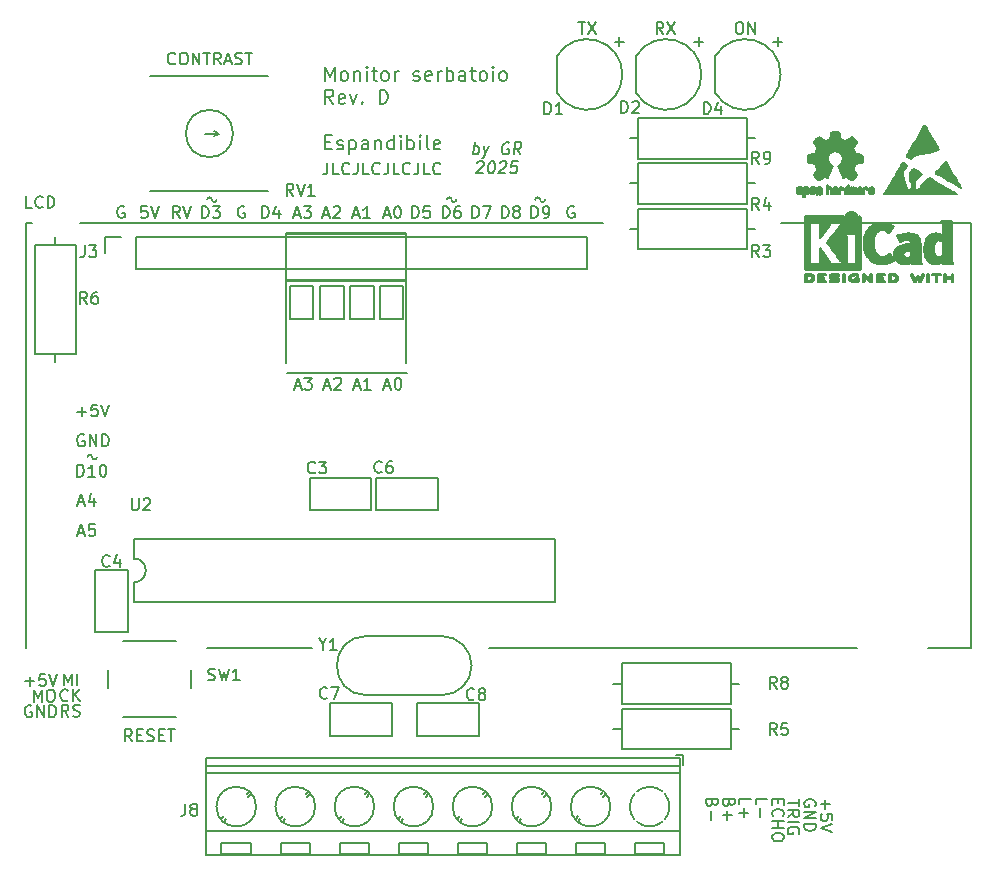
<source format=gbr>
%TF.GenerationSoftware,KiCad,Pcbnew,9.0.4*%
%TF.CreationDate,2025-08-23T15:54:27+02:00*%
%TF.ProjectId,livello_serbatoio_definitiva,6c697665-6c6c-46f5-9f73-65726261746f,D*%
%TF.SameCoordinates,Original*%
%TF.FileFunction,Legend,Top*%
%TF.FilePolarity,Positive*%
%FSLAX46Y46*%
G04 Gerber Fmt 4.6, Leading zero omitted, Abs format (unit mm)*
G04 Created by KiCad (PCBNEW 9.0.4) date 2025-08-23 15:54:27*
%MOMM*%
%LPD*%
G01*
G04 APERTURE LIST*
%ADD10C,0.160000*%
G04 APERTURE END LIST*
D10*
X121140000Y-90120000D02*
X121140000Y-90850000D01*
X110960000Y-90130000D02*
X110960000Y-90850000D01*
X121205000Y-98660000D02*
X111025000Y-98660000D01*
X114230714Y-99798584D02*
X114706904Y-99798584D01*
X114135476Y-100084299D02*
X114468809Y-99084299D01*
X114468809Y-99084299D02*
X114802142Y-100084299D01*
X115087857Y-99179537D02*
X115135476Y-99131918D01*
X115135476Y-99131918D02*
X115230714Y-99084299D01*
X115230714Y-99084299D02*
X115468809Y-99084299D01*
X115468809Y-99084299D02*
X115564047Y-99131918D01*
X115564047Y-99131918D02*
X115611666Y-99179537D01*
X115611666Y-99179537D02*
X115659285Y-99274775D01*
X115659285Y-99274775D02*
X115659285Y-99370013D01*
X115659285Y-99370013D02*
X115611666Y-99512870D01*
X115611666Y-99512870D02*
X115040238Y-100084299D01*
X115040238Y-100084299D02*
X115659285Y-100084299D01*
X119330714Y-99798584D02*
X119806904Y-99798584D01*
X119235476Y-100084299D02*
X119568809Y-99084299D01*
X119568809Y-99084299D02*
X119902142Y-100084299D01*
X120425952Y-99084299D02*
X120521190Y-99084299D01*
X120521190Y-99084299D02*
X120616428Y-99131918D01*
X120616428Y-99131918D02*
X120664047Y-99179537D01*
X120664047Y-99179537D02*
X120711666Y-99274775D01*
X120711666Y-99274775D02*
X120759285Y-99465251D01*
X120759285Y-99465251D02*
X120759285Y-99703346D01*
X120759285Y-99703346D02*
X120711666Y-99893822D01*
X120711666Y-99893822D02*
X120664047Y-99989060D01*
X120664047Y-99989060D02*
X120616428Y-100036680D01*
X120616428Y-100036680D02*
X120521190Y-100084299D01*
X120521190Y-100084299D02*
X120425952Y-100084299D01*
X120425952Y-100084299D02*
X120330714Y-100036680D01*
X120330714Y-100036680D02*
X120283095Y-99989060D01*
X120283095Y-99989060D02*
X120235476Y-99893822D01*
X120235476Y-99893822D02*
X120187857Y-99703346D01*
X120187857Y-99703346D02*
X120187857Y-99465251D01*
X120187857Y-99465251D02*
X120235476Y-99274775D01*
X120235476Y-99274775D02*
X120283095Y-99179537D01*
X120283095Y-99179537D02*
X120330714Y-99131918D01*
X120330714Y-99131918D02*
X120425952Y-99084299D01*
X111730714Y-99798584D02*
X112206904Y-99798584D01*
X111635476Y-100084299D02*
X111968809Y-99084299D01*
X111968809Y-99084299D02*
X112302142Y-100084299D01*
X112540238Y-99084299D02*
X113159285Y-99084299D01*
X113159285Y-99084299D02*
X112825952Y-99465251D01*
X112825952Y-99465251D02*
X112968809Y-99465251D01*
X112968809Y-99465251D02*
X113064047Y-99512870D01*
X113064047Y-99512870D02*
X113111666Y-99560489D01*
X113111666Y-99560489D02*
X113159285Y-99655727D01*
X113159285Y-99655727D02*
X113159285Y-99893822D01*
X113159285Y-99893822D02*
X113111666Y-99989060D01*
X113111666Y-99989060D02*
X113064047Y-100036680D01*
X113064047Y-100036680D02*
X112968809Y-100084299D01*
X112968809Y-100084299D02*
X112683095Y-100084299D01*
X112683095Y-100084299D02*
X112587857Y-100036680D01*
X112587857Y-100036680D02*
X112540238Y-99989060D01*
X116730714Y-99798584D02*
X117206904Y-99798584D01*
X116635476Y-100084299D02*
X116968809Y-99084299D01*
X116968809Y-99084299D02*
X117302142Y-100084299D01*
X118159285Y-100084299D02*
X117587857Y-100084299D01*
X117873571Y-100084299D02*
X117873571Y-99084299D01*
X117873571Y-99084299D02*
X117778333Y-99227156D01*
X117778333Y-99227156D02*
X117683095Y-99322394D01*
X117683095Y-99322394D02*
X117587857Y-99370013D01*
X165300000Y-122000000D02*
X169000000Y-122000000D01*
X110980000Y-86870000D02*
X121140000Y-86880000D01*
X121140000Y-86880000D02*
X121140000Y-90130000D01*
X121140000Y-90850000D02*
X110960000Y-90850000D01*
X110960000Y-90130000D02*
X110960000Y-86870000D01*
X105100000Y-84000000D02*
G75*
G02*
X104700000Y-84000000I-200000J0D01*
G01*
X104300000Y-84000000D02*
G75*
G02*
X104700000Y-84000000I200000J0D01*
G01*
X121140000Y-86860000D02*
X121140000Y-90120000D01*
X132900000Y-84000000D02*
G75*
G02*
X132500000Y-84000000I-200000J0D01*
G01*
X89000000Y-86000000D02*
X89000000Y-122000000D01*
X121140000Y-97850000D02*
X121140000Y-90840000D01*
X128200000Y-122000000D02*
X134400000Y-122000000D01*
X142850000Y-122000000D02*
X155600000Y-122000000D01*
X110960000Y-86860000D02*
X121130000Y-86860000D01*
X110960000Y-90120000D02*
X110960000Y-86860000D01*
X169000000Y-102500000D02*
X169000000Y-113300000D01*
X132100000Y-84000000D02*
G75*
G02*
X132500000Y-84000000I200000J0D01*
G01*
X134400000Y-122000000D02*
X142600000Y-122000000D01*
X93500000Y-86000000D02*
X137800000Y-86000000D01*
X104300000Y-122000000D02*
X113200000Y-122000000D01*
X124600000Y-84000000D02*
G75*
G02*
X125000000Y-84000000I200000J0D01*
G01*
X125400000Y-84000000D02*
G75*
G02*
X125000000Y-84000000I-200000J0D01*
G01*
X169000000Y-86000000D02*
X169000000Y-102500000D01*
X94170000Y-105800000D02*
G75*
G02*
X94570000Y-105800000I200000J0D01*
G01*
X110960000Y-90850000D02*
X110960000Y-97850000D01*
X155600000Y-122000000D02*
X159300000Y-122000000D01*
X169000000Y-113300000D02*
X169000000Y-122000000D01*
X94970000Y-105800000D02*
G75*
G02*
X94570000Y-105800000I-200000J0D01*
G01*
X89000000Y-86000000D02*
X89500000Y-86000000D01*
X142600000Y-122000000D02*
X143100000Y-122000000D01*
X121140000Y-90840000D02*
X110960000Y-90840000D01*
X169000000Y-86000000D02*
X152900000Y-86000000D01*
X126817856Y-80149327D02*
X126942856Y-79149327D01*
X126895237Y-79530279D02*
X126996428Y-79482660D01*
X126996428Y-79482660D02*
X127186904Y-79482660D01*
X127186904Y-79482660D02*
X127276190Y-79530279D01*
X127276190Y-79530279D02*
X127317856Y-79577898D01*
X127317856Y-79577898D02*
X127353571Y-79673136D01*
X127353571Y-79673136D02*
X127317856Y-79958850D01*
X127317856Y-79958850D02*
X127258333Y-80054088D01*
X127258333Y-80054088D02*
X127204761Y-80101708D01*
X127204761Y-80101708D02*
X127103571Y-80149327D01*
X127103571Y-80149327D02*
X126913094Y-80149327D01*
X126913094Y-80149327D02*
X126823809Y-80101708D01*
X127710714Y-79482660D02*
X127865476Y-80149327D01*
X128186904Y-79482660D02*
X127865476Y-80149327D01*
X127865476Y-80149327D02*
X127740476Y-80387422D01*
X127740476Y-80387422D02*
X127686904Y-80435041D01*
X127686904Y-80435041D02*
X127585714Y-80482660D01*
X129889286Y-79196946D02*
X129800000Y-79149327D01*
X129800000Y-79149327D02*
X129657143Y-79149327D01*
X129657143Y-79149327D02*
X129508333Y-79196946D01*
X129508333Y-79196946D02*
X129401190Y-79292184D01*
X129401190Y-79292184D02*
X129341666Y-79387422D01*
X129341666Y-79387422D02*
X129270238Y-79577898D01*
X129270238Y-79577898D02*
X129252381Y-79720755D01*
X129252381Y-79720755D02*
X129276190Y-79911231D01*
X129276190Y-79911231D02*
X129311905Y-80006469D01*
X129311905Y-80006469D02*
X129395238Y-80101708D01*
X129395238Y-80101708D02*
X129532143Y-80149327D01*
X129532143Y-80149327D02*
X129627381Y-80149327D01*
X129627381Y-80149327D02*
X129776190Y-80101708D01*
X129776190Y-80101708D02*
X129829762Y-80054088D01*
X129829762Y-80054088D02*
X129871428Y-79720755D01*
X129871428Y-79720755D02*
X129680952Y-79720755D01*
X130817857Y-80149327D02*
X130544047Y-79673136D01*
X130246428Y-80149327D02*
X130371428Y-79149327D01*
X130371428Y-79149327D02*
X130752381Y-79149327D01*
X130752381Y-79149327D02*
X130841666Y-79196946D01*
X130841666Y-79196946D02*
X130883333Y-79244565D01*
X130883333Y-79244565D02*
X130919047Y-79339803D01*
X130919047Y-79339803D02*
X130901190Y-79482660D01*
X130901190Y-79482660D02*
X130841666Y-79577898D01*
X130841666Y-79577898D02*
X130788095Y-79625517D01*
X130788095Y-79625517D02*
X130686905Y-79673136D01*
X130686905Y-79673136D02*
X130305952Y-79673136D01*
X127192857Y-80854509D02*
X127246428Y-80806890D01*
X127246428Y-80806890D02*
X127347618Y-80759271D01*
X127347618Y-80759271D02*
X127585714Y-80759271D01*
X127585714Y-80759271D02*
X127674999Y-80806890D01*
X127674999Y-80806890D02*
X127716666Y-80854509D01*
X127716666Y-80854509D02*
X127752380Y-80949747D01*
X127752380Y-80949747D02*
X127740476Y-81044985D01*
X127740476Y-81044985D02*
X127674999Y-81187842D01*
X127674999Y-81187842D02*
X127032142Y-81759271D01*
X127032142Y-81759271D02*
X127651190Y-81759271D01*
X128395238Y-80759271D02*
X128490476Y-80759271D01*
X128490476Y-80759271D02*
X128579761Y-80806890D01*
X128579761Y-80806890D02*
X128621428Y-80854509D01*
X128621428Y-80854509D02*
X128657142Y-80949747D01*
X128657142Y-80949747D02*
X128680952Y-81140223D01*
X128680952Y-81140223D02*
X128651190Y-81378318D01*
X128651190Y-81378318D02*
X128579761Y-81568794D01*
X128579761Y-81568794D02*
X128520238Y-81664032D01*
X128520238Y-81664032D02*
X128466666Y-81711652D01*
X128466666Y-81711652D02*
X128365476Y-81759271D01*
X128365476Y-81759271D02*
X128270238Y-81759271D01*
X128270238Y-81759271D02*
X128180952Y-81711652D01*
X128180952Y-81711652D02*
X128139285Y-81664032D01*
X128139285Y-81664032D02*
X128103571Y-81568794D01*
X128103571Y-81568794D02*
X128079761Y-81378318D01*
X128079761Y-81378318D02*
X128109523Y-81140223D01*
X128109523Y-81140223D02*
X128180952Y-80949747D01*
X128180952Y-80949747D02*
X128240476Y-80854509D01*
X128240476Y-80854509D02*
X128294047Y-80806890D01*
X128294047Y-80806890D02*
X128395238Y-80759271D01*
X129097619Y-80854509D02*
X129151190Y-80806890D01*
X129151190Y-80806890D02*
X129252380Y-80759271D01*
X129252380Y-80759271D02*
X129490476Y-80759271D01*
X129490476Y-80759271D02*
X129579761Y-80806890D01*
X129579761Y-80806890D02*
X129621428Y-80854509D01*
X129621428Y-80854509D02*
X129657142Y-80949747D01*
X129657142Y-80949747D02*
X129645238Y-81044985D01*
X129645238Y-81044985D02*
X129579761Y-81187842D01*
X129579761Y-81187842D02*
X128936904Y-81759271D01*
X128936904Y-81759271D02*
X129555952Y-81759271D01*
X130585714Y-80759271D02*
X130109523Y-80759271D01*
X130109523Y-80759271D02*
X130002381Y-81235461D01*
X130002381Y-81235461D02*
X130055952Y-81187842D01*
X130055952Y-81187842D02*
X130157142Y-81140223D01*
X130157142Y-81140223D02*
X130395238Y-81140223D01*
X130395238Y-81140223D02*
X130484523Y-81187842D01*
X130484523Y-81187842D02*
X130526190Y-81235461D01*
X130526190Y-81235461D02*
X130561904Y-81330699D01*
X130561904Y-81330699D02*
X130532142Y-81568794D01*
X130532142Y-81568794D02*
X130472619Y-81664032D01*
X130472619Y-81664032D02*
X130419047Y-81711652D01*
X130419047Y-81711652D02*
X130317857Y-81759271D01*
X130317857Y-81759271D02*
X130079761Y-81759271D01*
X130079761Y-81759271D02*
X129990476Y-81711652D01*
X129990476Y-81711652D02*
X129948809Y-81664032D01*
X111665714Y-85268584D02*
X112141904Y-85268584D01*
X111570476Y-85554299D02*
X111903809Y-84554299D01*
X111903809Y-84554299D02*
X112237142Y-85554299D01*
X112475238Y-84554299D02*
X113094285Y-84554299D01*
X113094285Y-84554299D02*
X112760952Y-84935251D01*
X112760952Y-84935251D02*
X112903809Y-84935251D01*
X112903809Y-84935251D02*
X112999047Y-84982870D01*
X112999047Y-84982870D02*
X113046666Y-85030489D01*
X113046666Y-85030489D02*
X113094285Y-85125727D01*
X113094285Y-85125727D02*
X113094285Y-85363822D01*
X113094285Y-85363822D02*
X113046666Y-85459060D01*
X113046666Y-85459060D02*
X112999047Y-85506680D01*
X112999047Y-85506680D02*
X112903809Y-85554299D01*
X112903809Y-85554299D02*
X112618095Y-85554299D01*
X112618095Y-85554299D02*
X112522857Y-85506680D01*
X112522857Y-85506680D02*
X112475238Y-85459060D01*
X114165714Y-85268584D02*
X114641904Y-85268584D01*
X114070476Y-85554299D02*
X114403809Y-84554299D01*
X114403809Y-84554299D02*
X114737142Y-85554299D01*
X115022857Y-84649537D02*
X115070476Y-84601918D01*
X115070476Y-84601918D02*
X115165714Y-84554299D01*
X115165714Y-84554299D02*
X115403809Y-84554299D01*
X115403809Y-84554299D02*
X115499047Y-84601918D01*
X115499047Y-84601918D02*
X115546666Y-84649537D01*
X115546666Y-84649537D02*
X115594285Y-84744775D01*
X115594285Y-84744775D02*
X115594285Y-84840013D01*
X115594285Y-84840013D02*
X115546666Y-84982870D01*
X115546666Y-84982870D02*
X114975238Y-85554299D01*
X114975238Y-85554299D02*
X115594285Y-85554299D01*
X116665714Y-85268584D02*
X117141904Y-85268584D01*
X116570476Y-85554299D02*
X116903809Y-84554299D01*
X116903809Y-84554299D02*
X117237142Y-85554299D01*
X118094285Y-85554299D02*
X117522857Y-85554299D01*
X117808571Y-85554299D02*
X117808571Y-84554299D01*
X117808571Y-84554299D02*
X117713333Y-84697156D01*
X117713333Y-84697156D02*
X117618095Y-84792394D01*
X117618095Y-84792394D02*
X117522857Y-84840013D01*
X119265714Y-85268584D02*
X119741904Y-85268584D01*
X119170476Y-85554299D02*
X119503809Y-84554299D01*
X119503809Y-84554299D02*
X119837142Y-85554299D01*
X120360952Y-84554299D02*
X120456190Y-84554299D01*
X120456190Y-84554299D02*
X120551428Y-84601918D01*
X120551428Y-84601918D02*
X120599047Y-84649537D01*
X120599047Y-84649537D02*
X120646666Y-84744775D01*
X120646666Y-84744775D02*
X120694285Y-84935251D01*
X120694285Y-84935251D02*
X120694285Y-85173346D01*
X120694285Y-85173346D02*
X120646666Y-85363822D01*
X120646666Y-85363822D02*
X120599047Y-85459060D01*
X120599047Y-85459060D02*
X120551428Y-85506680D01*
X120551428Y-85506680D02*
X120456190Y-85554299D01*
X120456190Y-85554299D02*
X120360952Y-85554299D01*
X120360952Y-85554299D02*
X120265714Y-85506680D01*
X120265714Y-85506680D02*
X120218095Y-85459060D01*
X120218095Y-85459060D02*
X120170476Y-85363822D01*
X120170476Y-85363822D02*
X120122857Y-85173346D01*
X120122857Y-85173346D02*
X120122857Y-84935251D01*
X120122857Y-84935251D02*
X120170476Y-84744775D01*
X120170476Y-84744775D02*
X120218095Y-84649537D01*
X120218095Y-84649537D02*
X120265714Y-84601918D01*
X120265714Y-84601918D02*
X120360952Y-84554299D01*
X101595237Y-72459060D02*
X101547618Y-72506680D01*
X101547618Y-72506680D02*
X101404761Y-72554299D01*
X101404761Y-72554299D02*
X101309523Y-72554299D01*
X101309523Y-72554299D02*
X101166666Y-72506680D01*
X101166666Y-72506680D02*
X101071428Y-72411441D01*
X101071428Y-72411441D02*
X101023809Y-72316203D01*
X101023809Y-72316203D02*
X100976190Y-72125727D01*
X100976190Y-72125727D02*
X100976190Y-71982870D01*
X100976190Y-71982870D02*
X101023809Y-71792394D01*
X101023809Y-71792394D02*
X101071428Y-71697156D01*
X101071428Y-71697156D02*
X101166666Y-71601918D01*
X101166666Y-71601918D02*
X101309523Y-71554299D01*
X101309523Y-71554299D02*
X101404761Y-71554299D01*
X101404761Y-71554299D02*
X101547618Y-71601918D01*
X101547618Y-71601918D02*
X101595237Y-71649537D01*
X102214285Y-71554299D02*
X102404761Y-71554299D01*
X102404761Y-71554299D02*
X102499999Y-71601918D01*
X102499999Y-71601918D02*
X102595237Y-71697156D01*
X102595237Y-71697156D02*
X102642856Y-71887632D01*
X102642856Y-71887632D02*
X102642856Y-72220965D01*
X102642856Y-72220965D02*
X102595237Y-72411441D01*
X102595237Y-72411441D02*
X102499999Y-72506680D01*
X102499999Y-72506680D02*
X102404761Y-72554299D01*
X102404761Y-72554299D02*
X102214285Y-72554299D01*
X102214285Y-72554299D02*
X102119047Y-72506680D01*
X102119047Y-72506680D02*
X102023809Y-72411441D01*
X102023809Y-72411441D02*
X101976190Y-72220965D01*
X101976190Y-72220965D02*
X101976190Y-71887632D01*
X101976190Y-71887632D02*
X102023809Y-71697156D01*
X102023809Y-71697156D02*
X102119047Y-71601918D01*
X102119047Y-71601918D02*
X102214285Y-71554299D01*
X103071428Y-72554299D02*
X103071428Y-71554299D01*
X103071428Y-71554299D02*
X103642856Y-72554299D01*
X103642856Y-72554299D02*
X103642856Y-71554299D01*
X103976190Y-71554299D02*
X104547618Y-71554299D01*
X104261904Y-72554299D02*
X104261904Y-71554299D01*
X105452380Y-72554299D02*
X105119047Y-72078108D01*
X104880952Y-72554299D02*
X104880952Y-71554299D01*
X104880952Y-71554299D02*
X105261904Y-71554299D01*
X105261904Y-71554299D02*
X105357142Y-71601918D01*
X105357142Y-71601918D02*
X105404761Y-71649537D01*
X105404761Y-71649537D02*
X105452380Y-71744775D01*
X105452380Y-71744775D02*
X105452380Y-71887632D01*
X105452380Y-71887632D02*
X105404761Y-71982870D01*
X105404761Y-71982870D02*
X105357142Y-72030489D01*
X105357142Y-72030489D02*
X105261904Y-72078108D01*
X105261904Y-72078108D02*
X104880952Y-72078108D01*
X105833333Y-72268584D02*
X106309523Y-72268584D01*
X105738095Y-72554299D02*
X106071428Y-71554299D01*
X106071428Y-71554299D02*
X106404761Y-72554299D01*
X106690476Y-72506680D02*
X106833333Y-72554299D01*
X106833333Y-72554299D02*
X107071428Y-72554299D01*
X107071428Y-72554299D02*
X107166666Y-72506680D01*
X107166666Y-72506680D02*
X107214285Y-72459060D01*
X107214285Y-72459060D02*
X107261904Y-72363822D01*
X107261904Y-72363822D02*
X107261904Y-72268584D01*
X107261904Y-72268584D02*
X107214285Y-72173346D01*
X107214285Y-72173346D02*
X107166666Y-72125727D01*
X107166666Y-72125727D02*
X107071428Y-72078108D01*
X107071428Y-72078108D02*
X106880952Y-72030489D01*
X106880952Y-72030489D02*
X106785714Y-71982870D01*
X106785714Y-71982870D02*
X106738095Y-71935251D01*
X106738095Y-71935251D02*
X106690476Y-71840013D01*
X106690476Y-71840013D02*
X106690476Y-71744775D01*
X106690476Y-71744775D02*
X106738095Y-71649537D01*
X106738095Y-71649537D02*
X106785714Y-71601918D01*
X106785714Y-71601918D02*
X106880952Y-71554299D01*
X106880952Y-71554299D02*
X107119047Y-71554299D01*
X107119047Y-71554299D02*
X107261904Y-71601918D01*
X107547619Y-71554299D02*
X108119047Y-71554299D01*
X107833333Y-72554299D02*
X107833333Y-71554299D01*
X114290977Y-73948923D02*
X114290977Y-72748923D01*
X114290977Y-72748923D02*
X114690977Y-73606066D01*
X114690977Y-73606066D02*
X115090977Y-72748923D01*
X115090977Y-72748923D02*
X115090977Y-73948923D01*
X115833834Y-73948923D02*
X115719549Y-73891781D01*
X115719549Y-73891781D02*
X115662406Y-73834638D01*
X115662406Y-73834638D02*
X115605263Y-73720352D01*
X115605263Y-73720352D02*
X115605263Y-73377495D01*
X115605263Y-73377495D02*
X115662406Y-73263209D01*
X115662406Y-73263209D02*
X115719549Y-73206066D01*
X115719549Y-73206066D02*
X115833834Y-73148923D01*
X115833834Y-73148923D02*
X116005263Y-73148923D01*
X116005263Y-73148923D02*
X116119549Y-73206066D01*
X116119549Y-73206066D02*
X116176692Y-73263209D01*
X116176692Y-73263209D02*
X116233834Y-73377495D01*
X116233834Y-73377495D02*
X116233834Y-73720352D01*
X116233834Y-73720352D02*
X116176692Y-73834638D01*
X116176692Y-73834638D02*
X116119549Y-73891781D01*
X116119549Y-73891781D02*
X116005263Y-73948923D01*
X116005263Y-73948923D02*
X115833834Y-73948923D01*
X116748120Y-73148923D02*
X116748120Y-73948923D01*
X116748120Y-73263209D02*
X116805263Y-73206066D01*
X116805263Y-73206066D02*
X116919548Y-73148923D01*
X116919548Y-73148923D02*
X117090977Y-73148923D01*
X117090977Y-73148923D02*
X117205263Y-73206066D01*
X117205263Y-73206066D02*
X117262406Y-73320352D01*
X117262406Y-73320352D02*
X117262406Y-73948923D01*
X117833834Y-73948923D02*
X117833834Y-73148923D01*
X117833834Y-72748923D02*
X117776691Y-72806066D01*
X117776691Y-72806066D02*
X117833834Y-72863209D01*
X117833834Y-72863209D02*
X117890977Y-72806066D01*
X117890977Y-72806066D02*
X117833834Y-72748923D01*
X117833834Y-72748923D02*
X117833834Y-72863209D01*
X118233834Y-73148923D02*
X118690977Y-73148923D01*
X118405263Y-72748923D02*
X118405263Y-73777495D01*
X118405263Y-73777495D02*
X118462406Y-73891781D01*
X118462406Y-73891781D02*
X118576691Y-73948923D01*
X118576691Y-73948923D02*
X118690977Y-73948923D01*
X119262405Y-73948923D02*
X119148120Y-73891781D01*
X119148120Y-73891781D02*
X119090977Y-73834638D01*
X119090977Y-73834638D02*
X119033834Y-73720352D01*
X119033834Y-73720352D02*
X119033834Y-73377495D01*
X119033834Y-73377495D02*
X119090977Y-73263209D01*
X119090977Y-73263209D02*
X119148120Y-73206066D01*
X119148120Y-73206066D02*
X119262405Y-73148923D01*
X119262405Y-73148923D02*
X119433834Y-73148923D01*
X119433834Y-73148923D02*
X119548120Y-73206066D01*
X119548120Y-73206066D02*
X119605263Y-73263209D01*
X119605263Y-73263209D02*
X119662405Y-73377495D01*
X119662405Y-73377495D02*
X119662405Y-73720352D01*
X119662405Y-73720352D02*
X119605263Y-73834638D01*
X119605263Y-73834638D02*
X119548120Y-73891781D01*
X119548120Y-73891781D02*
X119433834Y-73948923D01*
X119433834Y-73948923D02*
X119262405Y-73948923D01*
X120176691Y-73948923D02*
X120176691Y-73148923D01*
X120176691Y-73377495D02*
X120233834Y-73263209D01*
X120233834Y-73263209D02*
X120290977Y-73206066D01*
X120290977Y-73206066D02*
X120405262Y-73148923D01*
X120405262Y-73148923D02*
X120519548Y-73148923D01*
X121776691Y-73891781D02*
X121890977Y-73948923D01*
X121890977Y-73948923D02*
X122119548Y-73948923D01*
X122119548Y-73948923D02*
X122233834Y-73891781D01*
X122233834Y-73891781D02*
X122290977Y-73777495D01*
X122290977Y-73777495D02*
X122290977Y-73720352D01*
X122290977Y-73720352D02*
X122233834Y-73606066D01*
X122233834Y-73606066D02*
X122119548Y-73548923D01*
X122119548Y-73548923D02*
X121948120Y-73548923D01*
X121948120Y-73548923D02*
X121833834Y-73491781D01*
X121833834Y-73491781D02*
X121776691Y-73377495D01*
X121776691Y-73377495D02*
X121776691Y-73320352D01*
X121776691Y-73320352D02*
X121833834Y-73206066D01*
X121833834Y-73206066D02*
X121948120Y-73148923D01*
X121948120Y-73148923D02*
X122119548Y-73148923D01*
X122119548Y-73148923D02*
X122233834Y-73206066D01*
X123262406Y-73891781D02*
X123148120Y-73948923D01*
X123148120Y-73948923D02*
X122919549Y-73948923D01*
X122919549Y-73948923D02*
X122805263Y-73891781D01*
X122805263Y-73891781D02*
X122748120Y-73777495D01*
X122748120Y-73777495D02*
X122748120Y-73320352D01*
X122748120Y-73320352D02*
X122805263Y-73206066D01*
X122805263Y-73206066D02*
X122919549Y-73148923D01*
X122919549Y-73148923D02*
X123148120Y-73148923D01*
X123148120Y-73148923D02*
X123262406Y-73206066D01*
X123262406Y-73206066D02*
X123319549Y-73320352D01*
X123319549Y-73320352D02*
X123319549Y-73434638D01*
X123319549Y-73434638D02*
X122748120Y-73548923D01*
X123833834Y-73948923D02*
X123833834Y-73148923D01*
X123833834Y-73377495D02*
X123890977Y-73263209D01*
X123890977Y-73263209D02*
X123948120Y-73206066D01*
X123948120Y-73206066D02*
X124062405Y-73148923D01*
X124062405Y-73148923D02*
X124176691Y-73148923D01*
X124576691Y-73948923D02*
X124576691Y-72748923D01*
X124576691Y-73206066D02*
X124690977Y-73148923D01*
X124690977Y-73148923D02*
X124919548Y-73148923D01*
X124919548Y-73148923D02*
X125033834Y-73206066D01*
X125033834Y-73206066D02*
X125090977Y-73263209D01*
X125090977Y-73263209D02*
X125148119Y-73377495D01*
X125148119Y-73377495D02*
X125148119Y-73720352D01*
X125148119Y-73720352D02*
X125090977Y-73834638D01*
X125090977Y-73834638D02*
X125033834Y-73891781D01*
X125033834Y-73891781D02*
X124919548Y-73948923D01*
X124919548Y-73948923D02*
X124690977Y-73948923D01*
X124690977Y-73948923D02*
X124576691Y-73891781D01*
X126176691Y-73948923D02*
X126176691Y-73320352D01*
X126176691Y-73320352D02*
X126119548Y-73206066D01*
X126119548Y-73206066D02*
X126005262Y-73148923D01*
X126005262Y-73148923D02*
X125776691Y-73148923D01*
X125776691Y-73148923D02*
X125662405Y-73206066D01*
X126176691Y-73891781D02*
X126062405Y-73948923D01*
X126062405Y-73948923D02*
X125776691Y-73948923D01*
X125776691Y-73948923D02*
X125662405Y-73891781D01*
X125662405Y-73891781D02*
X125605262Y-73777495D01*
X125605262Y-73777495D02*
X125605262Y-73663209D01*
X125605262Y-73663209D02*
X125662405Y-73548923D01*
X125662405Y-73548923D02*
X125776691Y-73491781D01*
X125776691Y-73491781D02*
X126062405Y-73491781D01*
X126062405Y-73491781D02*
X126176691Y-73434638D01*
X126576690Y-73148923D02*
X127033833Y-73148923D01*
X126748119Y-72748923D02*
X126748119Y-73777495D01*
X126748119Y-73777495D02*
X126805262Y-73891781D01*
X126805262Y-73891781D02*
X126919547Y-73948923D01*
X126919547Y-73948923D02*
X127033833Y-73948923D01*
X127605261Y-73948923D02*
X127490976Y-73891781D01*
X127490976Y-73891781D02*
X127433833Y-73834638D01*
X127433833Y-73834638D02*
X127376690Y-73720352D01*
X127376690Y-73720352D02*
X127376690Y-73377495D01*
X127376690Y-73377495D02*
X127433833Y-73263209D01*
X127433833Y-73263209D02*
X127490976Y-73206066D01*
X127490976Y-73206066D02*
X127605261Y-73148923D01*
X127605261Y-73148923D02*
X127776690Y-73148923D01*
X127776690Y-73148923D02*
X127890976Y-73206066D01*
X127890976Y-73206066D02*
X127948119Y-73263209D01*
X127948119Y-73263209D02*
X128005261Y-73377495D01*
X128005261Y-73377495D02*
X128005261Y-73720352D01*
X128005261Y-73720352D02*
X127948119Y-73834638D01*
X127948119Y-73834638D02*
X127890976Y-73891781D01*
X127890976Y-73891781D02*
X127776690Y-73948923D01*
X127776690Y-73948923D02*
X127605261Y-73948923D01*
X128519547Y-73948923D02*
X128519547Y-73148923D01*
X128519547Y-72748923D02*
X128462404Y-72806066D01*
X128462404Y-72806066D02*
X128519547Y-72863209D01*
X128519547Y-72863209D02*
X128576690Y-72806066D01*
X128576690Y-72806066D02*
X128519547Y-72748923D01*
X128519547Y-72748923D02*
X128519547Y-72863209D01*
X129262404Y-73948923D02*
X129148119Y-73891781D01*
X129148119Y-73891781D02*
X129090976Y-73834638D01*
X129090976Y-73834638D02*
X129033833Y-73720352D01*
X129033833Y-73720352D02*
X129033833Y-73377495D01*
X129033833Y-73377495D02*
X129090976Y-73263209D01*
X129090976Y-73263209D02*
X129148119Y-73206066D01*
X129148119Y-73206066D02*
X129262404Y-73148923D01*
X129262404Y-73148923D02*
X129433833Y-73148923D01*
X129433833Y-73148923D02*
X129548119Y-73206066D01*
X129548119Y-73206066D02*
X129605262Y-73263209D01*
X129605262Y-73263209D02*
X129662404Y-73377495D01*
X129662404Y-73377495D02*
X129662404Y-73720352D01*
X129662404Y-73720352D02*
X129605262Y-73834638D01*
X129605262Y-73834638D02*
X129548119Y-73891781D01*
X129548119Y-73891781D02*
X129433833Y-73948923D01*
X129433833Y-73948923D02*
X129262404Y-73948923D01*
X114976691Y-75880856D02*
X114576691Y-75309428D01*
X114290977Y-75880856D02*
X114290977Y-74680856D01*
X114290977Y-74680856D02*
X114748120Y-74680856D01*
X114748120Y-74680856D02*
X114862405Y-74737999D01*
X114862405Y-74737999D02*
X114919548Y-74795142D01*
X114919548Y-74795142D02*
X114976691Y-74909428D01*
X114976691Y-74909428D02*
X114976691Y-75080856D01*
X114976691Y-75080856D02*
X114919548Y-75195142D01*
X114919548Y-75195142D02*
X114862405Y-75252285D01*
X114862405Y-75252285D02*
X114748120Y-75309428D01*
X114748120Y-75309428D02*
X114290977Y-75309428D01*
X115948120Y-75823714D02*
X115833834Y-75880856D01*
X115833834Y-75880856D02*
X115605263Y-75880856D01*
X115605263Y-75880856D02*
X115490977Y-75823714D01*
X115490977Y-75823714D02*
X115433834Y-75709428D01*
X115433834Y-75709428D02*
X115433834Y-75252285D01*
X115433834Y-75252285D02*
X115490977Y-75137999D01*
X115490977Y-75137999D02*
X115605263Y-75080856D01*
X115605263Y-75080856D02*
X115833834Y-75080856D01*
X115833834Y-75080856D02*
X115948120Y-75137999D01*
X115948120Y-75137999D02*
X116005263Y-75252285D01*
X116005263Y-75252285D02*
X116005263Y-75366571D01*
X116005263Y-75366571D02*
X115433834Y-75480856D01*
X116405262Y-75080856D02*
X116690976Y-75880856D01*
X116690976Y-75880856D02*
X116976691Y-75080856D01*
X117433834Y-75766571D02*
X117490977Y-75823714D01*
X117490977Y-75823714D02*
X117433834Y-75880856D01*
X117433834Y-75880856D02*
X117376691Y-75823714D01*
X117376691Y-75823714D02*
X117433834Y-75766571D01*
X117433834Y-75766571D02*
X117433834Y-75880856D01*
X118919549Y-75880856D02*
X118919549Y-74680856D01*
X118919549Y-74680856D02*
X119205263Y-74680856D01*
X119205263Y-74680856D02*
X119376692Y-74737999D01*
X119376692Y-74737999D02*
X119490977Y-74852285D01*
X119490977Y-74852285D02*
X119548120Y-74966571D01*
X119548120Y-74966571D02*
X119605263Y-75195142D01*
X119605263Y-75195142D02*
X119605263Y-75366571D01*
X119605263Y-75366571D02*
X119548120Y-75595142D01*
X119548120Y-75595142D02*
X119490977Y-75709428D01*
X119490977Y-75709428D02*
X119376692Y-75823714D01*
X119376692Y-75823714D02*
X119205263Y-75880856D01*
X119205263Y-75880856D02*
X118919549Y-75880856D01*
X114290977Y-79116151D02*
X114690977Y-79116151D01*
X114862405Y-79744722D02*
X114290977Y-79744722D01*
X114290977Y-79744722D02*
X114290977Y-78544722D01*
X114290977Y-78544722D02*
X114862405Y-78544722D01*
X115319548Y-79687580D02*
X115433834Y-79744722D01*
X115433834Y-79744722D02*
X115662405Y-79744722D01*
X115662405Y-79744722D02*
X115776691Y-79687580D01*
X115776691Y-79687580D02*
X115833834Y-79573294D01*
X115833834Y-79573294D02*
X115833834Y-79516151D01*
X115833834Y-79516151D02*
X115776691Y-79401865D01*
X115776691Y-79401865D02*
X115662405Y-79344722D01*
X115662405Y-79344722D02*
X115490977Y-79344722D01*
X115490977Y-79344722D02*
X115376691Y-79287580D01*
X115376691Y-79287580D02*
X115319548Y-79173294D01*
X115319548Y-79173294D02*
X115319548Y-79116151D01*
X115319548Y-79116151D02*
X115376691Y-79001865D01*
X115376691Y-79001865D02*
X115490977Y-78944722D01*
X115490977Y-78944722D02*
X115662405Y-78944722D01*
X115662405Y-78944722D02*
X115776691Y-79001865D01*
X116348120Y-78944722D02*
X116348120Y-80144722D01*
X116348120Y-79001865D02*
X116462406Y-78944722D01*
X116462406Y-78944722D02*
X116690977Y-78944722D01*
X116690977Y-78944722D02*
X116805263Y-79001865D01*
X116805263Y-79001865D02*
X116862406Y-79059008D01*
X116862406Y-79059008D02*
X116919548Y-79173294D01*
X116919548Y-79173294D02*
X116919548Y-79516151D01*
X116919548Y-79516151D02*
X116862406Y-79630437D01*
X116862406Y-79630437D02*
X116805263Y-79687580D01*
X116805263Y-79687580D02*
X116690977Y-79744722D01*
X116690977Y-79744722D02*
X116462406Y-79744722D01*
X116462406Y-79744722D02*
X116348120Y-79687580D01*
X117948120Y-79744722D02*
X117948120Y-79116151D01*
X117948120Y-79116151D02*
X117890977Y-79001865D01*
X117890977Y-79001865D02*
X117776691Y-78944722D01*
X117776691Y-78944722D02*
X117548120Y-78944722D01*
X117548120Y-78944722D02*
X117433834Y-79001865D01*
X117948120Y-79687580D02*
X117833834Y-79744722D01*
X117833834Y-79744722D02*
X117548120Y-79744722D01*
X117548120Y-79744722D02*
X117433834Y-79687580D01*
X117433834Y-79687580D02*
X117376691Y-79573294D01*
X117376691Y-79573294D02*
X117376691Y-79459008D01*
X117376691Y-79459008D02*
X117433834Y-79344722D01*
X117433834Y-79344722D02*
X117548120Y-79287580D01*
X117548120Y-79287580D02*
X117833834Y-79287580D01*
X117833834Y-79287580D02*
X117948120Y-79230437D01*
X118519548Y-78944722D02*
X118519548Y-79744722D01*
X118519548Y-79059008D02*
X118576691Y-79001865D01*
X118576691Y-79001865D02*
X118690976Y-78944722D01*
X118690976Y-78944722D02*
X118862405Y-78944722D01*
X118862405Y-78944722D02*
X118976691Y-79001865D01*
X118976691Y-79001865D02*
X119033834Y-79116151D01*
X119033834Y-79116151D02*
X119033834Y-79744722D01*
X120119548Y-79744722D02*
X120119548Y-78544722D01*
X120119548Y-79687580D02*
X120005262Y-79744722D01*
X120005262Y-79744722D02*
X119776690Y-79744722D01*
X119776690Y-79744722D02*
X119662405Y-79687580D01*
X119662405Y-79687580D02*
X119605262Y-79630437D01*
X119605262Y-79630437D02*
X119548119Y-79516151D01*
X119548119Y-79516151D02*
X119548119Y-79173294D01*
X119548119Y-79173294D02*
X119605262Y-79059008D01*
X119605262Y-79059008D02*
X119662405Y-79001865D01*
X119662405Y-79001865D02*
X119776690Y-78944722D01*
X119776690Y-78944722D02*
X120005262Y-78944722D01*
X120005262Y-78944722D02*
X120119548Y-79001865D01*
X120690976Y-79744722D02*
X120690976Y-78944722D01*
X120690976Y-78544722D02*
X120633833Y-78601865D01*
X120633833Y-78601865D02*
X120690976Y-78659008D01*
X120690976Y-78659008D02*
X120748119Y-78601865D01*
X120748119Y-78601865D02*
X120690976Y-78544722D01*
X120690976Y-78544722D02*
X120690976Y-78659008D01*
X121262405Y-79744722D02*
X121262405Y-78544722D01*
X121262405Y-79001865D02*
X121376691Y-78944722D01*
X121376691Y-78944722D02*
X121605262Y-78944722D01*
X121605262Y-78944722D02*
X121719548Y-79001865D01*
X121719548Y-79001865D02*
X121776691Y-79059008D01*
X121776691Y-79059008D02*
X121833833Y-79173294D01*
X121833833Y-79173294D02*
X121833833Y-79516151D01*
X121833833Y-79516151D02*
X121776691Y-79630437D01*
X121776691Y-79630437D02*
X121719548Y-79687580D01*
X121719548Y-79687580D02*
X121605262Y-79744722D01*
X121605262Y-79744722D02*
X121376691Y-79744722D01*
X121376691Y-79744722D02*
X121262405Y-79687580D01*
X122348119Y-79744722D02*
X122348119Y-78944722D01*
X122348119Y-78544722D02*
X122290976Y-78601865D01*
X122290976Y-78601865D02*
X122348119Y-78659008D01*
X122348119Y-78659008D02*
X122405262Y-78601865D01*
X122405262Y-78601865D02*
X122348119Y-78544722D01*
X122348119Y-78544722D02*
X122348119Y-78659008D01*
X123090976Y-79744722D02*
X122976691Y-79687580D01*
X122976691Y-79687580D02*
X122919548Y-79573294D01*
X122919548Y-79573294D02*
X122919548Y-78544722D01*
X124005262Y-79687580D02*
X123890976Y-79744722D01*
X123890976Y-79744722D02*
X123662405Y-79744722D01*
X123662405Y-79744722D02*
X123548119Y-79687580D01*
X123548119Y-79687580D02*
X123490976Y-79573294D01*
X123490976Y-79573294D02*
X123490976Y-79116151D01*
X123490976Y-79116151D02*
X123548119Y-79001865D01*
X123548119Y-79001865D02*
X123662405Y-78944722D01*
X123662405Y-78944722D02*
X123890976Y-78944722D01*
X123890976Y-78944722D02*
X124005262Y-79001865D01*
X124005262Y-79001865D02*
X124062405Y-79116151D01*
X124062405Y-79116151D02*
X124062405Y-79230437D01*
X124062405Y-79230437D02*
X123490976Y-79344722D01*
X121661905Y-85554299D02*
X121661905Y-84554299D01*
X121661905Y-84554299D02*
X121900000Y-84554299D01*
X121900000Y-84554299D02*
X122042857Y-84601918D01*
X122042857Y-84601918D02*
X122138095Y-84697156D01*
X122138095Y-84697156D02*
X122185714Y-84792394D01*
X122185714Y-84792394D02*
X122233333Y-84982870D01*
X122233333Y-84982870D02*
X122233333Y-85125727D01*
X122233333Y-85125727D02*
X122185714Y-85316203D01*
X122185714Y-85316203D02*
X122138095Y-85411441D01*
X122138095Y-85411441D02*
X122042857Y-85506680D01*
X122042857Y-85506680D02*
X121900000Y-85554299D01*
X121900000Y-85554299D02*
X121661905Y-85554299D01*
X123138095Y-84554299D02*
X122661905Y-84554299D01*
X122661905Y-84554299D02*
X122614286Y-85030489D01*
X122614286Y-85030489D02*
X122661905Y-84982870D01*
X122661905Y-84982870D02*
X122757143Y-84935251D01*
X122757143Y-84935251D02*
X122995238Y-84935251D01*
X122995238Y-84935251D02*
X123090476Y-84982870D01*
X123090476Y-84982870D02*
X123138095Y-85030489D01*
X123138095Y-85030489D02*
X123185714Y-85125727D01*
X123185714Y-85125727D02*
X123185714Y-85363822D01*
X123185714Y-85363822D02*
X123138095Y-85459060D01*
X123138095Y-85459060D02*
X123090476Y-85506680D01*
X123090476Y-85506680D02*
X122995238Y-85554299D01*
X122995238Y-85554299D02*
X122757143Y-85554299D01*
X122757143Y-85554299D02*
X122661905Y-85506680D01*
X122661905Y-85506680D02*
X122614286Y-85459060D01*
X124261905Y-85554299D02*
X124261905Y-84554299D01*
X124261905Y-84554299D02*
X124500000Y-84554299D01*
X124500000Y-84554299D02*
X124642857Y-84601918D01*
X124642857Y-84601918D02*
X124738095Y-84697156D01*
X124738095Y-84697156D02*
X124785714Y-84792394D01*
X124785714Y-84792394D02*
X124833333Y-84982870D01*
X124833333Y-84982870D02*
X124833333Y-85125727D01*
X124833333Y-85125727D02*
X124785714Y-85316203D01*
X124785714Y-85316203D02*
X124738095Y-85411441D01*
X124738095Y-85411441D02*
X124642857Y-85506680D01*
X124642857Y-85506680D02*
X124500000Y-85554299D01*
X124500000Y-85554299D02*
X124261905Y-85554299D01*
X125690476Y-84554299D02*
X125500000Y-84554299D01*
X125500000Y-84554299D02*
X125404762Y-84601918D01*
X125404762Y-84601918D02*
X125357143Y-84649537D01*
X125357143Y-84649537D02*
X125261905Y-84792394D01*
X125261905Y-84792394D02*
X125214286Y-84982870D01*
X125214286Y-84982870D02*
X125214286Y-85363822D01*
X125214286Y-85363822D02*
X125261905Y-85459060D01*
X125261905Y-85459060D02*
X125309524Y-85506680D01*
X125309524Y-85506680D02*
X125404762Y-85554299D01*
X125404762Y-85554299D02*
X125595238Y-85554299D01*
X125595238Y-85554299D02*
X125690476Y-85506680D01*
X125690476Y-85506680D02*
X125738095Y-85459060D01*
X125738095Y-85459060D02*
X125785714Y-85363822D01*
X125785714Y-85363822D02*
X125785714Y-85125727D01*
X125785714Y-85125727D02*
X125738095Y-85030489D01*
X125738095Y-85030489D02*
X125690476Y-84982870D01*
X125690476Y-84982870D02*
X125595238Y-84935251D01*
X125595238Y-84935251D02*
X125404762Y-84935251D01*
X125404762Y-84935251D02*
X125309524Y-84982870D01*
X125309524Y-84982870D02*
X125261905Y-85030489D01*
X125261905Y-85030489D02*
X125214286Y-85125727D01*
X126761905Y-85554299D02*
X126761905Y-84554299D01*
X126761905Y-84554299D02*
X127000000Y-84554299D01*
X127000000Y-84554299D02*
X127142857Y-84601918D01*
X127142857Y-84601918D02*
X127238095Y-84697156D01*
X127238095Y-84697156D02*
X127285714Y-84792394D01*
X127285714Y-84792394D02*
X127333333Y-84982870D01*
X127333333Y-84982870D02*
X127333333Y-85125727D01*
X127333333Y-85125727D02*
X127285714Y-85316203D01*
X127285714Y-85316203D02*
X127238095Y-85411441D01*
X127238095Y-85411441D02*
X127142857Y-85506680D01*
X127142857Y-85506680D02*
X127000000Y-85554299D01*
X127000000Y-85554299D02*
X126761905Y-85554299D01*
X127666667Y-84554299D02*
X128333333Y-84554299D01*
X128333333Y-84554299D02*
X127904762Y-85554299D01*
X129261905Y-85554299D02*
X129261905Y-84554299D01*
X129261905Y-84554299D02*
X129500000Y-84554299D01*
X129500000Y-84554299D02*
X129642857Y-84601918D01*
X129642857Y-84601918D02*
X129738095Y-84697156D01*
X129738095Y-84697156D02*
X129785714Y-84792394D01*
X129785714Y-84792394D02*
X129833333Y-84982870D01*
X129833333Y-84982870D02*
X129833333Y-85125727D01*
X129833333Y-85125727D02*
X129785714Y-85316203D01*
X129785714Y-85316203D02*
X129738095Y-85411441D01*
X129738095Y-85411441D02*
X129642857Y-85506680D01*
X129642857Y-85506680D02*
X129500000Y-85554299D01*
X129500000Y-85554299D02*
X129261905Y-85554299D01*
X130404762Y-84982870D02*
X130309524Y-84935251D01*
X130309524Y-84935251D02*
X130261905Y-84887632D01*
X130261905Y-84887632D02*
X130214286Y-84792394D01*
X130214286Y-84792394D02*
X130214286Y-84744775D01*
X130214286Y-84744775D02*
X130261905Y-84649537D01*
X130261905Y-84649537D02*
X130309524Y-84601918D01*
X130309524Y-84601918D02*
X130404762Y-84554299D01*
X130404762Y-84554299D02*
X130595238Y-84554299D01*
X130595238Y-84554299D02*
X130690476Y-84601918D01*
X130690476Y-84601918D02*
X130738095Y-84649537D01*
X130738095Y-84649537D02*
X130785714Y-84744775D01*
X130785714Y-84744775D02*
X130785714Y-84792394D01*
X130785714Y-84792394D02*
X130738095Y-84887632D01*
X130738095Y-84887632D02*
X130690476Y-84935251D01*
X130690476Y-84935251D02*
X130595238Y-84982870D01*
X130595238Y-84982870D02*
X130404762Y-84982870D01*
X130404762Y-84982870D02*
X130309524Y-85030489D01*
X130309524Y-85030489D02*
X130261905Y-85078108D01*
X130261905Y-85078108D02*
X130214286Y-85173346D01*
X130214286Y-85173346D02*
X130214286Y-85363822D01*
X130214286Y-85363822D02*
X130261905Y-85459060D01*
X130261905Y-85459060D02*
X130309524Y-85506680D01*
X130309524Y-85506680D02*
X130404762Y-85554299D01*
X130404762Y-85554299D02*
X130595238Y-85554299D01*
X130595238Y-85554299D02*
X130690476Y-85506680D01*
X130690476Y-85506680D02*
X130738095Y-85459060D01*
X130738095Y-85459060D02*
X130785714Y-85363822D01*
X130785714Y-85363822D02*
X130785714Y-85173346D01*
X130785714Y-85173346D02*
X130738095Y-85078108D01*
X130738095Y-85078108D02*
X130690476Y-85030489D01*
X130690476Y-85030489D02*
X130595238Y-84982870D01*
X131761905Y-85554299D02*
X131761905Y-84554299D01*
X131761905Y-84554299D02*
X132000000Y-84554299D01*
X132000000Y-84554299D02*
X132142857Y-84601918D01*
X132142857Y-84601918D02*
X132238095Y-84697156D01*
X132238095Y-84697156D02*
X132285714Y-84792394D01*
X132285714Y-84792394D02*
X132333333Y-84982870D01*
X132333333Y-84982870D02*
X132333333Y-85125727D01*
X132333333Y-85125727D02*
X132285714Y-85316203D01*
X132285714Y-85316203D02*
X132238095Y-85411441D01*
X132238095Y-85411441D02*
X132142857Y-85506680D01*
X132142857Y-85506680D02*
X132000000Y-85554299D01*
X132000000Y-85554299D02*
X131761905Y-85554299D01*
X132809524Y-85554299D02*
X133000000Y-85554299D01*
X133000000Y-85554299D02*
X133095238Y-85506680D01*
X133095238Y-85506680D02*
X133142857Y-85459060D01*
X133142857Y-85459060D02*
X133238095Y-85316203D01*
X133238095Y-85316203D02*
X133285714Y-85125727D01*
X133285714Y-85125727D02*
X133285714Y-84744775D01*
X133285714Y-84744775D02*
X133238095Y-84649537D01*
X133238095Y-84649537D02*
X133190476Y-84601918D01*
X133190476Y-84601918D02*
X133095238Y-84554299D01*
X133095238Y-84554299D02*
X132904762Y-84554299D01*
X132904762Y-84554299D02*
X132809524Y-84601918D01*
X132809524Y-84601918D02*
X132761905Y-84649537D01*
X132761905Y-84649537D02*
X132714286Y-84744775D01*
X132714286Y-84744775D02*
X132714286Y-84982870D01*
X132714286Y-84982870D02*
X132761905Y-85078108D01*
X132761905Y-85078108D02*
X132809524Y-85125727D01*
X132809524Y-85125727D02*
X132904762Y-85173346D01*
X132904762Y-85173346D02*
X133095238Y-85173346D01*
X133095238Y-85173346D02*
X133190476Y-85125727D01*
X133190476Y-85125727D02*
X133238095Y-85078108D01*
X133238095Y-85078108D02*
X133285714Y-84982870D01*
X135361904Y-84601918D02*
X135266666Y-84554299D01*
X135266666Y-84554299D02*
X135123809Y-84554299D01*
X135123809Y-84554299D02*
X134980952Y-84601918D01*
X134980952Y-84601918D02*
X134885714Y-84697156D01*
X134885714Y-84697156D02*
X134838095Y-84792394D01*
X134838095Y-84792394D02*
X134790476Y-84982870D01*
X134790476Y-84982870D02*
X134790476Y-85125727D01*
X134790476Y-85125727D02*
X134838095Y-85316203D01*
X134838095Y-85316203D02*
X134885714Y-85411441D01*
X134885714Y-85411441D02*
X134980952Y-85506680D01*
X134980952Y-85506680D02*
X135123809Y-85554299D01*
X135123809Y-85554299D02*
X135219047Y-85554299D01*
X135219047Y-85554299D02*
X135361904Y-85506680D01*
X135361904Y-85506680D02*
X135409523Y-85459060D01*
X135409523Y-85459060D02*
X135409523Y-85125727D01*
X135409523Y-85125727D02*
X135219047Y-85125727D01*
X108961905Y-85554299D02*
X108961905Y-84554299D01*
X108961905Y-84554299D02*
X109200000Y-84554299D01*
X109200000Y-84554299D02*
X109342857Y-84601918D01*
X109342857Y-84601918D02*
X109438095Y-84697156D01*
X109438095Y-84697156D02*
X109485714Y-84792394D01*
X109485714Y-84792394D02*
X109533333Y-84982870D01*
X109533333Y-84982870D02*
X109533333Y-85125727D01*
X109533333Y-85125727D02*
X109485714Y-85316203D01*
X109485714Y-85316203D02*
X109438095Y-85411441D01*
X109438095Y-85411441D02*
X109342857Y-85506680D01*
X109342857Y-85506680D02*
X109200000Y-85554299D01*
X109200000Y-85554299D02*
X108961905Y-85554299D01*
X110390476Y-84887632D02*
X110390476Y-85554299D01*
X110152381Y-84506680D02*
X109914286Y-85220965D01*
X109914286Y-85220965D02*
X110533333Y-85220965D01*
X107461904Y-84601918D02*
X107366666Y-84554299D01*
X107366666Y-84554299D02*
X107223809Y-84554299D01*
X107223809Y-84554299D02*
X107080952Y-84601918D01*
X107080952Y-84601918D02*
X106985714Y-84697156D01*
X106985714Y-84697156D02*
X106938095Y-84792394D01*
X106938095Y-84792394D02*
X106890476Y-84982870D01*
X106890476Y-84982870D02*
X106890476Y-85125727D01*
X106890476Y-85125727D02*
X106938095Y-85316203D01*
X106938095Y-85316203D02*
X106985714Y-85411441D01*
X106985714Y-85411441D02*
X107080952Y-85506680D01*
X107080952Y-85506680D02*
X107223809Y-85554299D01*
X107223809Y-85554299D02*
X107319047Y-85554299D01*
X107319047Y-85554299D02*
X107461904Y-85506680D01*
X107461904Y-85506680D02*
X107509523Y-85459060D01*
X107509523Y-85459060D02*
X107509523Y-85125727D01*
X107509523Y-85125727D02*
X107319047Y-85125727D01*
X103861905Y-85554299D02*
X103861905Y-84554299D01*
X103861905Y-84554299D02*
X104100000Y-84554299D01*
X104100000Y-84554299D02*
X104242857Y-84601918D01*
X104242857Y-84601918D02*
X104338095Y-84697156D01*
X104338095Y-84697156D02*
X104385714Y-84792394D01*
X104385714Y-84792394D02*
X104433333Y-84982870D01*
X104433333Y-84982870D02*
X104433333Y-85125727D01*
X104433333Y-85125727D02*
X104385714Y-85316203D01*
X104385714Y-85316203D02*
X104338095Y-85411441D01*
X104338095Y-85411441D02*
X104242857Y-85506680D01*
X104242857Y-85506680D02*
X104100000Y-85554299D01*
X104100000Y-85554299D02*
X103861905Y-85554299D01*
X104766667Y-84554299D02*
X105385714Y-84554299D01*
X105385714Y-84554299D02*
X105052381Y-84935251D01*
X105052381Y-84935251D02*
X105195238Y-84935251D01*
X105195238Y-84935251D02*
X105290476Y-84982870D01*
X105290476Y-84982870D02*
X105338095Y-85030489D01*
X105338095Y-85030489D02*
X105385714Y-85125727D01*
X105385714Y-85125727D02*
X105385714Y-85363822D01*
X105385714Y-85363822D02*
X105338095Y-85459060D01*
X105338095Y-85459060D02*
X105290476Y-85506680D01*
X105290476Y-85506680D02*
X105195238Y-85554299D01*
X105195238Y-85554299D02*
X104909524Y-85554299D01*
X104909524Y-85554299D02*
X104814286Y-85506680D01*
X104814286Y-85506680D02*
X104766667Y-85459060D01*
X101980952Y-85554299D02*
X101647619Y-85078108D01*
X101409524Y-85554299D02*
X101409524Y-84554299D01*
X101409524Y-84554299D02*
X101790476Y-84554299D01*
X101790476Y-84554299D02*
X101885714Y-84601918D01*
X101885714Y-84601918D02*
X101933333Y-84649537D01*
X101933333Y-84649537D02*
X101980952Y-84744775D01*
X101980952Y-84744775D02*
X101980952Y-84887632D01*
X101980952Y-84887632D02*
X101933333Y-84982870D01*
X101933333Y-84982870D02*
X101885714Y-85030489D01*
X101885714Y-85030489D02*
X101790476Y-85078108D01*
X101790476Y-85078108D02*
X101409524Y-85078108D01*
X102266667Y-84554299D02*
X102600000Y-85554299D01*
X102600000Y-85554299D02*
X102933333Y-84554299D01*
X99209523Y-84554299D02*
X98733333Y-84554299D01*
X98733333Y-84554299D02*
X98685714Y-85030489D01*
X98685714Y-85030489D02*
X98733333Y-84982870D01*
X98733333Y-84982870D02*
X98828571Y-84935251D01*
X98828571Y-84935251D02*
X99066666Y-84935251D01*
X99066666Y-84935251D02*
X99161904Y-84982870D01*
X99161904Y-84982870D02*
X99209523Y-85030489D01*
X99209523Y-85030489D02*
X99257142Y-85125727D01*
X99257142Y-85125727D02*
X99257142Y-85363822D01*
X99257142Y-85363822D02*
X99209523Y-85459060D01*
X99209523Y-85459060D02*
X99161904Y-85506680D01*
X99161904Y-85506680D02*
X99066666Y-85554299D01*
X99066666Y-85554299D02*
X98828571Y-85554299D01*
X98828571Y-85554299D02*
X98733333Y-85506680D01*
X98733333Y-85506680D02*
X98685714Y-85459060D01*
X99542857Y-84554299D02*
X99876190Y-85554299D01*
X99876190Y-85554299D02*
X100209523Y-84554299D01*
X150745700Y-135190476D02*
X150745700Y-134714286D01*
X150745700Y-134714286D02*
X151745700Y-134714286D01*
X151126653Y-135523810D02*
X151126653Y-136285715D01*
X147079510Y-135062381D02*
X147031891Y-135205238D01*
X147031891Y-135205238D02*
X146984272Y-135252857D01*
X146984272Y-135252857D02*
X146889034Y-135300476D01*
X146889034Y-135300476D02*
X146746177Y-135300476D01*
X146746177Y-135300476D02*
X146650939Y-135252857D01*
X146650939Y-135252857D02*
X146603320Y-135205238D01*
X146603320Y-135205238D02*
X146555700Y-135110000D01*
X146555700Y-135110000D02*
X146555700Y-134729048D01*
X146555700Y-134729048D02*
X147555700Y-134729048D01*
X147555700Y-134729048D02*
X147555700Y-135062381D01*
X147555700Y-135062381D02*
X147508081Y-135157619D01*
X147508081Y-135157619D02*
X147460462Y-135205238D01*
X147460462Y-135205238D02*
X147365224Y-135252857D01*
X147365224Y-135252857D02*
X147269986Y-135252857D01*
X147269986Y-135252857D02*
X147174748Y-135205238D01*
X147174748Y-135205238D02*
X147127129Y-135157619D01*
X147127129Y-135157619D02*
X147079510Y-135062381D01*
X147079510Y-135062381D02*
X147079510Y-134729048D01*
X146936653Y-135729048D02*
X146936653Y-136490953D01*
X149355700Y-135200476D02*
X149355700Y-134724286D01*
X149355700Y-134724286D02*
X150355700Y-134724286D01*
X149736653Y-135533810D02*
X149736653Y-136295715D01*
X149355700Y-135914762D02*
X150117605Y-135914762D01*
X156626653Y-134814286D02*
X156626653Y-135576191D01*
X156245700Y-135195238D02*
X157007605Y-135195238D01*
X157245700Y-136528571D02*
X157245700Y-136052381D01*
X157245700Y-136052381D02*
X156769510Y-136004762D01*
X156769510Y-136004762D02*
X156817129Y-136052381D01*
X156817129Y-136052381D02*
X156864748Y-136147619D01*
X156864748Y-136147619D02*
X156864748Y-136385714D01*
X156864748Y-136385714D02*
X156817129Y-136480952D01*
X156817129Y-136480952D02*
X156769510Y-136528571D01*
X156769510Y-136528571D02*
X156674272Y-136576190D01*
X156674272Y-136576190D02*
X156436177Y-136576190D01*
X156436177Y-136576190D02*
X156340939Y-136528571D01*
X156340939Y-136528571D02*
X156293320Y-136480952D01*
X156293320Y-136480952D02*
X156245700Y-136385714D01*
X156245700Y-136385714D02*
X156245700Y-136147619D01*
X156245700Y-136147619D02*
X156293320Y-136052381D01*
X156293320Y-136052381D02*
X156340939Y-136004762D01*
X157245700Y-136861905D02*
X156245700Y-137195238D01*
X156245700Y-137195238D02*
X157245700Y-137528571D01*
X97261904Y-84601918D02*
X97166666Y-84554299D01*
X97166666Y-84554299D02*
X97023809Y-84554299D01*
X97023809Y-84554299D02*
X96880952Y-84601918D01*
X96880952Y-84601918D02*
X96785714Y-84697156D01*
X96785714Y-84697156D02*
X96738095Y-84792394D01*
X96738095Y-84792394D02*
X96690476Y-84982870D01*
X96690476Y-84982870D02*
X96690476Y-85125727D01*
X96690476Y-85125727D02*
X96738095Y-85316203D01*
X96738095Y-85316203D02*
X96785714Y-85411441D01*
X96785714Y-85411441D02*
X96880952Y-85506680D01*
X96880952Y-85506680D02*
X97023809Y-85554299D01*
X97023809Y-85554299D02*
X97119047Y-85554299D01*
X97119047Y-85554299D02*
X97261904Y-85506680D01*
X97261904Y-85506680D02*
X97309523Y-85459060D01*
X97309523Y-85459060D02*
X97309523Y-85125727D01*
X97309523Y-85125727D02*
X97119047Y-85125727D01*
X148479510Y-135062381D02*
X148431891Y-135205238D01*
X148431891Y-135205238D02*
X148384272Y-135252857D01*
X148384272Y-135252857D02*
X148289034Y-135300476D01*
X148289034Y-135300476D02*
X148146177Y-135300476D01*
X148146177Y-135300476D02*
X148050939Y-135252857D01*
X148050939Y-135252857D02*
X148003320Y-135205238D01*
X148003320Y-135205238D02*
X147955700Y-135110000D01*
X147955700Y-135110000D02*
X147955700Y-134729048D01*
X147955700Y-134729048D02*
X148955700Y-134729048D01*
X148955700Y-134729048D02*
X148955700Y-135062381D01*
X148955700Y-135062381D02*
X148908081Y-135157619D01*
X148908081Y-135157619D02*
X148860462Y-135205238D01*
X148860462Y-135205238D02*
X148765224Y-135252857D01*
X148765224Y-135252857D02*
X148669986Y-135252857D01*
X148669986Y-135252857D02*
X148574748Y-135205238D01*
X148574748Y-135205238D02*
X148527129Y-135157619D01*
X148527129Y-135157619D02*
X148479510Y-135062381D01*
X148479510Y-135062381D02*
X148479510Y-134729048D01*
X148336653Y-135729048D02*
X148336653Y-136490953D01*
X147955700Y-136110000D02*
X148717605Y-136110000D01*
X92563333Y-127774299D02*
X92230000Y-127298108D01*
X91991905Y-127774299D02*
X91991905Y-126774299D01*
X91991905Y-126774299D02*
X92372857Y-126774299D01*
X92372857Y-126774299D02*
X92468095Y-126821918D01*
X92468095Y-126821918D02*
X92515714Y-126869537D01*
X92515714Y-126869537D02*
X92563333Y-126964775D01*
X92563333Y-126964775D02*
X92563333Y-127107632D01*
X92563333Y-127107632D02*
X92515714Y-127202870D01*
X92515714Y-127202870D02*
X92468095Y-127250489D01*
X92468095Y-127250489D02*
X92372857Y-127298108D01*
X92372857Y-127298108D02*
X91991905Y-127298108D01*
X92944286Y-127726680D02*
X93087143Y-127774299D01*
X93087143Y-127774299D02*
X93325238Y-127774299D01*
X93325238Y-127774299D02*
X93420476Y-127726680D01*
X93420476Y-127726680D02*
X93468095Y-127679060D01*
X93468095Y-127679060D02*
X93515714Y-127583822D01*
X93515714Y-127583822D02*
X93515714Y-127488584D01*
X93515714Y-127488584D02*
X93468095Y-127393346D01*
X93468095Y-127393346D02*
X93420476Y-127345727D01*
X93420476Y-127345727D02*
X93325238Y-127298108D01*
X93325238Y-127298108D02*
X93134762Y-127250489D01*
X93134762Y-127250489D02*
X93039524Y-127202870D01*
X93039524Y-127202870D02*
X92991905Y-127155251D01*
X92991905Y-127155251D02*
X92944286Y-127060013D01*
X92944286Y-127060013D02*
X92944286Y-126964775D01*
X92944286Y-126964775D02*
X92991905Y-126869537D01*
X92991905Y-126869537D02*
X93039524Y-126821918D01*
X93039524Y-126821918D02*
X93134762Y-126774299D01*
X93134762Y-126774299D02*
X93372857Y-126774299D01*
X93372857Y-126774299D02*
X93515714Y-126821918D01*
X93405714Y-109628584D02*
X93881904Y-109628584D01*
X93310476Y-109914299D02*
X93643809Y-108914299D01*
X93643809Y-108914299D02*
X93977142Y-109914299D01*
X94739047Y-109247632D02*
X94739047Y-109914299D01*
X94500952Y-108866680D02*
X94262857Y-109580965D01*
X94262857Y-109580965D02*
X94881904Y-109580965D01*
X92500475Y-126369060D02*
X92452856Y-126416680D01*
X92452856Y-126416680D02*
X92309999Y-126464299D01*
X92309999Y-126464299D02*
X92214761Y-126464299D01*
X92214761Y-126464299D02*
X92071904Y-126416680D01*
X92071904Y-126416680D02*
X91976666Y-126321441D01*
X91976666Y-126321441D02*
X91929047Y-126226203D01*
X91929047Y-126226203D02*
X91881428Y-126035727D01*
X91881428Y-126035727D02*
X91881428Y-125892870D01*
X91881428Y-125892870D02*
X91929047Y-125702394D01*
X91929047Y-125702394D02*
X91976666Y-125607156D01*
X91976666Y-125607156D02*
X92071904Y-125511918D01*
X92071904Y-125511918D02*
X92214761Y-125464299D01*
X92214761Y-125464299D02*
X92309999Y-125464299D01*
X92309999Y-125464299D02*
X92452856Y-125511918D01*
X92452856Y-125511918D02*
X92500475Y-125559537D01*
X92929047Y-126464299D02*
X92929047Y-125464299D01*
X93500475Y-126464299D02*
X93071904Y-125892870D01*
X93500475Y-125464299D02*
X92929047Y-126035727D01*
X93405714Y-112188584D02*
X93881904Y-112188584D01*
X93310476Y-112474299D02*
X93643809Y-111474299D01*
X93643809Y-111474299D02*
X93977142Y-112474299D01*
X94786666Y-111474299D02*
X94310476Y-111474299D01*
X94310476Y-111474299D02*
X94262857Y-111950489D01*
X94262857Y-111950489D02*
X94310476Y-111902870D01*
X94310476Y-111902870D02*
X94405714Y-111855251D01*
X94405714Y-111855251D02*
X94643809Y-111855251D01*
X94643809Y-111855251D02*
X94739047Y-111902870D01*
X94739047Y-111902870D02*
X94786666Y-111950489D01*
X94786666Y-111950489D02*
X94834285Y-112045727D01*
X94834285Y-112045727D02*
X94834285Y-112283822D01*
X94834285Y-112283822D02*
X94786666Y-112379060D01*
X94786666Y-112379060D02*
X94739047Y-112426680D01*
X94739047Y-112426680D02*
X94643809Y-112474299D01*
X94643809Y-112474299D02*
X94405714Y-112474299D01*
X94405714Y-112474299D02*
X94310476Y-112426680D01*
X94310476Y-112426680D02*
X94262857Y-112379060D01*
X92169524Y-125124299D02*
X92169524Y-124124299D01*
X92169524Y-124124299D02*
X92502857Y-124838584D01*
X92502857Y-124838584D02*
X92836190Y-124124299D01*
X92836190Y-124124299D02*
X92836190Y-125124299D01*
X93312381Y-125124299D02*
X93312381Y-124124299D01*
X145529048Y-70643346D02*
X146290953Y-70643346D01*
X145910000Y-71024299D02*
X145910000Y-70262394D01*
X154445700Y-134776191D02*
X154445700Y-135347619D01*
X153445700Y-135061905D02*
X154445700Y-135061905D01*
X153445700Y-136252381D02*
X153921891Y-135919048D01*
X153445700Y-135680953D02*
X154445700Y-135680953D01*
X154445700Y-135680953D02*
X154445700Y-136061905D01*
X154445700Y-136061905D02*
X154398081Y-136157143D01*
X154398081Y-136157143D02*
X154350462Y-136204762D01*
X154350462Y-136204762D02*
X154255224Y-136252381D01*
X154255224Y-136252381D02*
X154112367Y-136252381D01*
X154112367Y-136252381D02*
X154017129Y-136204762D01*
X154017129Y-136204762D02*
X153969510Y-136157143D01*
X153969510Y-136157143D02*
X153921891Y-136061905D01*
X153921891Y-136061905D02*
X153921891Y-135680953D01*
X153445700Y-136680953D02*
X154445700Y-136680953D01*
X154398081Y-137680952D02*
X154445700Y-137585714D01*
X154445700Y-137585714D02*
X154445700Y-137442857D01*
X154445700Y-137442857D02*
X154398081Y-137300000D01*
X154398081Y-137300000D02*
X154302843Y-137204762D01*
X154302843Y-137204762D02*
X154207605Y-137157143D01*
X154207605Y-137157143D02*
X154017129Y-137109524D01*
X154017129Y-137109524D02*
X153874272Y-137109524D01*
X153874272Y-137109524D02*
X153683796Y-137157143D01*
X153683796Y-137157143D02*
X153588558Y-137204762D01*
X153588558Y-137204762D02*
X153493320Y-137300000D01*
X153493320Y-137300000D02*
X153445700Y-137442857D01*
X153445700Y-137442857D02*
X153445700Y-137538095D01*
X153445700Y-137538095D02*
X153493320Y-137680952D01*
X153493320Y-137680952D02*
X153540939Y-137728571D01*
X153540939Y-137728571D02*
X153874272Y-137728571D01*
X153874272Y-137728571D02*
X153874272Y-137538095D01*
X149280952Y-68954299D02*
X149471428Y-68954299D01*
X149471428Y-68954299D02*
X149566666Y-69001918D01*
X149566666Y-69001918D02*
X149661904Y-69097156D01*
X149661904Y-69097156D02*
X149709523Y-69287632D01*
X149709523Y-69287632D02*
X149709523Y-69620965D01*
X149709523Y-69620965D02*
X149661904Y-69811441D01*
X149661904Y-69811441D02*
X149566666Y-69906680D01*
X149566666Y-69906680D02*
X149471428Y-69954299D01*
X149471428Y-69954299D02*
X149280952Y-69954299D01*
X149280952Y-69954299D02*
X149185714Y-69906680D01*
X149185714Y-69906680D02*
X149090476Y-69811441D01*
X149090476Y-69811441D02*
X149042857Y-69620965D01*
X149042857Y-69620965D02*
X149042857Y-69287632D01*
X149042857Y-69287632D02*
X149090476Y-69097156D01*
X149090476Y-69097156D02*
X149185714Y-69001918D01*
X149185714Y-69001918D02*
X149280952Y-68954299D01*
X150138095Y-69954299D02*
X150138095Y-68954299D01*
X150138095Y-68954299D02*
X150709523Y-69954299D01*
X150709523Y-69954299D02*
X150709523Y-68954299D01*
X93878095Y-103921918D02*
X93782857Y-103874299D01*
X93782857Y-103874299D02*
X93640000Y-103874299D01*
X93640000Y-103874299D02*
X93497143Y-103921918D01*
X93497143Y-103921918D02*
X93401905Y-104017156D01*
X93401905Y-104017156D02*
X93354286Y-104112394D01*
X93354286Y-104112394D02*
X93306667Y-104302870D01*
X93306667Y-104302870D02*
X93306667Y-104445727D01*
X93306667Y-104445727D02*
X93354286Y-104636203D01*
X93354286Y-104636203D02*
X93401905Y-104731441D01*
X93401905Y-104731441D02*
X93497143Y-104826680D01*
X93497143Y-104826680D02*
X93640000Y-104874299D01*
X93640000Y-104874299D02*
X93735238Y-104874299D01*
X93735238Y-104874299D02*
X93878095Y-104826680D01*
X93878095Y-104826680D02*
X93925714Y-104779060D01*
X93925714Y-104779060D02*
X93925714Y-104445727D01*
X93925714Y-104445727D02*
X93735238Y-104445727D01*
X94354286Y-104874299D02*
X94354286Y-103874299D01*
X94354286Y-103874299D02*
X94925714Y-104874299D01*
X94925714Y-104874299D02*
X94925714Y-103874299D01*
X95401905Y-104874299D02*
X95401905Y-103874299D01*
X95401905Y-103874299D02*
X95640000Y-103874299D01*
X95640000Y-103874299D02*
X95782857Y-103921918D01*
X95782857Y-103921918D02*
X95878095Y-104017156D01*
X95878095Y-104017156D02*
X95925714Y-104112394D01*
X95925714Y-104112394D02*
X95973333Y-104302870D01*
X95973333Y-104302870D02*
X95973333Y-104445727D01*
X95973333Y-104445727D02*
X95925714Y-104636203D01*
X95925714Y-104636203D02*
X95878095Y-104731441D01*
X95878095Y-104731441D02*
X95782857Y-104826680D01*
X95782857Y-104826680D02*
X95640000Y-104874299D01*
X95640000Y-104874299D02*
X95401905Y-104874299D01*
X152649510Y-134738095D02*
X152649510Y-135071428D01*
X152125700Y-135214285D02*
X152125700Y-134738095D01*
X152125700Y-134738095D02*
X153125700Y-134738095D01*
X153125700Y-134738095D02*
X153125700Y-135214285D01*
X152220939Y-136214285D02*
X152173320Y-136166666D01*
X152173320Y-136166666D02*
X152125700Y-136023809D01*
X152125700Y-136023809D02*
X152125700Y-135928571D01*
X152125700Y-135928571D02*
X152173320Y-135785714D01*
X152173320Y-135785714D02*
X152268558Y-135690476D01*
X152268558Y-135690476D02*
X152363796Y-135642857D01*
X152363796Y-135642857D02*
X152554272Y-135595238D01*
X152554272Y-135595238D02*
X152697129Y-135595238D01*
X152697129Y-135595238D02*
X152887605Y-135642857D01*
X152887605Y-135642857D02*
X152982843Y-135690476D01*
X152982843Y-135690476D02*
X153078081Y-135785714D01*
X153078081Y-135785714D02*
X153125700Y-135928571D01*
X153125700Y-135928571D02*
X153125700Y-136023809D01*
X153125700Y-136023809D02*
X153078081Y-136166666D01*
X153078081Y-136166666D02*
X153030462Y-136214285D01*
X152125700Y-136642857D02*
X153125700Y-136642857D01*
X152649510Y-136642857D02*
X152649510Y-137214285D01*
X152125700Y-137214285D02*
X153125700Y-137214285D01*
X153125700Y-137880952D02*
X153125700Y-138071428D01*
X153125700Y-138071428D02*
X153078081Y-138166666D01*
X153078081Y-138166666D02*
X152982843Y-138261904D01*
X152982843Y-138261904D02*
X152792367Y-138309523D01*
X152792367Y-138309523D02*
X152459034Y-138309523D01*
X152459034Y-138309523D02*
X152268558Y-138261904D01*
X152268558Y-138261904D02*
X152173320Y-138166666D01*
X152173320Y-138166666D02*
X152125700Y-138071428D01*
X152125700Y-138071428D02*
X152125700Y-137880952D01*
X152125700Y-137880952D02*
X152173320Y-137785714D01*
X152173320Y-137785714D02*
X152268558Y-137690476D01*
X152268558Y-137690476D02*
X152459034Y-137642857D01*
X152459034Y-137642857D02*
X152792367Y-137642857D01*
X152792367Y-137642857D02*
X152982843Y-137690476D01*
X152982843Y-137690476D02*
X153078081Y-137785714D01*
X153078081Y-137785714D02*
X153125700Y-137880952D01*
X89469523Y-84694299D02*
X88993333Y-84694299D01*
X88993333Y-84694299D02*
X88993333Y-83694299D01*
X90374285Y-84599060D02*
X90326666Y-84646680D01*
X90326666Y-84646680D02*
X90183809Y-84694299D01*
X90183809Y-84694299D02*
X90088571Y-84694299D01*
X90088571Y-84694299D02*
X89945714Y-84646680D01*
X89945714Y-84646680D02*
X89850476Y-84551441D01*
X89850476Y-84551441D02*
X89802857Y-84456203D01*
X89802857Y-84456203D02*
X89755238Y-84265727D01*
X89755238Y-84265727D02*
X89755238Y-84122870D01*
X89755238Y-84122870D02*
X89802857Y-83932394D01*
X89802857Y-83932394D02*
X89850476Y-83837156D01*
X89850476Y-83837156D02*
X89945714Y-83741918D01*
X89945714Y-83741918D02*
X90088571Y-83694299D01*
X90088571Y-83694299D02*
X90183809Y-83694299D01*
X90183809Y-83694299D02*
X90326666Y-83741918D01*
X90326666Y-83741918D02*
X90374285Y-83789537D01*
X90802857Y-84694299D02*
X90802857Y-83694299D01*
X90802857Y-83694299D02*
X91040952Y-83694299D01*
X91040952Y-83694299D02*
X91183809Y-83741918D01*
X91183809Y-83741918D02*
X91279047Y-83837156D01*
X91279047Y-83837156D02*
X91326666Y-83932394D01*
X91326666Y-83932394D02*
X91374285Y-84122870D01*
X91374285Y-84122870D02*
X91374285Y-84265727D01*
X91374285Y-84265727D02*
X91326666Y-84456203D01*
X91326666Y-84456203D02*
X91279047Y-84551441D01*
X91279047Y-84551441D02*
X91183809Y-84646680D01*
X91183809Y-84646680D02*
X91040952Y-84694299D01*
X91040952Y-84694299D02*
X90802857Y-84694299D01*
X142933333Y-69954299D02*
X142600000Y-69478108D01*
X142361905Y-69954299D02*
X142361905Y-68954299D01*
X142361905Y-68954299D02*
X142742857Y-68954299D01*
X142742857Y-68954299D02*
X142838095Y-69001918D01*
X142838095Y-69001918D02*
X142885714Y-69049537D01*
X142885714Y-69049537D02*
X142933333Y-69144775D01*
X142933333Y-69144775D02*
X142933333Y-69287632D01*
X142933333Y-69287632D02*
X142885714Y-69382870D01*
X142885714Y-69382870D02*
X142838095Y-69430489D01*
X142838095Y-69430489D02*
X142742857Y-69478108D01*
X142742857Y-69478108D02*
X142361905Y-69478108D01*
X143266667Y-68954299D02*
X143933333Y-69954299D01*
X143933333Y-68954299D02*
X143266667Y-69954299D01*
X89427143Y-126861918D02*
X89331905Y-126814299D01*
X89331905Y-126814299D02*
X89189048Y-126814299D01*
X89189048Y-126814299D02*
X89046191Y-126861918D01*
X89046191Y-126861918D02*
X88950953Y-126957156D01*
X88950953Y-126957156D02*
X88903334Y-127052394D01*
X88903334Y-127052394D02*
X88855715Y-127242870D01*
X88855715Y-127242870D02*
X88855715Y-127385727D01*
X88855715Y-127385727D02*
X88903334Y-127576203D01*
X88903334Y-127576203D02*
X88950953Y-127671441D01*
X88950953Y-127671441D02*
X89046191Y-127766680D01*
X89046191Y-127766680D02*
X89189048Y-127814299D01*
X89189048Y-127814299D02*
X89284286Y-127814299D01*
X89284286Y-127814299D02*
X89427143Y-127766680D01*
X89427143Y-127766680D02*
X89474762Y-127719060D01*
X89474762Y-127719060D02*
X89474762Y-127385727D01*
X89474762Y-127385727D02*
X89284286Y-127385727D01*
X89903334Y-127814299D02*
X89903334Y-126814299D01*
X89903334Y-126814299D02*
X90474762Y-127814299D01*
X90474762Y-127814299D02*
X90474762Y-126814299D01*
X90950953Y-127814299D02*
X90950953Y-126814299D01*
X90950953Y-126814299D02*
X91189048Y-126814299D01*
X91189048Y-126814299D02*
X91331905Y-126861918D01*
X91331905Y-126861918D02*
X91427143Y-126957156D01*
X91427143Y-126957156D02*
X91474762Y-127052394D01*
X91474762Y-127052394D02*
X91522381Y-127242870D01*
X91522381Y-127242870D02*
X91522381Y-127385727D01*
X91522381Y-127385727D02*
X91474762Y-127576203D01*
X91474762Y-127576203D02*
X91427143Y-127671441D01*
X91427143Y-127671441D02*
X91331905Y-127766680D01*
X91331905Y-127766680D02*
X91189048Y-127814299D01*
X91189048Y-127814299D02*
X90950953Y-127814299D01*
X93304286Y-101963346D02*
X94066191Y-101963346D01*
X93685238Y-102344299D02*
X93685238Y-101582394D01*
X95018571Y-101344299D02*
X94542381Y-101344299D01*
X94542381Y-101344299D02*
X94494762Y-101820489D01*
X94494762Y-101820489D02*
X94542381Y-101772870D01*
X94542381Y-101772870D02*
X94637619Y-101725251D01*
X94637619Y-101725251D02*
X94875714Y-101725251D01*
X94875714Y-101725251D02*
X94970952Y-101772870D01*
X94970952Y-101772870D02*
X95018571Y-101820489D01*
X95018571Y-101820489D02*
X95066190Y-101915727D01*
X95066190Y-101915727D02*
X95066190Y-102153822D01*
X95066190Y-102153822D02*
X95018571Y-102249060D01*
X95018571Y-102249060D02*
X94970952Y-102296680D01*
X94970952Y-102296680D02*
X94875714Y-102344299D01*
X94875714Y-102344299D02*
X94637619Y-102344299D01*
X94637619Y-102344299D02*
X94542381Y-102296680D01*
X94542381Y-102296680D02*
X94494762Y-102249060D01*
X95351905Y-101344299D02*
X95685238Y-102344299D01*
X95685238Y-102344299D02*
X96018571Y-101344299D01*
X152229048Y-70633346D02*
X152990953Y-70633346D01*
X152610000Y-71014299D02*
X152610000Y-70252394D01*
X93305714Y-107444299D02*
X93305714Y-106444299D01*
X93305714Y-106444299D02*
X93543809Y-106444299D01*
X93543809Y-106444299D02*
X93686666Y-106491918D01*
X93686666Y-106491918D02*
X93781904Y-106587156D01*
X93781904Y-106587156D02*
X93829523Y-106682394D01*
X93829523Y-106682394D02*
X93877142Y-106872870D01*
X93877142Y-106872870D02*
X93877142Y-107015727D01*
X93877142Y-107015727D02*
X93829523Y-107206203D01*
X93829523Y-107206203D02*
X93781904Y-107301441D01*
X93781904Y-107301441D02*
X93686666Y-107396680D01*
X93686666Y-107396680D02*
X93543809Y-107444299D01*
X93543809Y-107444299D02*
X93305714Y-107444299D01*
X94829523Y-107444299D02*
X94258095Y-107444299D01*
X94543809Y-107444299D02*
X94543809Y-106444299D01*
X94543809Y-106444299D02*
X94448571Y-106587156D01*
X94448571Y-106587156D02*
X94353333Y-106682394D01*
X94353333Y-106682394D02*
X94258095Y-106730013D01*
X95448571Y-106444299D02*
X95543809Y-106444299D01*
X95543809Y-106444299D02*
X95639047Y-106491918D01*
X95639047Y-106491918D02*
X95686666Y-106539537D01*
X95686666Y-106539537D02*
X95734285Y-106634775D01*
X95734285Y-106634775D02*
X95781904Y-106825251D01*
X95781904Y-106825251D02*
X95781904Y-107063346D01*
X95781904Y-107063346D02*
X95734285Y-107253822D01*
X95734285Y-107253822D02*
X95686666Y-107349060D01*
X95686666Y-107349060D02*
X95639047Y-107396680D01*
X95639047Y-107396680D02*
X95543809Y-107444299D01*
X95543809Y-107444299D02*
X95448571Y-107444299D01*
X95448571Y-107444299D02*
X95353333Y-107396680D01*
X95353333Y-107396680D02*
X95305714Y-107349060D01*
X95305714Y-107349060D02*
X95258095Y-107253822D01*
X95258095Y-107253822D02*
X95210476Y-107063346D01*
X95210476Y-107063346D02*
X95210476Y-106825251D01*
X95210476Y-106825251D02*
X95258095Y-106634775D01*
X95258095Y-106634775D02*
X95305714Y-106539537D01*
X95305714Y-106539537D02*
X95353333Y-106491918D01*
X95353333Y-106491918D02*
X95448571Y-106444299D01*
X114480951Y-80854299D02*
X114480951Y-81568584D01*
X114480951Y-81568584D02*
X114433332Y-81711441D01*
X114433332Y-81711441D02*
X114338094Y-81806680D01*
X114338094Y-81806680D02*
X114195237Y-81854299D01*
X114195237Y-81854299D02*
X114099999Y-81854299D01*
X115433332Y-81854299D02*
X114957142Y-81854299D01*
X114957142Y-81854299D02*
X114957142Y-80854299D01*
X116338094Y-81759060D02*
X116290475Y-81806680D01*
X116290475Y-81806680D02*
X116147618Y-81854299D01*
X116147618Y-81854299D02*
X116052380Y-81854299D01*
X116052380Y-81854299D02*
X115909523Y-81806680D01*
X115909523Y-81806680D02*
X115814285Y-81711441D01*
X115814285Y-81711441D02*
X115766666Y-81616203D01*
X115766666Y-81616203D02*
X115719047Y-81425727D01*
X115719047Y-81425727D02*
X115719047Y-81282870D01*
X115719047Y-81282870D02*
X115766666Y-81092394D01*
X115766666Y-81092394D02*
X115814285Y-80997156D01*
X115814285Y-80997156D02*
X115909523Y-80901918D01*
X115909523Y-80901918D02*
X116052380Y-80854299D01*
X116052380Y-80854299D02*
X116147618Y-80854299D01*
X116147618Y-80854299D02*
X116290475Y-80901918D01*
X116290475Y-80901918D02*
X116338094Y-80949537D01*
X117052380Y-80854299D02*
X117052380Y-81568584D01*
X117052380Y-81568584D02*
X117004761Y-81711441D01*
X117004761Y-81711441D02*
X116909523Y-81806680D01*
X116909523Y-81806680D02*
X116766666Y-81854299D01*
X116766666Y-81854299D02*
X116671428Y-81854299D01*
X118004761Y-81854299D02*
X117528571Y-81854299D01*
X117528571Y-81854299D02*
X117528571Y-80854299D01*
X118909523Y-81759060D02*
X118861904Y-81806680D01*
X118861904Y-81806680D02*
X118719047Y-81854299D01*
X118719047Y-81854299D02*
X118623809Y-81854299D01*
X118623809Y-81854299D02*
X118480952Y-81806680D01*
X118480952Y-81806680D02*
X118385714Y-81711441D01*
X118385714Y-81711441D02*
X118338095Y-81616203D01*
X118338095Y-81616203D02*
X118290476Y-81425727D01*
X118290476Y-81425727D02*
X118290476Y-81282870D01*
X118290476Y-81282870D02*
X118338095Y-81092394D01*
X118338095Y-81092394D02*
X118385714Y-80997156D01*
X118385714Y-80997156D02*
X118480952Y-80901918D01*
X118480952Y-80901918D02*
X118623809Y-80854299D01*
X118623809Y-80854299D02*
X118719047Y-80854299D01*
X118719047Y-80854299D02*
X118861904Y-80901918D01*
X118861904Y-80901918D02*
X118909523Y-80949537D01*
X119623809Y-80854299D02*
X119623809Y-81568584D01*
X119623809Y-81568584D02*
X119576190Y-81711441D01*
X119576190Y-81711441D02*
X119480952Y-81806680D01*
X119480952Y-81806680D02*
X119338095Y-81854299D01*
X119338095Y-81854299D02*
X119242857Y-81854299D01*
X120576190Y-81854299D02*
X120100000Y-81854299D01*
X120100000Y-81854299D02*
X120100000Y-80854299D01*
X121480952Y-81759060D02*
X121433333Y-81806680D01*
X121433333Y-81806680D02*
X121290476Y-81854299D01*
X121290476Y-81854299D02*
X121195238Y-81854299D01*
X121195238Y-81854299D02*
X121052381Y-81806680D01*
X121052381Y-81806680D02*
X120957143Y-81711441D01*
X120957143Y-81711441D02*
X120909524Y-81616203D01*
X120909524Y-81616203D02*
X120861905Y-81425727D01*
X120861905Y-81425727D02*
X120861905Y-81282870D01*
X120861905Y-81282870D02*
X120909524Y-81092394D01*
X120909524Y-81092394D02*
X120957143Y-80997156D01*
X120957143Y-80997156D02*
X121052381Y-80901918D01*
X121052381Y-80901918D02*
X121195238Y-80854299D01*
X121195238Y-80854299D02*
X121290476Y-80854299D01*
X121290476Y-80854299D02*
X121433333Y-80901918D01*
X121433333Y-80901918D02*
X121480952Y-80949537D01*
X122195238Y-80854299D02*
X122195238Y-81568584D01*
X122195238Y-81568584D02*
X122147619Y-81711441D01*
X122147619Y-81711441D02*
X122052381Y-81806680D01*
X122052381Y-81806680D02*
X121909524Y-81854299D01*
X121909524Y-81854299D02*
X121814286Y-81854299D01*
X123147619Y-81854299D02*
X122671429Y-81854299D01*
X122671429Y-81854299D02*
X122671429Y-80854299D01*
X124052381Y-81759060D02*
X124004762Y-81806680D01*
X124004762Y-81806680D02*
X123861905Y-81854299D01*
X123861905Y-81854299D02*
X123766667Y-81854299D01*
X123766667Y-81854299D02*
X123623810Y-81806680D01*
X123623810Y-81806680D02*
X123528572Y-81711441D01*
X123528572Y-81711441D02*
X123480953Y-81616203D01*
X123480953Y-81616203D02*
X123433334Y-81425727D01*
X123433334Y-81425727D02*
X123433334Y-81282870D01*
X123433334Y-81282870D02*
X123480953Y-81092394D01*
X123480953Y-81092394D02*
X123528572Y-80997156D01*
X123528572Y-80997156D02*
X123623810Y-80901918D01*
X123623810Y-80901918D02*
X123766667Y-80854299D01*
X123766667Y-80854299D02*
X123861905Y-80854299D01*
X123861905Y-80854299D02*
X124004762Y-80901918D01*
X124004762Y-80901918D02*
X124052381Y-80949537D01*
X89622857Y-126494299D02*
X89622857Y-125494299D01*
X89622857Y-125494299D02*
X89956190Y-126208584D01*
X89956190Y-126208584D02*
X90289523Y-125494299D01*
X90289523Y-125494299D02*
X90289523Y-126494299D01*
X90956190Y-125494299D02*
X91146666Y-125494299D01*
X91146666Y-125494299D02*
X91241904Y-125541918D01*
X91241904Y-125541918D02*
X91337142Y-125637156D01*
X91337142Y-125637156D02*
X91384761Y-125827632D01*
X91384761Y-125827632D02*
X91384761Y-126160965D01*
X91384761Y-126160965D02*
X91337142Y-126351441D01*
X91337142Y-126351441D02*
X91241904Y-126446680D01*
X91241904Y-126446680D02*
X91146666Y-126494299D01*
X91146666Y-126494299D02*
X90956190Y-126494299D01*
X90956190Y-126494299D02*
X90860952Y-126446680D01*
X90860952Y-126446680D02*
X90765714Y-126351441D01*
X90765714Y-126351441D02*
X90718095Y-126160965D01*
X90718095Y-126160965D02*
X90718095Y-125827632D01*
X90718095Y-125827632D02*
X90765714Y-125637156D01*
X90765714Y-125637156D02*
X90860952Y-125541918D01*
X90860952Y-125541918D02*
X90956190Y-125494299D01*
X97947618Y-129854299D02*
X97614285Y-129378108D01*
X97376190Y-129854299D02*
X97376190Y-128854299D01*
X97376190Y-128854299D02*
X97757142Y-128854299D01*
X97757142Y-128854299D02*
X97852380Y-128901918D01*
X97852380Y-128901918D02*
X97899999Y-128949537D01*
X97899999Y-128949537D02*
X97947618Y-129044775D01*
X97947618Y-129044775D02*
X97947618Y-129187632D01*
X97947618Y-129187632D02*
X97899999Y-129282870D01*
X97899999Y-129282870D02*
X97852380Y-129330489D01*
X97852380Y-129330489D02*
X97757142Y-129378108D01*
X97757142Y-129378108D02*
X97376190Y-129378108D01*
X98376190Y-129330489D02*
X98709523Y-129330489D01*
X98852380Y-129854299D02*
X98376190Y-129854299D01*
X98376190Y-129854299D02*
X98376190Y-128854299D01*
X98376190Y-128854299D02*
X98852380Y-128854299D01*
X99233333Y-129806680D02*
X99376190Y-129854299D01*
X99376190Y-129854299D02*
X99614285Y-129854299D01*
X99614285Y-129854299D02*
X99709523Y-129806680D01*
X99709523Y-129806680D02*
X99757142Y-129759060D01*
X99757142Y-129759060D02*
X99804761Y-129663822D01*
X99804761Y-129663822D02*
X99804761Y-129568584D01*
X99804761Y-129568584D02*
X99757142Y-129473346D01*
X99757142Y-129473346D02*
X99709523Y-129425727D01*
X99709523Y-129425727D02*
X99614285Y-129378108D01*
X99614285Y-129378108D02*
X99423809Y-129330489D01*
X99423809Y-129330489D02*
X99328571Y-129282870D01*
X99328571Y-129282870D02*
X99280952Y-129235251D01*
X99280952Y-129235251D02*
X99233333Y-129140013D01*
X99233333Y-129140013D02*
X99233333Y-129044775D01*
X99233333Y-129044775D02*
X99280952Y-128949537D01*
X99280952Y-128949537D02*
X99328571Y-128901918D01*
X99328571Y-128901918D02*
X99423809Y-128854299D01*
X99423809Y-128854299D02*
X99661904Y-128854299D01*
X99661904Y-128854299D02*
X99804761Y-128901918D01*
X100233333Y-129330489D02*
X100566666Y-129330489D01*
X100709523Y-129854299D02*
X100233333Y-129854299D01*
X100233333Y-129854299D02*
X100233333Y-128854299D01*
X100233333Y-128854299D02*
X100709523Y-128854299D01*
X100995238Y-128854299D02*
X101566666Y-128854299D01*
X101280952Y-129854299D02*
X101280952Y-128854299D01*
X88894286Y-124793346D02*
X89656191Y-124793346D01*
X89275238Y-125174299D02*
X89275238Y-124412394D01*
X90608571Y-124174299D02*
X90132381Y-124174299D01*
X90132381Y-124174299D02*
X90084762Y-124650489D01*
X90084762Y-124650489D02*
X90132381Y-124602870D01*
X90132381Y-124602870D02*
X90227619Y-124555251D01*
X90227619Y-124555251D02*
X90465714Y-124555251D01*
X90465714Y-124555251D02*
X90560952Y-124602870D01*
X90560952Y-124602870D02*
X90608571Y-124650489D01*
X90608571Y-124650489D02*
X90656190Y-124745727D01*
X90656190Y-124745727D02*
X90656190Y-124983822D01*
X90656190Y-124983822D02*
X90608571Y-125079060D01*
X90608571Y-125079060D02*
X90560952Y-125126680D01*
X90560952Y-125126680D02*
X90465714Y-125174299D01*
X90465714Y-125174299D02*
X90227619Y-125174299D01*
X90227619Y-125174299D02*
X90132381Y-125126680D01*
X90132381Y-125126680D02*
X90084762Y-125079060D01*
X90941905Y-124174299D02*
X91275238Y-125174299D01*
X91275238Y-125174299D02*
X91608571Y-124174299D01*
X138829048Y-70633346D02*
X139590953Y-70633346D01*
X139210000Y-71014299D02*
X139210000Y-70252394D01*
X155798081Y-135338095D02*
X155845700Y-135242857D01*
X155845700Y-135242857D02*
X155845700Y-135100000D01*
X155845700Y-135100000D02*
X155798081Y-134957143D01*
X155798081Y-134957143D02*
X155702843Y-134861905D01*
X155702843Y-134861905D02*
X155607605Y-134814286D01*
X155607605Y-134814286D02*
X155417129Y-134766667D01*
X155417129Y-134766667D02*
X155274272Y-134766667D01*
X155274272Y-134766667D02*
X155083796Y-134814286D01*
X155083796Y-134814286D02*
X154988558Y-134861905D01*
X154988558Y-134861905D02*
X154893320Y-134957143D01*
X154893320Y-134957143D02*
X154845700Y-135100000D01*
X154845700Y-135100000D02*
X154845700Y-135195238D01*
X154845700Y-135195238D02*
X154893320Y-135338095D01*
X154893320Y-135338095D02*
X154940939Y-135385714D01*
X154940939Y-135385714D02*
X155274272Y-135385714D01*
X155274272Y-135385714D02*
X155274272Y-135195238D01*
X154845700Y-135814286D02*
X155845700Y-135814286D01*
X155845700Y-135814286D02*
X154845700Y-136385714D01*
X154845700Y-136385714D02*
X155845700Y-136385714D01*
X154845700Y-136861905D02*
X155845700Y-136861905D01*
X155845700Y-136861905D02*
X155845700Y-137100000D01*
X155845700Y-137100000D02*
X155798081Y-137242857D01*
X155798081Y-137242857D02*
X155702843Y-137338095D01*
X155702843Y-137338095D02*
X155607605Y-137385714D01*
X155607605Y-137385714D02*
X155417129Y-137433333D01*
X155417129Y-137433333D02*
X155274272Y-137433333D01*
X155274272Y-137433333D02*
X155083796Y-137385714D01*
X155083796Y-137385714D02*
X154988558Y-137338095D01*
X154988558Y-137338095D02*
X154893320Y-137242857D01*
X154893320Y-137242857D02*
X154845700Y-137100000D01*
X154845700Y-137100000D02*
X154845700Y-136861905D01*
X135738095Y-68954299D02*
X136309523Y-68954299D01*
X136023809Y-69954299D02*
X136023809Y-68954299D01*
X136547619Y-68954299D02*
X137214285Y-69954299D01*
X137214285Y-68954299D02*
X136547619Y-69954299D01*
X146361905Y-76754299D02*
X146361905Y-75754299D01*
X146361905Y-75754299D02*
X146600000Y-75754299D01*
X146600000Y-75754299D02*
X146742857Y-75801918D01*
X146742857Y-75801918D02*
X146838095Y-75897156D01*
X146838095Y-75897156D02*
X146885714Y-75992394D01*
X146885714Y-75992394D02*
X146933333Y-76182870D01*
X146933333Y-76182870D02*
X146933333Y-76325727D01*
X146933333Y-76325727D02*
X146885714Y-76516203D01*
X146885714Y-76516203D02*
X146838095Y-76611441D01*
X146838095Y-76611441D02*
X146742857Y-76706680D01*
X146742857Y-76706680D02*
X146600000Y-76754299D01*
X146600000Y-76754299D02*
X146361905Y-76754299D01*
X147790476Y-76087632D02*
X147790476Y-76754299D01*
X147552381Y-75706680D02*
X147314286Y-76420965D01*
X147314286Y-76420965D02*
X147933333Y-76420965D01*
X139361905Y-76654299D02*
X139361905Y-75654299D01*
X139361905Y-75654299D02*
X139600000Y-75654299D01*
X139600000Y-75654299D02*
X139742857Y-75701918D01*
X139742857Y-75701918D02*
X139838095Y-75797156D01*
X139838095Y-75797156D02*
X139885714Y-75892394D01*
X139885714Y-75892394D02*
X139933333Y-76082870D01*
X139933333Y-76082870D02*
X139933333Y-76225727D01*
X139933333Y-76225727D02*
X139885714Y-76416203D01*
X139885714Y-76416203D02*
X139838095Y-76511441D01*
X139838095Y-76511441D02*
X139742857Y-76606680D01*
X139742857Y-76606680D02*
X139600000Y-76654299D01*
X139600000Y-76654299D02*
X139361905Y-76654299D01*
X140314286Y-75749537D02*
X140361905Y-75701918D01*
X140361905Y-75701918D02*
X140457143Y-75654299D01*
X140457143Y-75654299D02*
X140695238Y-75654299D01*
X140695238Y-75654299D02*
X140790476Y-75701918D01*
X140790476Y-75701918D02*
X140838095Y-75749537D01*
X140838095Y-75749537D02*
X140885714Y-75844775D01*
X140885714Y-75844775D02*
X140885714Y-75940013D01*
X140885714Y-75940013D02*
X140838095Y-76082870D01*
X140838095Y-76082870D02*
X140266667Y-76654299D01*
X140266667Y-76654299D02*
X140885714Y-76654299D01*
X132861905Y-76754299D02*
X132861905Y-75754299D01*
X132861905Y-75754299D02*
X133100000Y-75754299D01*
X133100000Y-75754299D02*
X133242857Y-75801918D01*
X133242857Y-75801918D02*
X133338095Y-75897156D01*
X133338095Y-75897156D02*
X133385714Y-75992394D01*
X133385714Y-75992394D02*
X133433333Y-76182870D01*
X133433333Y-76182870D02*
X133433333Y-76325727D01*
X133433333Y-76325727D02*
X133385714Y-76516203D01*
X133385714Y-76516203D02*
X133338095Y-76611441D01*
X133338095Y-76611441D02*
X133242857Y-76706680D01*
X133242857Y-76706680D02*
X133100000Y-76754299D01*
X133100000Y-76754299D02*
X132861905Y-76754299D01*
X134385714Y-76754299D02*
X133814286Y-76754299D01*
X134100000Y-76754299D02*
X134100000Y-75754299D01*
X134100000Y-75754299D02*
X134004762Y-75897156D01*
X134004762Y-75897156D02*
X133909524Y-75992394D01*
X133909524Y-75992394D02*
X133814286Y-76040013D01*
X111604761Y-83654299D02*
X111271428Y-83178108D01*
X111033333Y-83654299D02*
X111033333Y-82654299D01*
X111033333Y-82654299D02*
X111414285Y-82654299D01*
X111414285Y-82654299D02*
X111509523Y-82701918D01*
X111509523Y-82701918D02*
X111557142Y-82749537D01*
X111557142Y-82749537D02*
X111604761Y-82844775D01*
X111604761Y-82844775D02*
X111604761Y-82987632D01*
X111604761Y-82987632D02*
X111557142Y-83082870D01*
X111557142Y-83082870D02*
X111509523Y-83130489D01*
X111509523Y-83130489D02*
X111414285Y-83178108D01*
X111414285Y-83178108D02*
X111033333Y-83178108D01*
X111890476Y-82654299D02*
X112223809Y-83654299D01*
X112223809Y-83654299D02*
X112557142Y-82654299D01*
X113414285Y-83654299D02*
X112842857Y-83654299D01*
X113128571Y-83654299D02*
X113128571Y-82654299D01*
X113128571Y-82654299D02*
X113033333Y-82797156D01*
X113033333Y-82797156D02*
X112938095Y-82892394D01*
X112938095Y-82892394D02*
X112842857Y-82940013D01*
X97928095Y-109294299D02*
X97928095Y-110103822D01*
X97928095Y-110103822D02*
X97975714Y-110199060D01*
X97975714Y-110199060D02*
X98023333Y-110246680D01*
X98023333Y-110246680D02*
X98118571Y-110294299D01*
X98118571Y-110294299D02*
X98309047Y-110294299D01*
X98309047Y-110294299D02*
X98404285Y-110246680D01*
X98404285Y-110246680D02*
X98451904Y-110199060D01*
X98451904Y-110199060D02*
X98499523Y-110103822D01*
X98499523Y-110103822D02*
X98499523Y-109294299D01*
X98928095Y-109389537D02*
X98975714Y-109341918D01*
X98975714Y-109341918D02*
X99070952Y-109294299D01*
X99070952Y-109294299D02*
X99309047Y-109294299D01*
X99309047Y-109294299D02*
X99404285Y-109341918D01*
X99404285Y-109341918D02*
X99451904Y-109389537D01*
X99451904Y-109389537D02*
X99499523Y-109484775D01*
X99499523Y-109484775D02*
X99499523Y-109580013D01*
X99499523Y-109580013D02*
X99451904Y-109722870D01*
X99451904Y-109722870D02*
X98880476Y-110294299D01*
X98880476Y-110294299D02*
X99499523Y-110294299D01*
X114073809Y-121658108D02*
X114073809Y-122134299D01*
X113740476Y-121134299D02*
X114073809Y-121658108D01*
X114073809Y-121658108D02*
X114407142Y-121134299D01*
X115264285Y-122134299D02*
X114692857Y-122134299D01*
X114978571Y-122134299D02*
X114978571Y-121134299D01*
X114978571Y-121134299D02*
X114883333Y-121277156D01*
X114883333Y-121277156D02*
X114788095Y-121372394D01*
X114788095Y-121372394D02*
X114692857Y-121420013D01*
X113453333Y-107089060D02*
X113405714Y-107136680D01*
X113405714Y-107136680D02*
X113262857Y-107184299D01*
X113262857Y-107184299D02*
X113167619Y-107184299D01*
X113167619Y-107184299D02*
X113024762Y-107136680D01*
X113024762Y-107136680D02*
X112929524Y-107041441D01*
X112929524Y-107041441D02*
X112881905Y-106946203D01*
X112881905Y-106946203D02*
X112834286Y-106755727D01*
X112834286Y-106755727D02*
X112834286Y-106612870D01*
X112834286Y-106612870D02*
X112881905Y-106422394D01*
X112881905Y-106422394D02*
X112929524Y-106327156D01*
X112929524Y-106327156D02*
X113024762Y-106231918D01*
X113024762Y-106231918D02*
X113167619Y-106184299D01*
X113167619Y-106184299D02*
X113262857Y-106184299D01*
X113262857Y-106184299D02*
X113405714Y-106231918D01*
X113405714Y-106231918D02*
X113453333Y-106279537D01*
X113786667Y-106184299D02*
X114405714Y-106184299D01*
X114405714Y-106184299D02*
X114072381Y-106565251D01*
X114072381Y-106565251D02*
X114215238Y-106565251D01*
X114215238Y-106565251D02*
X114310476Y-106612870D01*
X114310476Y-106612870D02*
X114358095Y-106660489D01*
X114358095Y-106660489D02*
X114405714Y-106755727D01*
X114405714Y-106755727D02*
X114405714Y-106993822D01*
X114405714Y-106993822D02*
X114358095Y-107089060D01*
X114358095Y-107089060D02*
X114310476Y-107136680D01*
X114310476Y-107136680D02*
X114215238Y-107184299D01*
X114215238Y-107184299D02*
X113929524Y-107184299D01*
X113929524Y-107184299D02*
X113834286Y-107136680D01*
X113834286Y-107136680D02*
X113786667Y-107089060D01*
X114443333Y-126179060D02*
X114395714Y-126226680D01*
X114395714Y-126226680D02*
X114252857Y-126274299D01*
X114252857Y-126274299D02*
X114157619Y-126274299D01*
X114157619Y-126274299D02*
X114014762Y-126226680D01*
X114014762Y-126226680D02*
X113919524Y-126131441D01*
X113919524Y-126131441D02*
X113871905Y-126036203D01*
X113871905Y-126036203D02*
X113824286Y-125845727D01*
X113824286Y-125845727D02*
X113824286Y-125702870D01*
X113824286Y-125702870D02*
X113871905Y-125512394D01*
X113871905Y-125512394D02*
X113919524Y-125417156D01*
X113919524Y-125417156D02*
X114014762Y-125321918D01*
X114014762Y-125321918D02*
X114157619Y-125274299D01*
X114157619Y-125274299D02*
X114252857Y-125274299D01*
X114252857Y-125274299D02*
X114395714Y-125321918D01*
X114395714Y-125321918D02*
X114443333Y-125369537D01*
X114776667Y-125274299D02*
X115443333Y-125274299D01*
X115443333Y-125274299D02*
X115014762Y-126274299D01*
X126903333Y-126279060D02*
X126855714Y-126326680D01*
X126855714Y-126326680D02*
X126712857Y-126374299D01*
X126712857Y-126374299D02*
X126617619Y-126374299D01*
X126617619Y-126374299D02*
X126474762Y-126326680D01*
X126474762Y-126326680D02*
X126379524Y-126231441D01*
X126379524Y-126231441D02*
X126331905Y-126136203D01*
X126331905Y-126136203D02*
X126284286Y-125945727D01*
X126284286Y-125945727D02*
X126284286Y-125802870D01*
X126284286Y-125802870D02*
X126331905Y-125612394D01*
X126331905Y-125612394D02*
X126379524Y-125517156D01*
X126379524Y-125517156D02*
X126474762Y-125421918D01*
X126474762Y-125421918D02*
X126617619Y-125374299D01*
X126617619Y-125374299D02*
X126712857Y-125374299D01*
X126712857Y-125374299D02*
X126855714Y-125421918D01*
X126855714Y-125421918D02*
X126903333Y-125469537D01*
X127474762Y-125802870D02*
X127379524Y-125755251D01*
X127379524Y-125755251D02*
X127331905Y-125707632D01*
X127331905Y-125707632D02*
X127284286Y-125612394D01*
X127284286Y-125612394D02*
X127284286Y-125564775D01*
X127284286Y-125564775D02*
X127331905Y-125469537D01*
X127331905Y-125469537D02*
X127379524Y-125421918D01*
X127379524Y-125421918D02*
X127474762Y-125374299D01*
X127474762Y-125374299D02*
X127665238Y-125374299D01*
X127665238Y-125374299D02*
X127760476Y-125421918D01*
X127760476Y-125421918D02*
X127808095Y-125469537D01*
X127808095Y-125469537D02*
X127855714Y-125564775D01*
X127855714Y-125564775D02*
X127855714Y-125612394D01*
X127855714Y-125612394D02*
X127808095Y-125707632D01*
X127808095Y-125707632D02*
X127760476Y-125755251D01*
X127760476Y-125755251D02*
X127665238Y-125802870D01*
X127665238Y-125802870D02*
X127474762Y-125802870D01*
X127474762Y-125802870D02*
X127379524Y-125850489D01*
X127379524Y-125850489D02*
X127331905Y-125898108D01*
X127331905Y-125898108D02*
X127284286Y-125993346D01*
X127284286Y-125993346D02*
X127284286Y-126183822D01*
X127284286Y-126183822D02*
X127331905Y-126279060D01*
X127331905Y-126279060D02*
X127379524Y-126326680D01*
X127379524Y-126326680D02*
X127474762Y-126374299D01*
X127474762Y-126374299D02*
X127665238Y-126374299D01*
X127665238Y-126374299D02*
X127760476Y-126326680D01*
X127760476Y-126326680D02*
X127808095Y-126279060D01*
X127808095Y-126279060D02*
X127855714Y-126183822D01*
X127855714Y-126183822D02*
X127855714Y-125993346D01*
X127855714Y-125993346D02*
X127808095Y-125898108D01*
X127808095Y-125898108D02*
X127760476Y-125850489D01*
X127760476Y-125850489D02*
X127665238Y-125802870D01*
X94123333Y-92814299D02*
X93790000Y-92338108D01*
X93551905Y-92814299D02*
X93551905Y-91814299D01*
X93551905Y-91814299D02*
X93932857Y-91814299D01*
X93932857Y-91814299D02*
X94028095Y-91861918D01*
X94028095Y-91861918D02*
X94075714Y-91909537D01*
X94075714Y-91909537D02*
X94123333Y-92004775D01*
X94123333Y-92004775D02*
X94123333Y-92147632D01*
X94123333Y-92147632D02*
X94075714Y-92242870D01*
X94075714Y-92242870D02*
X94028095Y-92290489D01*
X94028095Y-92290489D02*
X93932857Y-92338108D01*
X93932857Y-92338108D02*
X93551905Y-92338108D01*
X94980476Y-91814299D02*
X94790000Y-91814299D01*
X94790000Y-91814299D02*
X94694762Y-91861918D01*
X94694762Y-91861918D02*
X94647143Y-91909537D01*
X94647143Y-91909537D02*
X94551905Y-92052394D01*
X94551905Y-92052394D02*
X94504286Y-92242870D01*
X94504286Y-92242870D02*
X94504286Y-92623822D01*
X94504286Y-92623822D02*
X94551905Y-92719060D01*
X94551905Y-92719060D02*
X94599524Y-92766680D01*
X94599524Y-92766680D02*
X94694762Y-92814299D01*
X94694762Y-92814299D02*
X94885238Y-92814299D01*
X94885238Y-92814299D02*
X94980476Y-92766680D01*
X94980476Y-92766680D02*
X95028095Y-92719060D01*
X95028095Y-92719060D02*
X95075714Y-92623822D01*
X95075714Y-92623822D02*
X95075714Y-92385727D01*
X95075714Y-92385727D02*
X95028095Y-92290489D01*
X95028095Y-92290489D02*
X94980476Y-92242870D01*
X94980476Y-92242870D02*
X94885238Y-92195251D01*
X94885238Y-92195251D02*
X94694762Y-92195251D01*
X94694762Y-92195251D02*
X94599524Y-92242870D01*
X94599524Y-92242870D02*
X94551905Y-92290489D01*
X94551905Y-92290489D02*
X94504286Y-92385727D01*
X119083333Y-107039060D02*
X119035714Y-107086680D01*
X119035714Y-107086680D02*
X118892857Y-107134299D01*
X118892857Y-107134299D02*
X118797619Y-107134299D01*
X118797619Y-107134299D02*
X118654762Y-107086680D01*
X118654762Y-107086680D02*
X118559524Y-106991441D01*
X118559524Y-106991441D02*
X118511905Y-106896203D01*
X118511905Y-106896203D02*
X118464286Y-106705727D01*
X118464286Y-106705727D02*
X118464286Y-106562870D01*
X118464286Y-106562870D02*
X118511905Y-106372394D01*
X118511905Y-106372394D02*
X118559524Y-106277156D01*
X118559524Y-106277156D02*
X118654762Y-106181918D01*
X118654762Y-106181918D02*
X118797619Y-106134299D01*
X118797619Y-106134299D02*
X118892857Y-106134299D01*
X118892857Y-106134299D02*
X119035714Y-106181918D01*
X119035714Y-106181918D02*
X119083333Y-106229537D01*
X119940476Y-106134299D02*
X119750000Y-106134299D01*
X119750000Y-106134299D02*
X119654762Y-106181918D01*
X119654762Y-106181918D02*
X119607143Y-106229537D01*
X119607143Y-106229537D02*
X119511905Y-106372394D01*
X119511905Y-106372394D02*
X119464286Y-106562870D01*
X119464286Y-106562870D02*
X119464286Y-106943822D01*
X119464286Y-106943822D02*
X119511905Y-107039060D01*
X119511905Y-107039060D02*
X119559524Y-107086680D01*
X119559524Y-107086680D02*
X119654762Y-107134299D01*
X119654762Y-107134299D02*
X119845238Y-107134299D01*
X119845238Y-107134299D02*
X119940476Y-107086680D01*
X119940476Y-107086680D02*
X119988095Y-107039060D01*
X119988095Y-107039060D02*
X120035714Y-106943822D01*
X120035714Y-106943822D02*
X120035714Y-106705727D01*
X120035714Y-106705727D02*
X119988095Y-106610489D01*
X119988095Y-106610489D02*
X119940476Y-106562870D01*
X119940476Y-106562870D02*
X119845238Y-106515251D01*
X119845238Y-106515251D02*
X119654762Y-106515251D01*
X119654762Y-106515251D02*
X119559524Y-106562870D01*
X119559524Y-106562870D02*
X119511905Y-106610489D01*
X119511905Y-106610489D02*
X119464286Y-106705727D01*
X152513333Y-125404299D02*
X152180000Y-124928108D01*
X151941905Y-125404299D02*
X151941905Y-124404299D01*
X151941905Y-124404299D02*
X152322857Y-124404299D01*
X152322857Y-124404299D02*
X152418095Y-124451918D01*
X152418095Y-124451918D02*
X152465714Y-124499537D01*
X152465714Y-124499537D02*
X152513333Y-124594775D01*
X152513333Y-124594775D02*
X152513333Y-124737632D01*
X152513333Y-124737632D02*
X152465714Y-124832870D01*
X152465714Y-124832870D02*
X152418095Y-124880489D01*
X152418095Y-124880489D02*
X152322857Y-124928108D01*
X152322857Y-124928108D02*
X151941905Y-124928108D01*
X153084762Y-124832870D02*
X152989524Y-124785251D01*
X152989524Y-124785251D02*
X152941905Y-124737632D01*
X152941905Y-124737632D02*
X152894286Y-124642394D01*
X152894286Y-124642394D02*
X152894286Y-124594775D01*
X152894286Y-124594775D02*
X152941905Y-124499537D01*
X152941905Y-124499537D02*
X152989524Y-124451918D01*
X152989524Y-124451918D02*
X153084762Y-124404299D01*
X153084762Y-124404299D02*
X153275238Y-124404299D01*
X153275238Y-124404299D02*
X153370476Y-124451918D01*
X153370476Y-124451918D02*
X153418095Y-124499537D01*
X153418095Y-124499537D02*
X153465714Y-124594775D01*
X153465714Y-124594775D02*
X153465714Y-124642394D01*
X153465714Y-124642394D02*
X153418095Y-124737632D01*
X153418095Y-124737632D02*
X153370476Y-124785251D01*
X153370476Y-124785251D02*
X153275238Y-124832870D01*
X153275238Y-124832870D02*
X153084762Y-124832870D01*
X153084762Y-124832870D02*
X152989524Y-124880489D01*
X152989524Y-124880489D02*
X152941905Y-124928108D01*
X152941905Y-124928108D02*
X152894286Y-125023346D01*
X152894286Y-125023346D02*
X152894286Y-125213822D01*
X152894286Y-125213822D02*
X152941905Y-125309060D01*
X152941905Y-125309060D02*
X152989524Y-125356680D01*
X152989524Y-125356680D02*
X153084762Y-125404299D01*
X153084762Y-125404299D02*
X153275238Y-125404299D01*
X153275238Y-125404299D02*
X153370476Y-125356680D01*
X153370476Y-125356680D02*
X153418095Y-125309060D01*
X153418095Y-125309060D02*
X153465714Y-125213822D01*
X153465714Y-125213822D02*
X153465714Y-125023346D01*
X153465714Y-125023346D02*
X153418095Y-124928108D01*
X153418095Y-124928108D02*
X153370476Y-124880489D01*
X153370476Y-124880489D02*
X153275238Y-124832870D01*
X151033333Y-84854299D02*
X150700000Y-84378108D01*
X150461905Y-84854299D02*
X150461905Y-83854299D01*
X150461905Y-83854299D02*
X150842857Y-83854299D01*
X150842857Y-83854299D02*
X150938095Y-83901918D01*
X150938095Y-83901918D02*
X150985714Y-83949537D01*
X150985714Y-83949537D02*
X151033333Y-84044775D01*
X151033333Y-84044775D02*
X151033333Y-84187632D01*
X151033333Y-84187632D02*
X150985714Y-84282870D01*
X150985714Y-84282870D02*
X150938095Y-84330489D01*
X150938095Y-84330489D02*
X150842857Y-84378108D01*
X150842857Y-84378108D02*
X150461905Y-84378108D01*
X151890476Y-84187632D02*
X151890476Y-84854299D01*
X151652381Y-83806680D02*
X151414286Y-84520965D01*
X151414286Y-84520965D02*
X152033333Y-84520965D01*
X151033333Y-88854299D02*
X150700000Y-88378108D01*
X150461905Y-88854299D02*
X150461905Y-87854299D01*
X150461905Y-87854299D02*
X150842857Y-87854299D01*
X150842857Y-87854299D02*
X150938095Y-87901918D01*
X150938095Y-87901918D02*
X150985714Y-87949537D01*
X150985714Y-87949537D02*
X151033333Y-88044775D01*
X151033333Y-88044775D02*
X151033333Y-88187632D01*
X151033333Y-88187632D02*
X150985714Y-88282870D01*
X150985714Y-88282870D02*
X150938095Y-88330489D01*
X150938095Y-88330489D02*
X150842857Y-88378108D01*
X150842857Y-88378108D02*
X150461905Y-88378108D01*
X151366667Y-87854299D02*
X151985714Y-87854299D01*
X151985714Y-87854299D02*
X151652381Y-88235251D01*
X151652381Y-88235251D02*
X151795238Y-88235251D01*
X151795238Y-88235251D02*
X151890476Y-88282870D01*
X151890476Y-88282870D02*
X151938095Y-88330489D01*
X151938095Y-88330489D02*
X151985714Y-88425727D01*
X151985714Y-88425727D02*
X151985714Y-88663822D01*
X151985714Y-88663822D02*
X151938095Y-88759060D01*
X151938095Y-88759060D02*
X151890476Y-88806680D01*
X151890476Y-88806680D02*
X151795238Y-88854299D01*
X151795238Y-88854299D02*
X151509524Y-88854299D01*
X151509524Y-88854299D02*
X151414286Y-88806680D01*
X151414286Y-88806680D02*
X151366667Y-88759060D01*
X151033333Y-80954299D02*
X150700000Y-80478108D01*
X150461905Y-80954299D02*
X150461905Y-79954299D01*
X150461905Y-79954299D02*
X150842857Y-79954299D01*
X150842857Y-79954299D02*
X150938095Y-80001918D01*
X150938095Y-80001918D02*
X150985714Y-80049537D01*
X150985714Y-80049537D02*
X151033333Y-80144775D01*
X151033333Y-80144775D02*
X151033333Y-80287632D01*
X151033333Y-80287632D02*
X150985714Y-80382870D01*
X150985714Y-80382870D02*
X150938095Y-80430489D01*
X150938095Y-80430489D02*
X150842857Y-80478108D01*
X150842857Y-80478108D02*
X150461905Y-80478108D01*
X151509524Y-80954299D02*
X151700000Y-80954299D01*
X151700000Y-80954299D02*
X151795238Y-80906680D01*
X151795238Y-80906680D02*
X151842857Y-80859060D01*
X151842857Y-80859060D02*
X151938095Y-80716203D01*
X151938095Y-80716203D02*
X151985714Y-80525727D01*
X151985714Y-80525727D02*
X151985714Y-80144775D01*
X151985714Y-80144775D02*
X151938095Y-80049537D01*
X151938095Y-80049537D02*
X151890476Y-80001918D01*
X151890476Y-80001918D02*
X151795238Y-79954299D01*
X151795238Y-79954299D02*
X151604762Y-79954299D01*
X151604762Y-79954299D02*
X151509524Y-80001918D01*
X151509524Y-80001918D02*
X151461905Y-80049537D01*
X151461905Y-80049537D02*
X151414286Y-80144775D01*
X151414286Y-80144775D02*
X151414286Y-80382870D01*
X151414286Y-80382870D02*
X151461905Y-80478108D01*
X151461905Y-80478108D02*
X151509524Y-80525727D01*
X151509524Y-80525727D02*
X151604762Y-80573346D01*
X151604762Y-80573346D02*
X151795238Y-80573346D01*
X151795238Y-80573346D02*
X151890476Y-80525727D01*
X151890476Y-80525727D02*
X151938095Y-80478108D01*
X151938095Y-80478108D02*
X151985714Y-80382870D01*
X93936666Y-87874299D02*
X93936666Y-88588584D01*
X93936666Y-88588584D02*
X93889047Y-88731441D01*
X93889047Y-88731441D02*
X93793809Y-88826680D01*
X93793809Y-88826680D02*
X93650952Y-88874299D01*
X93650952Y-88874299D02*
X93555714Y-88874299D01*
X94317619Y-87874299D02*
X94936666Y-87874299D01*
X94936666Y-87874299D02*
X94603333Y-88255251D01*
X94603333Y-88255251D02*
X94746190Y-88255251D01*
X94746190Y-88255251D02*
X94841428Y-88302870D01*
X94841428Y-88302870D02*
X94889047Y-88350489D01*
X94889047Y-88350489D02*
X94936666Y-88445727D01*
X94936666Y-88445727D02*
X94936666Y-88683822D01*
X94936666Y-88683822D02*
X94889047Y-88779060D01*
X94889047Y-88779060D02*
X94841428Y-88826680D01*
X94841428Y-88826680D02*
X94746190Y-88874299D01*
X94746190Y-88874299D02*
X94460476Y-88874299D01*
X94460476Y-88874299D02*
X94365238Y-88826680D01*
X94365238Y-88826680D02*
X94317619Y-88779060D01*
X96043333Y-114989060D02*
X95995714Y-115036680D01*
X95995714Y-115036680D02*
X95852857Y-115084299D01*
X95852857Y-115084299D02*
X95757619Y-115084299D01*
X95757619Y-115084299D02*
X95614762Y-115036680D01*
X95614762Y-115036680D02*
X95519524Y-114941441D01*
X95519524Y-114941441D02*
X95471905Y-114846203D01*
X95471905Y-114846203D02*
X95424286Y-114655727D01*
X95424286Y-114655727D02*
X95424286Y-114512870D01*
X95424286Y-114512870D02*
X95471905Y-114322394D01*
X95471905Y-114322394D02*
X95519524Y-114227156D01*
X95519524Y-114227156D02*
X95614762Y-114131918D01*
X95614762Y-114131918D02*
X95757619Y-114084299D01*
X95757619Y-114084299D02*
X95852857Y-114084299D01*
X95852857Y-114084299D02*
X95995714Y-114131918D01*
X95995714Y-114131918D02*
X96043333Y-114179537D01*
X96900476Y-114417632D02*
X96900476Y-115084299D01*
X96662381Y-114036680D02*
X96424286Y-114750965D01*
X96424286Y-114750965D02*
X97043333Y-114750965D01*
X104396667Y-124656680D02*
X104539524Y-124704299D01*
X104539524Y-124704299D02*
X104777619Y-124704299D01*
X104777619Y-124704299D02*
X104872857Y-124656680D01*
X104872857Y-124656680D02*
X104920476Y-124609060D01*
X104920476Y-124609060D02*
X104968095Y-124513822D01*
X104968095Y-124513822D02*
X104968095Y-124418584D01*
X104968095Y-124418584D02*
X104920476Y-124323346D01*
X104920476Y-124323346D02*
X104872857Y-124275727D01*
X104872857Y-124275727D02*
X104777619Y-124228108D01*
X104777619Y-124228108D02*
X104587143Y-124180489D01*
X104587143Y-124180489D02*
X104491905Y-124132870D01*
X104491905Y-124132870D02*
X104444286Y-124085251D01*
X104444286Y-124085251D02*
X104396667Y-123990013D01*
X104396667Y-123990013D02*
X104396667Y-123894775D01*
X104396667Y-123894775D02*
X104444286Y-123799537D01*
X104444286Y-123799537D02*
X104491905Y-123751918D01*
X104491905Y-123751918D02*
X104587143Y-123704299D01*
X104587143Y-123704299D02*
X104825238Y-123704299D01*
X104825238Y-123704299D02*
X104968095Y-123751918D01*
X105301429Y-123704299D02*
X105539524Y-124704299D01*
X105539524Y-124704299D02*
X105730000Y-123990013D01*
X105730000Y-123990013D02*
X105920476Y-124704299D01*
X105920476Y-124704299D02*
X106158572Y-123704299D01*
X107063333Y-124704299D02*
X106491905Y-124704299D01*
X106777619Y-124704299D02*
X106777619Y-123704299D01*
X106777619Y-123704299D02*
X106682381Y-123847156D01*
X106682381Y-123847156D02*
X106587143Y-123942394D01*
X106587143Y-123942394D02*
X106491905Y-123990013D01*
X152523333Y-129314299D02*
X152190000Y-128838108D01*
X151951905Y-129314299D02*
X151951905Y-128314299D01*
X151951905Y-128314299D02*
X152332857Y-128314299D01*
X152332857Y-128314299D02*
X152428095Y-128361918D01*
X152428095Y-128361918D02*
X152475714Y-128409537D01*
X152475714Y-128409537D02*
X152523333Y-128504775D01*
X152523333Y-128504775D02*
X152523333Y-128647632D01*
X152523333Y-128647632D02*
X152475714Y-128742870D01*
X152475714Y-128742870D02*
X152428095Y-128790489D01*
X152428095Y-128790489D02*
X152332857Y-128838108D01*
X152332857Y-128838108D02*
X151951905Y-128838108D01*
X153428095Y-128314299D02*
X152951905Y-128314299D01*
X152951905Y-128314299D02*
X152904286Y-128790489D01*
X152904286Y-128790489D02*
X152951905Y-128742870D01*
X152951905Y-128742870D02*
X153047143Y-128695251D01*
X153047143Y-128695251D02*
X153285238Y-128695251D01*
X153285238Y-128695251D02*
X153380476Y-128742870D01*
X153380476Y-128742870D02*
X153428095Y-128790489D01*
X153428095Y-128790489D02*
X153475714Y-128885727D01*
X153475714Y-128885727D02*
X153475714Y-129123822D01*
X153475714Y-129123822D02*
X153428095Y-129219060D01*
X153428095Y-129219060D02*
X153380476Y-129266680D01*
X153380476Y-129266680D02*
X153285238Y-129314299D01*
X153285238Y-129314299D02*
X153047143Y-129314299D01*
X153047143Y-129314299D02*
X152951905Y-129266680D01*
X152951905Y-129266680D02*
X152904286Y-129219060D01*
X102466666Y-135154299D02*
X102466666Y-135868584D01*
X102466666Y-135868584D02*
X102419047Y-136011441D01*
X102419047Y-136011441D02*
X102323809Y-136106680D01*
X102323809Y-136106680D02*
X102180952Y-136154299D01*
X102180952Y-136154299D02*
X102085714Y-136154299D01*
X103085714Y-135582870D02*
X102990476Y-135535251D01*
X102990476Y-135535251D02*
X102942857Y-135487632D01*
X102942857Y-135487632D02*
X102895238Y-135392394D01*
X102895238Y-135392394D02*
X102895238Y-135344775D01*
X102895238Y-135344775D02*
X102942857Y-135249537D01*
X102942857Y-135249537D02*
X102990476Y-135201918D01*
X102990476Y-135201918D02*
X103085714Y-135154299D01*
X103085714Y-135154299D02*
X103276190Y-135154299D01*
X103276190Y-135154299D02*
X103371428Y-135201918D01*
X103371428Y-135201918D02*
X103419047Y-135249537D01*
X103419047Y-135249537D02*
X103466666Y-135344775D01*
X103466666Y-135344775D02*
X103466666Y-135392394D01*
X103466666Y-135392394D02*
X103419047Y-135487632D01*
X103419047Y-135487632D02*
X103371428Y-135535251D01*
X103371428Y-135535251D02*
X103276190Y-135582870D01*
X103276190Y-135582870D02*
X103085714Y-135582870D01*
X103085714Y-135582870D02*
X102990476Y-135630489D01*
X102990476Y-135630489D02*
X102942857Y-135678108D01*
X102942857Y-135678108D02*
X102895238Y-135773346D01*
X102895238Y-135773346D02*
X102895238Y-135963822D01*
X102895238Y-135963822D02*
X102942857Y-136059060D01*
X102942857Y-136059060D02*
X102990476Y-136106680D01*
X102990476Y-136106680D02*
X103085714Y-136154299D01*
X103085714Y-136154299D02*
X103276190Y-136154299D01*
X103276190Y-136154299D02*
X103371428Y-136106680D01*
X103371428Y-136106680D02*
X103419047Y-136059060D01*
X103419047Y-136059060D02*
X103466666Y-135963822D01*
X103466666Y-135963822D02*
X103466666Y-135773346D01*
X103466666Y-135773346D02*
X103419047Y-135678108D01*
X103419047Y-135678108D02*
X103371428Y-135630489D01*
X103371428Y-135630489D02*
X103276190Y-135582870D01*
%TO.C,JP3*%
X118400000Y-94070000D02*
X116400000Y-94070000D01*
X118400000Y-91270000D02*
X118400000Y-94070000D01*
X116400000Y-94070000D02*
X116400000Y-91270000D01*
X116400000Y-91270000D02*
X118400000Y-91270000D01*
%TO.C,JP4*%
X120930000Y-94070000D02*
X118930000Y-94070000D01*
X120930000Y-91270000D02*
X120930000Y-94070000D01*
X118930000Y-94070000D02*
X118930000Y-91270000D01*
X118930000Y-91270000D02*
X120930000Y-91270000D01*
%TO.C,JP1*%
X113310000Y-94070000D02*
X111310000Y-94070000D01*
X113310000Y-91270000D02*
X113310000Y-94070000D01*
X111310000Y-94070000D02*
X111310000Y-91270000D01*
X111310000Y-91270000D02*
X113310000Y-91270000D01*
%TO.C,JP2*%
X115860000Y-94070000D02*
X113860000Y-94070000D01*
X115860000Y-91270000D02*
X115860000Y-94070000D01*
X113860000Y-94070000D02*
X113860000Y-91270000D01*
X113860000Y-91270000D02*
X115860000Y-91270000D01*
%TO.C,D4*%
X147310000Y-71855000D02*
X147310000Y-74945000D01*
X147310000Y-71855170D02*
G75*
G02*
X152860000Y-73400462I2560000J-1544830D01*
G01*
X152860000Y-73399538D02*
G75*
G02*
X147310000Y-74944830I-2990000J-462D01*
G01*
%TO.C,D2*%
X140610000Y-71855000D02*
X140610000Y-74945000D01*
X140610000Y-71855170D02*
G75*
G02*
X146160000Y-73400462I2560000J-1544830D01*
G01*
X146160000Y-73399538D02*
G75*
G02*
X140610000Y-74944830I-2990000J-462D01*
G01*
%TO.C,D1*%
X133910000Y-71855000D02*
X133910000Y-74945000D01*
X133910000Y-71855170D02*
G75*
G02*
X139460000Y-73400462I2560000J-1544830D01*
G01*
X139460000Y-73399538D02*
G75*
G02*
X133910000Y-74944830I-2990000J-462D01*
G01*
%TO.C,RV1*%
X99500000Y-83300000D02*
X109500000Y-83300000D01*
X104100000Y-78400000D02*
X105300000Y-78400000D01*
X104900000Y-78200000D02*
X105300000Y-78400000D01*
X105300000Y-78400000D02*
X104900000Y-78600000D01*
X109500000Y-73500000D02*
X99500000Y-73500000D01*
X106500000Y-78400000D02*
G75*
G02*
X102500000Y-78400000I-2000000J0D01*
G01*
X102500000Y-78400000D02*
G75*
G02*
X106500000Y-78400000I2000000J0D01*
G01*
%TO.C,U2*%
X98110000Y-112740000D02*
X98110000Y-114390000D01*
X98110000Y-116390000D02*
X98110000Y-118040000D01*
X98110000Y-118040000D02*
X133790000Y-118040000D01*
X133790000Y-112740000D02*
X98110000Y-112740000D01*
X133790000Y-118040000D02*
X133790000Y-112740000D01*
X98110000Y-114390000D02*
G75*
G02*
X98110000Y-116390000I0J-1000000D01*
G01*
%TO.C,Y1*%
X124190000Y-120950000D02*
X117790000Y-120950000D01*
X124190000Y-125950000D02*
X117790000Y-125950000D01*
X117790000Y-125950000D02*
G75*
G02*
X117790000Y-120950000I0J2500000D01*
G01*
X124189999Y-120950001D02*
G75*
G02*
X124190001Y-125949999I10001J-2499999D01*
G01*
%TO.C,C3*%
X112980000Y-110270000D02*
X112980000Y-107530000D01*
X118220000Y-107530000D02*
X112980000Y-107530000D01*
X118220000Y-110270000D02*
X112980000Y-110270000D01*
X118220000Y-110270000D02*
X118220000Y-107530000D01*
%TO.C,C7*%
X114690000Y-126630000D02*
X114690000Y-129370000D01*
X114690000Y-126630000D02*
X119930000Y-126630000D01*
X114690000Y-129370000D02*
X119930000Y-129370000D01*
X119930000Y-126630000D02*
X119930000Y-129370000D01*
%TO.C,C8*%
X122070000Y-129370000D02*
X122070000Y-126630000D01*
X127310000Y-126630000D02*
X122070000Y-126630000D01*
X127310000Y-129370000D02*
X122070000Y-129370000D01*
X127310000Y-129370000D02*
X127310000Y-126630000D01*
%TO.C,R6*%
X89720000Y-87840000D02*
X89720000Y-97080000D01*
X89720000Y-97080000D02*
X93160000Y-97080000D01*
X91440000Y-87150000D02*
X91440000Y-87840000D01*
X91440000Y-97770000D02*
X91440000Y-97080000D01*
X93160000Y-87840000D02*
X89720000Y-87840000D01*
X93160000Y-97080000D02*
X93160000Y-87840000D01*
%TO.C,C6*%
X118580000Y-107530000D02*
X118580000Y-110270000D01*
X118580000Y-107530000D02*
X123820000Y-107530000D01*
X118580000Y-110270000D02*
X123820000Y-110270000D01*
X123820000Y-107530000D02*
X123820000Y-110270000D01*
%TO.C,R8*%
X138710000Y-124970000D02*
X139400000Y-124970000D01*
X139400000Y-123250000D02*
X139400000Y-126690000D01*
X139400000Y-126690000D02*
X148640000Y-126690000D01*
X148640000Y-123250000D02*
X139400000Y-123250000D01*
X148640000Y-126690000D02*
X148640000Y-123250000D01*
X149330000Y-124970000D02*
X148640000Y-124970000D01*
%TO.C,R4*%
X140070000Y-82610000D02*
X140760000Y-82610000D01*
X140760000Y-80890000D02*
X140760000Y-84330000D01*
X140760000Y-84330000D02*
X150000000Y-84330000D01*
X150000000Y-80890000D02*
X140760000Y-80890000D01*
X150000000Y-84330000D02*
X150000000Y-80890000D01*
X150690000Y-82610000D02*
X150000000Y-82610000D01*
%TO.C,R3*%
X140090000Y-86470000D02*
X140780000Y-86470000D01*
X140780000Y-84750000D02*
X140780000Y-88190000D01*
X140780000Y-88190000D02*
X150020000Y-88190000D01*
X150020000Y-84750000D02*
X140780000Y-84750000D01*
X150020000Y-88190000D02*
X150020000Y-84750000D01*
X150710000Y-86470000D02*
X150020000Y-86470000D01*
%TO.C,R9*%
X140090000Y-78800000D02*
X140780000Y-78800000D01*
X140780000Y-77080000D02*
X140780000Y-80520000D01*
X140780000Y-80520000D02*
X150020000Y-80520000D01*
X150020000Y-77080000D02*
X140780000Y-77080000D01*
X150020000Y-80520000D02*
X150020000Y-77080000D01*
X150710000Y-78800000D02*
X150020000Y-78800000D01*
%TO.C,J3*%
X95670000Y-87170000D02*
X97000000Y-87170000D01*
X95670000Y-88500000D02*
X95670000Y-87170000D01*
X98270000Y-87170000D02*
X136430000Y-87170000D01*
X98270000Y-89830000D02*
X98270000Y-87170000D01*
X98270000Y-89830000D02*
X136430000Y-89830000D01*
X136430000Y-89830000D02*
X136430000Y-87170000D01*
%TO.C,C4*%
X94830000Y-115380000D02*
X97570000Y-115380000D01*
X94830000Y-120620000D02*
X94830000Y-115380000D01*
X94830000Y-120620000D02*
X97570000Y-120620000D01*
X97570000Y-120620000D02*
X97570000Y-115380000D01*
%TO.C,SW1*%
X95950000Y-123840000D02*
X95950000Y-125340000D01*
X97200000Y-127840000D02*
X101700000Y-127840000D01*
X101700000Y-121340000D02*
X97200000Y-121340000D01*
X102950000Y-125340000D02*
X102950000Y-123840000D01*
%TO.C,REF\u002A\u002A*%
X160152600Y-82958752D02*
X160169948Y-82966334D01*
X160211356Y-82999128D01*
X160246765Y-83046547D01*
X160268664Y-83097151D01*
X160272229Y-83122098D01*
X160260279Y-83156927D01*
X160234067Y-83175357D01*
X160205964Y-83186516D01*
X160193095Y-83188572D01*
X160186829Y-83173649D01*
X160174456Y-83141175D01*
X160169028Y-83126502D01*
X160138590Y-83075744D01*
X160094520Y-83050427D01*
X160038010Y-83051206D01*
X160033825Y-83052203D01*
X160003655Y-83066507D01*
X159981476Y-83094393D01*
X159966327Y-83139287D01*
X159957250Y-83204615D01*
X159953286Y-83293804D01*
X159952914Y-83341261D01*
X159952730Y-83416071D01*
X159951522Y-83467069D01*
X159948309Y-83499471D01*
X159942109Y-83518495D01*
X159931940Y-83529356D01*
X159916819Y-83537272D01*
X159915946Y-83537670D01*
X159886828Y-83549981D01*
X159872403Y-83554514D01*
X159870186Y-83540809D01*
X159868289Y-83502925D01*
X159866847Y-83445715D01*
X159865998Y-83374027D01*
X159865829Y-83321565D01*
X159866692Y-83220047D01*
X159870070Y-83143032D01*
X159877142Y-83086023D01*
X159889088Y-83044526D01*
X159907090Y-83014043D01*
X159932327Y-82990080D01*
X159957247Y-82973355D01*
X160017171Y-82951097D01*
X160086911Y-82946076D01*
X160152600Y-82958752D01*
G36*
X160152600Y-82958752D02*
G01*
X160169948Y-82966334D01*
X160211356Y-82999128D01*
X160246765Y-83046547D01*
X160268664Y-83097151D01*
X160272229Y-83122098D01*
X160260279Y-83156927D01*
X160234067Y-83175357D01*
X160205964Y-83186516D01*
X160193095Y-83188572D01*
X160186829Y-83173649D01*
X160174456Y-83141175D01*
X160169028Y-83126502D01*
X160138590Y-83075744D01*
X160094520Y-83050427D01*
X160038010Y-83051206D01*
X160033825Y-83052203D01*
X160003655Y-83066507D01*
X159981476Y-83094393D01*
X159966327Y-83139287D01*
X159957250Y-83204615D01*
X159953286Y-83293804D01*
X159952914Y-83341261D01*
X159952730Y-83416071D01*
X159951522Y-83467069D01*
X159948309Y-83499471D01*
X159942109Y-83518495D01*
X159931940Y-83529356D01*
X159916819Y-83537272D01*
X159915946Y-83537670D01*
X159886828Y-83549981D01*
X159872403Y-83554514D01*
X159870186Y-83540809D01*
X159868289Y-83502925D01*
X159866847Y-83445715D01*
X159865998Y-83374027D01*
X159865829Y-83321565D01*
X159866692Y-83220047D01*
X159870070Y-83143032D01*
X159877142Y-83086023D01*
X159889088Y-83044526D01*
X159907090Y-83014043D01*
X159932327Y-82990080D01*
X159957247Y-82973355D01*
X160017171Y-82951097D01*
X160086911Y-82946076D01*
X160152600Y-82958752D01*
G37*
X156216093Y-82927780D02*
X156262672Y-82954723D01*
X156295057Y-82981466D01*
X156318742Y-83009484D01*
X156335059Y-83043748D01*
X156345339Y-83089227D01*
X156350914Y-83150892D01*
X156353116Y-83233711D01*
X156353371Y-83293246D01*
X156353371Y-83512391D01*
X156291686Y-83540044D01*
X156230000Y-83567697D01*
X156222743Y-83327670D01*
X156219744Y-83238028D01*
X156216598Y-83172962D01*
X156212701Y-83128026D01*
X156207447Y-83098770D01*
X156200231Y-83080748D01*
X156190450Y-83069511D01*
X156187312Y-83067079D01*
X156139761Y-83048083D01*
X156091697Y-83055600D01*
X156063086Y-83075543D01*
X156051447Y-83089675D01*
X156043391Y-83108220D01*
X156038271Y-83136334D01*
X156035441Y-83179173D01*
X156034256Y-83241895D01*
X156034057Y-83307261D01*
X156034018Y-83389268D01*
X156032614Y-83447316D01*
X156027914Y-83486465D01*
X156017987Y-83511780D01*
X156000903Y-83528323D01*
X155974732Y-83541156D01*
X155939775Y-83554491D01*
X155901596Y-83569007D01*
X155906141Y-83311389D01*
X155907971Y-83218519D01*
X155910112Y-83149889D01*
X155913181Y-83100711D01*
X155917794Y-83066198D01*
X155924568Y-83041562D01*
X155934119Y-83022016D01*
X155945634Y-83004770D01*
X156001190Y-82949680D01*
X156068980Y-82917822D01*
X156142713Y-82910191D01*
X156216093Y-82927780D01*
G36*
X156216093Y-82927780D02*
G01*
X156262672Y-82954723D01*
X156295057Y-82981466D01*
X156318742Y-83009484D01*
X156335059Y-83043748D01*
X156345339Y-83089227D01*
X156350914Y-83150892D01*
X156353116Y-83233711D01*
X156353371Y-83293246D01*
X156353371Y-83512391D01*
X156291686Y-83540044D01*
X156230000Y-83567697D01*
X156222743Y-83327670D01*
X156219744Y-83238028D01*
X156216598Y-83172962D01*
X156212701Y-83128026D01*
X156207447Y-83098770D01*
X156200231Y-83080748D01*
X156190450Y-83069511D01*
X156187312Y-83067079D01*
X156139761Y-83048083D01*
X156091697Y-83055600D01*
X156063086Y-83075543D01*
X156051447Y-83089675D01*
X156043391Y-83108220D01*
X156038271Y-83136334D01*
X156035441Y-83179173D01*
X156034256Y-83241895D01*
X156034057Y-83307261D01*
X156034018Y-83389268D01*
X156032614Y-83447316D01*
X156027914Y-83486465D01*
X156017987Y-83511780D01*
X156000903Y-83528323D01*
X155974732Y-83541156D01*
X155939775Y-83554491D01*
X155901596Y-83569007D01*
X155906141Y-83311389D01*
X155907971Y-83218519D01*
X155910112Y-83149889D01*
X155913181Y-83100711D01*
X155917794Y-83066198D01*
X155924568Y-83041562D01*
X155934119Y-83022016D01*
X155945634Y-83004770D01*
X156001190Y-82949680D01*
X156068980Y-82917822D01*
X156142713Y-82910191D01*
X156216093Y-82927780D01*
G37*
X158029926Y-82949755D02*
X158095858Y-82974084D01*
X158149273Y-83017117D01*
X158170164Y-83047409D01*
X158192939Y-83102994D01*
X158192466Y-83143186D01*
X158168562Y-83170217D01*
X158159717Y-83174813D01*
X158121530Y-83189144D01*
X158102028Y-83185472D01*
X158095422Y-83161407D01*
X158095086Y-83148114D01*
X158082992Y-83099210D01*
X158051471Y-83064999D01*
X158007659Y-83048476D01*
X157958695Y-83052634D01*
X157918894Y-83074227D01*
X157905450Y-83086544D01*
X157895921Y-83101487D01*
X157889485Y-83124075D01*
X157885317Y-83159328D01*
X157882597Y-83212266D01*
X157880502Y-83287907D01*
X157879960Y-83311857D01*
X157877981Y-83393790D01*
X157875731Y-83451455D01*
X157872357Y-83489608D01*
X157867006Y-83513004D01*
X157858824Y-83526398D01*
X157846959Y-83534545D01*
X157839362Y-83538144D01*
X157807102Y-83550452D01*
X157788111Y-83554514D01*
X157781836Y-83540948D01*
X157778006Y-83499934D01*
X157776600Y-83430999D01*
X157777598Y-83333669D01*
X157777908Y-83318657D01*
X157780101Y-83229859D01*
X157782693Y-83165019D01*
X157786382Y-83119067D01*
X157791864Y-83086935D01*
X157799835Y-83063553D01*
X157810993Y-83043852D01*
X157816830Y-83035410D01*
X157850296Y-82998057D01*
X157887727Y-82969003D01*
X157892309Y-82966467D01*
X157959426Y-82946443D01*
X158029926Y-82949755D01*
G36*
X158029926Y-82949755D02*
G01*
X158095858Y-82974084D01*
X158149273Y-83017117D01*
X158170164Y-83047409D01*
X158192939Y-83102994D01*
X158192466Y-83143186D01*
X158168562Y-83170217D01*
X158159717Y-83174813D01*
X158121530Y-83189144D01*
X158102028Y-83185472D01*
X158095422Y-83161407D01*
X158095086Y-83148114D01*
X158082992Y-83099210D01*
X158051471Y-83064999D01*
X158007659Y-83048476D01*
X157958695Y-83052634D01*
X157918894Y-83074227D01*
X157905450Y-83086544D01*
X157895921Y-83101487D01*
X157889485Y-83124075D01*
X157885317Y-83159328D01*
X157882597Y-83212266D01*
X157880502Y-83287907D01*
X157879960Y-83311857D01*
X157877981Y-83393790D01*
X157875731Y-83451455D01*
X157872357Y-83489608D01*
X157867006Y-83513004D01*
X157858824Y-83526398D01*
X157846959Y-83534545D01*
X157839362Y-83538144D01*
X157807102Y-83550452D01*
X157788111Y-83554514D01*
X157781836Y-83540948D01*
X157778006Y-83499934D01*
X157776600Y-83430999D01*
X157777598Y-83333669D01*
X157777908Y-83318657D01*
X157780101Y-83229859D01*
X157782693Y-83165019D01*
X157786382Y-83119067D01*
X157791864Y-83086935D01*
X157799835Y-83063553D01*
X157810993Y-83043852D01*
X157816830Y-83035410D01*
X157850296Y-82998057D01*
X157887727Y-82969003D01*
X157892309Y-82966467D01*
X157959426Y-82946443D01*
X158029926Y-82949755D01*
G37*
X156875886Y-82851289D02*
X156880139Y-82910613D01*
X156885025Y-82945572D01*
X156891795Y-82960820D01*
X156901702Y-82961015D01*
X156904914Y-82959195D01*
X156947644Y-82946015D01*
X157003227Y-82946785D01*
X157059737Y-82960333D01*
X157095082Y-82977861D01*
X157131321Y-83005861D01*
X157157813Y-83037549D01*
X157175999Y-83077813D01*
X157187322Y-83131543D01*
X157193222Y-83203626D01*
X157195143Y-83298951D01*
X157195177Y-83317237D01*
X157195200Y-83522646D01*
X157149491Y-83538580D01*
X157117027Y-83549420D01*
X157099215Y-83554468D01*
X157098691Y-83554514D01*
X157096937Y-83540828D01*
X157095444Y-83503076D01*
X157094326Y-83446224D01*
X157093697Y-83375234D01*
X157093600Y-83332073D01*
X157093398Y-83246973D01*
X157092358Y-83185981D01*
X157089831Y-83144177D01*
X157085164Y-83116642D01*
X157077707Y-83098456D01*
X157066811Y-83084698D01*
X157060007Y-83078073D01*
X157013272Y-83051375D01*
X156962272Y-83049375D01*
X156916001Y-83071955D01*
X156907444Y-83080107D01*
X156894893Y-83095436D01*
X156886188Y-83113618D01*
X156880631Y-83139909D01*
X156877526Y-83179562D01*
X156876176Y-83237832D01*
X156875886Y-83318173D01*
X156875886Y-83522646D01*
X156830177Y-83538580D01*
X156797713Y-83549420D01*
X156779901Y-83554468D01*
X156779377Y-83554514D01*
X156778037Y-83540623D01*
X156776828Y-83501439D01*
X156775801Y-83440700D01*
X156775002Y-83362141D01*
X156774481Y-83269498D01*
X156774286Y-83166509D01*
X156774286Y-82769342D01*
X156821457Y-82749444D01*
X156868629Y-82729547D01*
X156875886Y-82851289D01*
G36*
X156875886Y-82851289D02*
G01*
X156880139Y-82910613D01*
X156885025Y-82945572D01*
X156891795Y-82960820D01*
X156901702Y-82961015D01*
X156904914Y-82959195D01*
X156947644Y-82946015D01*
X157003227Y-82946785D01*
X157059737Y-82960333D01*
X157095082Y-82977861D01*
X157131321Y-83005861D01*
X157157813Y-83037549D01*
X157175999Y-83077813D01*
X157187322Y-83131543D01*
X157193222Y-83203626D01*
X157195143Y-83298951D01*
X157195177Y-83317237D01*
X157195200Y-83522646D01*
X157149491Y-83538580D01*
X157117027Y-83549420D01*
X157099215Y-83554468D01*
X157098691Y-83554514D01*
X157096937Y-83540828D01*
X157095444Y-83503076D01*
X157094326Y-83446224D01*
X157093697Y-83375234D01*
X157093600Y-83332073D01*
X157093398Y-83246973D01*
X157092358Y-83185981D01*
X157089831Y-83144177D01*
X157085164Y-83116642D01*
X157077707Y-83098456D01*
X157066811Y-83084698D01*
X157060007Y-83078073D01*
X157013272Y-83051375D01*
X156962272Y-83049375D01*
X156916001Y-83071955D01*
X156907444Y-83080107D01*
X156894893Y-83095436D01*
X156886188Y-83113618D01*
X156880631Y-83139909D01*
X156877526Y-83179562D01*
X156876176Y-83237832D01*
X156875886Y-83318173D01*
X156875886Y-83522646D01*
X156830177Y-83538580D01*
X156797713Y-83549420D01*
X156779901Y-83554468D01*
X156779377Y-83554514D01*
X156778037Y-83540623D01*
X156776828Y-83501439D01*
X156775801Y-83440700D01*
X156775002Y-83362141D01*
X156774481Y-83269498D01*
X156774286Y-83166509D01*
X156774286Y-82769342D01*
X156821457Y-82749444D01*
X156868629Y-82729547D01*
X156875886Y-82851289D01*
G37*
X159279833Y-82958663D02*
X159282048Y-82996850D01*
X159283784Y-83054886D01*
X159284899Y-83128180D01*
X159285257Y-83205055D01*
X159285257Y-83465196D01*
X159239326Y-83511127D01*
X159207675Y-83539429D01*
X159179890Y-83550893D01*
X159141915Y-83550168D01*
X159126840Y-83548321D01*
X159079726Y-83542948D01*
X159040756Y-83539869D01*
X159031257Y-83539585D01*
X158999233Y-83541445D01*
X158953432Y-83546114D01*
X158935674Y-83548321D01*
X158892057Y-83551735D01*
X158862745Y-83544320D01*
X158833680Y-83521427D01*
X158823188Y-83511127D01*
X158777257Y-83465196D01*
X158777257Y-82978602D01*
X158814226Y-82961758D01*
X158846059Y-82949282D01*
X158864683Y-82944914D01*
X158869458Y-82958718D01*
X158873921Y-82997286D01*
X158877775Y-83056356D01*
X158880722Y-83131663D01*
X158882143Y-83195286D01*
X158886114Y-83445657D01*
X158920759Y-83450556D01*
X158952268Y-83447131D01*
X158967708Y-83436041D01*
X158972023Y-83415308D01*
X158975708Y-83371145D01*
X158978469Y-83309146D01*
X158980012Y-83234909D01*
X158980235Y-83196706D01*
X158980457Y-82976783D01*
X159026166Y-82960849D01*
X159058518Y-82950015D01*
X159076115Y-82944962D01*
X159076623Y-82944914D01*
X159078388Y-82958648D01*
X159080329Y-82996730D01*
X159082282Y-83054482D01*
X159084084Y-83127227D01*
X159085343Y-83195286D01*
X159089314Y-83445657D01*
X159176400Y-83445657D01*
X159180396Y-83217240D01*
X159184392Y-82988822D01*
X159226847Y-82966868D01*
X159258192Y-82951793D01*
X159276744Y-82944951D01*
X159277279Y-82944914D01*
X159279833Y-82958663D01*
G36*
X159279833Y-82958663D02*
G01*
X159282048Y-82996850D01*
X159283784Y-83054886D01*
X159284899Y-83128180D01*
X159285257Y-83205055D01*
X159285257Y-83465196D01*
X159239326Y-83511127D01*
X159207675Y-83539429D01*
X159179890Y-83550893D01*
X159141915Y-83550168D01*
X159126840Y-83548321D01*
X159079726Y-83542948D01*
X159040756Y-83539869D01*
X159031257Y-83539585D01*
X158999233Y-83541445D01*
X158953432Y-83546114D01*
X158935674Y-83548321D01*
X158892057Y-83551735D01*
X158862745Y-83544320D01*
X158833680Y-83521427D01*
X158823188Y-83511127D01*
X158777257Y-83465196D01*
X158777257Y-82978602D01*
X158814226Y-82961758D01*
X158846059Y-82949282D01*
X158864683Y-82944914D01*
X158869458Y-82958718D01*
X158873921Y-82997286D01*
X158877775Y-83056356D01*
X158880722Y-83131663D01*
X158882143Y-83195286D01*
X158886114Y-83445657D01*
X158920759Y-83450556D01*
X158952268Y-83447131D01*
X158967708Y-83436041D01*
X158972023Y-83415308D01*
X158975708Y-83371145D01*
X158978469Y-83309146D01*
X158980012Y-83234909D01*
X158980235Y-83196706D01*
X158980457Y-82976783D01*
X159026166Y-82960849D01*
X159058518Y-82950015D01*
X159076115Y-82944962D01*
X159076623Y-82944914D01*
X159078388Y-82958648D01*
X159080329Y-82996730D01*
X159082282Y-83054482D01*
X159084084Y-83127227D01*
X159085343Y-83195286D01*
X159089314Y-83445657D01*
X159176400Y-83445657D01*
X159180396Y-83217240D01*
X159184392Y-82988822D01*
X159226847Y-82966868D01*
X159258192Y-82951793D01*
X159276744Y-82944951D01*
X159277279Y-82944914D01*
X159279833Y-82958663D01*
G37*
X154541115Y-82921962D02*
X154609145Y-82957733D01*
X154659351Y-83015301D01*
X154677185Y-83052312D01*
X154691063Y-83107882D01*
X154698167Y-83178096D01*
X154698840Y-83254727D01*
X154693427Y-83329552D01*
X154682270Y-83394342D01*
X154665714Y-83440873D01*
X154660626Y-83448887D01*
X154600355Y-83508707D01*
X154528769Y-83544535D01*
X154451092Y-83555020D01*
X154372548Y-83538810D01*
X154350689Y-83529092D01*
X154308122Y-83499143D01*
X154270763Y-83459433D01*
X154267232Y-83454397D01*
X154252881Y-83430124D01*
X154243394Y-83404178D01*
X154237790Y-83370022D01*
X154235086Y-83321119D01*
X154234299Y-83250935D01*
X154234286Y-83235200D01*
X154234322Y-83230192D01*
X154379429Y-83230192D01*
X154380273Y-83296430D01*
X154383596Y-83340386D01*
X154390583Y-83368779D01*
X154402416Y-83388325D01*
X154408457Y-83394857D01*
X154443186Y-83419680D01*
X154476903Y-83418548D01*
X154510995Y-83397016D01*
X154531329Y-83374029D01*
X154543371Y-83340478D01*
X154550134Y-83287569D01*
X154550598Y-83281399D01*
X154551752Y-83185513D01*
X154539688Y-83114299D01*
X154514570Y-83068194D01*
X154476560Y-83047635D01*
X154462992Y-83046514D01*
X154427364Y-83052152D01*
X154402994Y-83071686D01*
X154388093Y-83109042D01*
X154380875Y-83168150D01*
X154379429Y-83230192D01*
X154234322Y-83230192D01*
X154234826Y-83160413D01*
X154237096Y-83108159D01*
X154242068Y-83071949D01*
X154250713Y-83045299D01*
X154264005Y-83021722D01*
X154266943Y-83017338D01*
X154316313Y-82958249D01*
X154370109Y-82923947D01*
X154435602Y-82910331D01*
X154457842Y-82909665D01*
X154541115Y-82921962D01*
G36*
X154541115Y-82921962D02*
G01*
X154609145Y-82957733D01*
X154659351Y-83015301D01*
X154677185Y-83052312D01*
X154691063Y-83107882D01*
X154698167Y-83178096D01*
X154698840Y-83254727D01*
X154693427Y-83329552D01*
X154682270Y-83394342D01*
X154665714Y-83440873D01*
X154660626Y-83448887D01*
X154600355Y-83508707D01*
X154528769Y-83544535D01*
X154451092Y-83555020D01*
X154372548Y-83538810D01*
X154350689Y-83529092D01*
X154308122Y-83499143D01*
X154270763Y-83459433D01*
X154267232Y-83454397D01*
X154252881Y-83430124D01*
X154243394Y-83404178D01*
X154237790Y-83370022D01*
X154235086Y-83321119D01*
X154234299Y-83250935D01*
X154234286Y-83235200D01*
X154234322Y-83230192D01*
X154379429Y-83230192D01*
X154380273Y-83296430D01*
X154383596Y-83340386D01*
X154390583Y-83368779D01*
X154402416Y-83388325D01*
X154408457Y-83394857D01*
X154443186Y-83419680D01*
X154476903Y-83418548D01*
X154510995Y-83397016D01*
X154531329Y-83374029D01*
X154543371Y-83340478D01*
X154550134Y-83287569D01*
X154550598Y-83281399D01*
X154551752Y-83185513D01*
X154539688Y-83114299D01*
X154514570Y-83068194D01*
X154476560Y-83047635D01*
X154462992Y-83046514D01*
X154427364Y-83052152D01*
X154402994Y-83071686D01*
X154388093Y-83109042D01*
X154380875Y-83168150D01*
X154379429Y-83230192D01*
X154234322Y-83230192D01*
X154234826Y-83160413D01*
X154237096Y-83108159D01*
X154242068Y-83071949D01*
X154250713Y-83045299D01*
X154264005Y-83021722D01*
X154266943Y-83017338D01*
X154316313Y-82958249D01*
X154370109Y-82923947D01*
X154435602Y-82910331D01*
X154457842Y-82909665D01*
X154541115Y-82921962D01*
G37*
X160653595Y-82966966D02*
X160711021Y-83004497D01*
X160738719Y-83038096D01*
X160760662Y-83099064D01*
X160762405Y-83147308D01*
X160758457Y-83211816D01*
X160609686Y-83276934D01*
X160537349Y-83310202D01*
X160490084Y-83336964D01*
X160465507Y-83360144D01*
X160461237Y-83382667D01*
X160474889Y-83407455D01*
X160489943Y-83423886D01*
X160533746Y-83450235D01*
X160581389Y-83452081D01*
X160625145Y-83431546D01*
X160657289Y-83390752D01*
X160663038Y-83376347D01*
X160690576Y-83331356D01*
X160722258Y-83312182D01*
X160765714Y-83295779D01*
X160765714Y-83357966D01*
X160761872Y-83400283D01*
X160746823Y-83435969D01*
X160715280Y-83476943D01*
X160710592Y-83482267D01*
X160675506Y-83518720D01*
X160645347Y-83538283D01*
X160607615Y-83547283D01*
X160576335Y-83550230D01*
X160520385Y-83550965D01*
X160480555Y-83541660D01*
X160455708Y-83527846D01*
X160416656Y-83497467D01*
X160389625Y-83464613D01*
X160372517Y-83423294D01*
X160363238Y-83367521D01*
X160359693Y-83291305D01*
X160359410Y-83252622D01*
X160360372Y-83206247D01*
X160448007Y-83206247D01*
X160449023Y-83231126D01*
X160451556Y-83235200D01*
X160468274Y-83229665D01*
X160504249Y-83215017D01*
X160552331Y-83194190D01*
X160562386Y-83189714D01*
X160623152Y-83158814D01*
X160656632Y-83131657D01*
X160663990Y-83106220D01*
X160646391Y-83080481D01*
X160631856Y-83069109D01*
X160579410Y-83046364D01*
X160530322Y-83050122D01*
X160489227Y-83077884D01*
X160460758Y-83127152D01*
X160451631Y-83166257D01*
X160448007Y-83206247D01*
X160360372Y-83206247D01*
X160361285Y-83162249D01*
X160368196Y-83095384D01*
X160381884Y-83046695D01*
X160404096Y-83010849D01*
X160436574Y-82982513D01*
X160450733Y-82973355D01*
X160515053Y-82949507D01*
X160585473Y-82948006D01*
X160653595Y-82966966D01*
G36*
X160653595Y-82966966D02*
G01*
X160711021Y-83004497D01*
X160738719Y-83038096D01*
X160760662Y-83099064D01*
X160762405Y-83147308D01*
X160758457Y-83211816D01*
X160609686Y-83276934D01*
X160537349Y-83310202D01*
X160490084Y-83336964D01*
X160465507Y-83360144D01*
X160461237Y-83382667D01*
X160474889Y-83407455D01*
X160489943Y-83423886D01*
X160533746Y-83450235D01*
X160581389Y-83452081D01*
X160625145Y-83431546D01*
X160657289Y-83390752D01*
X160663038Y-83376347D01*
X160690576Y-83331356D01*
X160722258Y-83312182D01*
X160765714Y-83295779D01*
X160765714Y-83357966D01*
X160761872Y-83400283D01*
X160746823Y-83435969D01*
X160715280Y-83476943D01*
X160710592Y-83482267D01*
X160675506Y-83518720D01*
X160645347Y-83538283D01*
X160607615Y-83547283D01*
X160576335Y-83550230D01*
X160520385Y-83550965D01*
X160480555Y-83541660D01*
X160455708Y-83527846D01*
X160416656Y-83497467D01*
X160389625Y-83464613D01*
X160372517Y-83423294D01*
X160363238Y-83367521D01*
X160359693Y-83291305D01*
X160359410Y-83252622D01*
X160360372Y-83206247D01*
X160448007Y-83206247D01*
X160449023Y-83231126D01*
X160451556Y-83235200D01*
X160468274Y-83229665D01*
X160504249Y-83215017D01*
X160552331Y-83194190D01*
X160562386Y-83189714D01*
X160623152Y-83158814D01*
X160656632Y-83131657D01*
X160663990Y-83106220D01*
X160646391Y-83080481D01*
X160631856Y-83069109D01*
X160579410Y-83046364D01*
X160530322Y-83050122D01*
X160489227Y-83077884D01*
X160460758Y-83127152D01*
X160451631Y-83166257D01*
X160448007Y-83206247D01*
X160360372Y-83206247D01*
X160361285Y-83162249D01*
X160368196Y-83095384D01*
X160381884Y-83046695D01*
X160404096Y-83010849D01*
X160436574Y-82982513D01*
X160450733Y-82973355D01*
X160515053Y-82949507D01*
X160585473Y-82948006D01*
X160653595Y-82966966D01*
G37*
X158690117Y-83065358D02*
X158689933Y-83173837D01*
X158689219Y-83257287D01*
X158687675Y-83319704D01*
X158685001Y-83365085D01*
X158680894Y-83397429D01*
X158675055Y-83420733D01*
X158667182Y-83438995D01*
X158661221Y-83449418D01*
X158611855Y-83505945D01*
X158549264Y-83541377D01*
X158480013Y-83554090D01*
X158410668Y-83542463D01*
X158369375Y-83521568D01*
X158326025Y-83485422D01*
X158296481Y-83441276D01*
X158278655Y-83383462D01*
X158270463Y-83306313D01*
X158269302Y-83249714D01*
X158269458Y-83245647D01*
X158370857Y-83245647D01*
X158371476Y-83310550D01*
X158374314Y-83353514D01*
X158380840Y-83381622D01*
X158392523Y-83401953D01*
X158406483Y-83417288D01*
X158453365Y-83446890D01*
X158503701Y-83449419D01*
X158551276Y-83424705D01*
X158554979Y-83421356D01*
X158570783Y-83403935D01*
X158580693Y-83383209D01*
X158586058Y-83352362D01*
X158588228Y-83304577D01*
X158588571Y-83251748D01*
X158587827Y-83185381D01*
X158584748Y-83141106D01*
X158578061Y-83112009D01*
X158566496Y-83091173D01*
X158557013Y-83080107D01*
X158512960Y-83052198D01*
X158462224Y-83048843D01*
X158413796Y-83070159D01*
X158404450Y-83078073D01*
X158388540Y-83095647D01*
X158378610Y-83116587D01*
X158373278Y-83147782D01*
X158371163Y-83196122D01*
X158370857Y-83245647D01*
X158269458Y-83245647D01*
X158272810Y-83158568D01*
X158284726Y-83090086D01*
X158307135Y-83038600D01*
X158342124Y-82998443D01*
X158369375Y-82977861D01*
X158418907Y-82955625D01*
X158476316Y-82945304D01*
X158529682Y-82948067D01*
X158559543Y-82959212D01*
X158571261Y-82962383D01*
X158579037Y-82950557D01*
X158584465Y-82918866D01*
X158588571Y-82870593D01*
X158593067Y-82816829D01*
X158599313Y-82784482D01*
X158610676Y-82765985D01*
X158630528Y-82753770D01*
X158643000Y-82748362D01*
X158690171Y-82728601D01*
X158690117Y-83065358D01*
G36*
X158690117Y-83065358D02*
G01*
X158689933Y-83173837D01*
X158689219Y-83257287D01*
X158687675Y-83319704D01*
X158685001Y-83365085D01*
X158680894Y-83397429D01*
X158675055Y-83420733D01*
X158667182Y-83438995D01*
X158661221Y-83449418D01*
X158611855Y-83505945D01*
X158549264Y-83541377D01*
X158480013Y-83554090D01*
X158410668Y-83542463D01*
X158369375Y-83521568D01*
X158326025Y-83485422D01*
X158296481Y-83441276D01*
X158278655Y-83383462D01*
X158270463Y-83306313D01*
X158269302Y-83249714D01*
X158269458Y-83245647D01*
X158370857Y-83245647D01*
X158371476Y-83310550D01*
X158374314Y-83353514D01*
X158380840Y-83381622D01*
X158392523Y-83401953D01*
X158406483Y-83417288D01*
X158453365Y-83446890D01*
X158503701Y-83449419D01*
X158551276Y-83424705D01*
X158554979Y-83421356D01*
X158570783Y-83403935D01*
X158580693Y-83383209D01*
X158586058Y-83352362D01*
X158588228Y-83304577D01*
X158588571Y-83251748D01*
X158587827Y-83185381D01*
X158584748Y-83141106D01*
X158578061Y-83112009D01*
X158566496Y-83091173D01*
X158557013Y-83080107D01*
X158512960Y-83052198D01*
X158462224Y-83048843D01*
X158413796Y-83070159D01*
X158404450Y-83078073D01*
X158388540Y-83095647D01*
X158378610Y-83116587D01*
X158373278Y-83147782D01*
X158371163Y-83196122D01*
X158370857Y-83245647D01*
X158269458Y-83245647D01*
X158272810Y-83158568D01*
X158284726Y-83090086D01*
X158307135Y-83038600D01*
X158342124Y-82998443D01*
X158369375Y-82977861D01*
X158418907Y-82955625D01*
X158476316Y-82945304D01*
X158529682Y-82948067D01*
X158559543Y-82959212D01*
X158571261Y-82962383D01*
X158579037Y-82950557D01*
X158584465Y-82918866D01*
X158588571Y-82870593D01*
X158593067Y-82816829D01*
X158599313Y-82784482D01*
X158610676Y-82765985D01*
X158630528Y-82753770D01*
X158643000Y-82748362D01*
X158690171Y-82728601D01*
X158690117Y-83065358D01*
G37*
X155668303Y-82931239D02*
X155725527Y-82969735D01*
X155769749Y-83025335D01*
X155796167Y-83096086D01*
X155801510Y-83148162D01*
X155800903Y-83169893D01*
X155795822Y-83186531D01*
X155781855Y-83201437D01*
X155754589Y-83217973D01*
X155709612Y-83239498D01*
X155642511Y-83269374D01*
X155642171Y-83269524D01*
X155580407Y-83297813D01*
X155529759Y-83322933D01*
X155495404Y-83342179D01*
X155482518Y-83352848D01*
X155482514Y-83352934D01*
X155493872Y-83376166D01*
X155520431Y-83401774D01*
X155550923Y-83420221D01*
X155566370Y-83423886D01*
X155608515Y-83411212D01*
X155644808Y-83379471D01*
X155662517Y-83344572D01*
X155679552Y-83318845D01*
X155712922Y-83289546D01*
X155752149Y-83264235D01*
X155786756Y-83250471D01*
X155793993Y-83249714D01*
X155802139Y-83262160D01*
X155802630Y-83293972D01*
X155796643Y-83336866D01*
X155785357Y-83382558D01*
X155769950Y-83422761D01*
X155769171Y-83424322D01*
X155722804Y-83489062D01*
X155662711Y-83533097D01*
X155594465Y-83554711D01*
X155523638Y-83552185D01*
X155455804Y-83523804D01*
X155452788Y-83521808D01*
X155399427Y-83473448D01*
X155364340Y-83410352D01*
X155344922Y-83327387D01*
X155342316Y-83304078D01*
X155337701Y-83194055D01*
X155343233Y-83142748D01*
X155482514Y-83142748D01*
X155484324Y-83174753D01*
X155494222Y-83184093D01*
X155518898Y-83177105D01*
X155557795Y-83160587D01*
X155601275Y-83139881D01*
X155602356Y-83139333D01*
X155639209Y-83119949D01*
X155654000Y-83107013D01*
X155650353Y-83093451D01*
X155634995Y-83075632D01*
X155595923Y-83049845D01*
X155553846Y-83047950D01*
X155516103Y-83066717D01*
X155490034Y-83102915D01*
X155482514Y-83142748D01*
X155343233Y-83142748D01*
X155347194Y-83106027D01*
X155371550Y-83036212D01*
X155405456Y-82987302D01*
X155466653Y-82937878D01*
X155534063Y-82913359D01*
X155602880Y-82911797D01*
X155668303Y-82931239D01*
G36*
X155668303Y-82931239D02*
G01*
X155725527Y-82969735D01*
X155769749Y-83025335D01*
X155796167Y-83096086D01*
X155801510Y-83148162D01*
X155800903Y-83169893D01*
X155795822Y-83186531D01*
X155781855Y-83201437D01*
X155754589Y-83217973D01*
X155709612Y-83239498D01*
X155642511Y-83269374D01*
X155642171Y-83269524D01*
X155580407Y-83297813D01*
X155529759Y-83322933D01*
X155495404Y-83342179D01*
X155482518Y-83352848D01*
X155482514Y-83352934D01*
X155493872Y-83376166D01*
X155520431Y-83401774D01*
X155550923Y-83420221D01*
X155566370Y-83423886D01*
X155608515Y-83411212D01*
X155644808Y-83379471D01*
X155662517Y-83344572D01*
X155679552Y-83318845D01*
X155712922Y-83289546D01*
X155752149Y-83264235D01*
X155786756Y-83250471D01*
X155793993Y-83249714D01*
X155802139Y-83262160D01*
X155802630Y-83293972D01*
X155796643Y-83336866D01*
X155785357Y-83382558D01*
X155769950Y-83422761D01*
X155769171Y-83424322D01*
X155722804Y-83489062D01*
X155662711Y-83533097D01*
X155594465Y-83554711D01*
X155523638Y-83552185D01*
X155455804Y-83523804D01*
X155452788Y-83521808D01*
X155399427Y-83473448D01*
X155364340Y-83410352D01*
X155344922Y-83327387D01*
X155342316Y-83304078D01*
X155337701Y-83194055D01*
X155343233Y-83142748D01*
X155482514Y-83142748D01*
X155484324Y-83174753D01*
X155494222Y-83184093D01*
X155518898Y-83177105D01*
X155557795Y-83160587D01*
X155601275Y-83139881D01*
X155602356Y-83139333D01*
X155639209Y-83119949D01*
X155654000Y-83107013D01*
X155650353Y-83093451D01*
X155634995Y-83075632D01*
X155595923Y-83049845D01*
X155553846Y-83047950D01*
X155516103Y-83066717D01*
X155490034Y-83102915D01*
X155482514Y-83142748D01*
X155343233Y-83142748D01*
X155347194Y-83106027D01*
X155371550Y-83036212D01*
X155405456Y-82987302D01*
X155466653Y-82937878D01*
X155534063Y-82913359D01*
X155602880Y-82911797D01*
X155668303Y-82931239D01*
G37*
X157539744Y-82950968D02*
X157596616Y-82972087D01*
X157597267Y-82972493D01*
X157632440Y-82998380D01*
X157658407Y-83028633D01*
X157676670Y-83068058D01*
X157688732Y-83121462D01*
X157696096Y-83193651D01*
X157700264Y-83289432D01*
X157700629Y-83303078D01*
X157705876Y-83508842D01*
X157661716Y-83531678D01*
X157629763Y-83547110D01*
X157610470Y-83554423D01*
X157609578Y-83554514D01*
X157606239Y-83541022D01*
X157603587Y-83504626D01*
X157601956Y-83451452D01*
X157601600Y-83408393D01*
X157601592Y-83338641D01*
X157598403Y-83294837D01*
X157587288Y-83273944D01*
X157563501Y-83272925D01*
X157522296Y-83288741D01*
X157460086Y-83317815D01*
X157414341Y-83341963D01*
X157390813Y-83362913D01*
X157383896Y-83385747D01*
X157383886Y-83386877D01*
X157395299Y-83426212D01*
X157429092Y-83447462D01*
X157480809Y-83450539D01*
X157518061Y-83450006D01*
X157537703Y-83460735D01*
X157549952Y-83486505D01*
X157557002Y-83519337D01*
X157546842Y-83537966D01*
X157543017Y-83540632D01*
X157507001Y-83551340D01*
X157456566Y-83552856D01*
X157404626Y-83545759D01*
X157367822Y-83532788D01*
X157316938Y-83489585D01*
X157288014Y-83429446D01*
X157282286Y-83382462D01*
X157286657Y-83340082D01*
X157302475Y-83305488D01*
X157333797Y-83274763D01*
X157384678Y-83243990D01*
X157459176Y-83209252D01*
X157463714Y-83207288D01*
X157530821Y-83176287D01*
X157572232Y-83150862D01*
X157589981Y-83128014D01*
X157586107Y-83104745D01*
X157562643Y-83078056D01*
X157555627Y-83071914D01*
X157508630Y-83048100D01*
X157459933Y-83049103D01*
X157417522Y-83072451D01*
X157389384Y-83115675D01*
X157386769Y-83124160D01*
X157361308Y-83165308D01*
X157329001Y-83185128D01*
X157282286Y-83204770D01*
X157282286Y-83153950D01*
X157296496Y-83080082D01*
X157338675Y-83012327D01*
X157360624Y-82989661D01*
X157410517Y-82960569D01*
X157473967Y-82947400D01*
X157539744Y-82950968D01*
G36*
X157539744Y-82950968D02*
G01*
X157596616Y-82972087D01*
X157597267Y-82972493D01*
X157632440Y-82998380D01*
X157658407Y-83028633D01*
X157676670Y-83068058D01*
X157688732Y-83121462D01*
X157696096Y-83193651D01*
X157700264Y-83289432D01*
X157700629Y-83303078D01*
X157705876Y-83508842D01*
X157661716Y-83531678D01*
X157629763Y-83547110D01*
X157610470Y-83554423D01*
X157609578Y-83554514D01*
X157606239Y-83541022D01*
X157603587Y-83504626D01*
X157601956Y-83451452D01*
X157601600Y-83408393D01*
X157601592Y-83338641D01*
X157598403Y-83294837D01*
X157587288Y-83273944D01*
X157563501Y-83272925D01*
X157522296Y-83288741D01*
X157460086Y-83317815D01*
X157414341Y-83341963D01*
X157390813Y-83362913D01*
X157383896Y-83385747D01*
X157383886Y-83386877D01*
X157395299Y-83426212D01*
X157429092Y-83447462D01*
X157480809Y-83450539D01*
X157518061Y-83450006D01*
X157537703Y-83460735D01*
X157549952Y-83486505D01*
X157557002Y-83519337D01*
X157546842Y-83537966D01*
X157543017Y-83540632D01*
X157507001Y-83551340D01*
X157456566Y-83552856D01*
X157404626Y-83545759D01*
X157367822Y-83532788D01*
X157316938Y-83489585D01*
X157288014Y-83429446D01*
X157282286Y-83382462D01*
X157286657Y-83340082D01*
X157302475Y-83305488D01*
X157333797Y-83274763D01*
X157384678Y-83243990D01*
X157459176Y-83209252D01*
X157463714Y-83207288D01*
X157530821Y-83176287D01*
X157572232Y-83150862D01*
X157589981Y-83128014D01*
X157586107Y-83104745D01*
X157562643Y-83078056D01*
X157555627Y-83071914D01*
X157508630Y-83048100D01*
X157459933Y-83049103D01*
X157417522Y-83072451D01*
X157389384Y-83115675D01*
X157386769Y-83124160D01*
X157361308Y-83165308D01*
X157329001Y-83185128D01*
X157282286Y-83204770D01*
X157282286Y-83153950D01*
X157296496Y-83080082D01*
X157338675Y-83012327D01*
X157360624Y-82989661D01*
X157410517Y-82960569D01*
X157473967Y-82947400D01*
X157539744Y-82950968D01*
G37*
X155099744Y-82919918D02*
X155155201Y-82947568D01*
X155204148Y-82998480D01*
X155217629Y-83017338D01*
X155232314Y-83042015D01*
X155241842Y-83068816D01*
X155247293Y-83104587D01*
X155249747Y-83156169D01*
X155250286Y-83224267D01*
X155247852Y-83317588D01*
X155239394Y-83387657D01*
X155223174Y-83439931D01*
X155197454Y-83479869D01*
X155160497Y-83512929D01*
X155157782Y-83514886D01*
X155121360Y-83534908D01*
X155077502Y-83544815D01*
X155021724Y-83547257D01*
X154931048Y-83547257D01*
X154931010Y-83635283D01*
X154930166Y-83684308D01*
X154925024Y-83713065D01*
X154911587Y-83730311D01*
X154885858Y-83744808D01*
X154879679Y-83747769D01*
X154850764Y-83761648D01*
X154828376Y-83770414D01*
X154811729Y-83771171D01*
X154800036Y-83761023D01*
X154792510Y-83737073D01*
X154788366Y-83696426D01*
X154786815Y-83636186D01*
X154787071Y-83553455D01*
X154788349Y-83445339D01*
X154788748Y-83413000D01*
X154790185Y-83301524D01*
X154791472Y-83228603D01*
X154930971Y-83228603D01*
X154931755Y-83290499D01*
X154935240Y-83330997D01*
X154943124Y-83357708D01*
X154957105Y-83378244D01*
X154966597Y-83388260D01*
X155005404Y-83417567D01*
X155039763Y-83419952D01*
X155075216Y-83395750D01*
X155076114Y-83394857D01*
X155090539Y-83376153D01*
X155099313Y-83350732D01*
X155103739Y-83311584D01*
X155105118Y-83251697D01*
X155105143Y-83238430D01*
X155101812Y-83155901D01*
X155090969Y-83098691D01*
X155071340Y-83063766D01*
X155041650Y-83048094D01*
X155024491Y-83046514D01*
X154983766Y-83053926D01*
X154955832Y-83078330D01*
X154939017Y-83122980D01*
X154931650Y-83191130D01*
X154930971Y-83228603D01*
X154791472Y-83228603D01*
X154791708Y-83215245D01*
X154793677Y-83150333D01*
X154796450Y-83102958D01*
X154800388Y-83069290D01*
X154805849Y-83045498D01*
X154813192Y-83027753D01*
X154822777Y-83012224D01*
X154826887Y-83006381D01*
X154881405Y-82951185D01*
X154950336Y-82919890D01*
X155030072Y-82911165D01*
X155099744Y-82919918D01*
G36*
X155099744Y-82919918D02*
G01*
X155155201Y-82947568D01*
X155204148Y-82998480D01*
X155217629Y-83017338D01*
X155232314Y-83042015D01*
X155241842Y-83068816D01*
X155247293Y-83104587D01*
X155249747Y-83156169D01*
X155250286Y-83224267D01*
X155247852Y-83317588D01*
X155239394Y-83387657D01*
X155223174Y-83439931D01*
X155197454Y-83479869D01*
X155160497Y-83512929D01*
X155157782Y-83514886D01*
X155121360Y-83534908D01*
X155077502Y-83544815D01*
X155021724Y-83547257D01*
X154931048Y-83547257D01*
X154931010Y-83635283D01*
X154930166Y-83684308D01*
X154925024Y-83713065D01*
X154911587Y-83730311D01*
X154885858Y-83744808D01*
X154879679Y-83747769D01*
X154850764Y-83761648D01*
X154828376Y-83770414D01*
X154811729Y-83771171D01*
X154800036Y-83761023D01*
X154792510Y-83737073D01*
X154788366Y-83696426D01*
X154786815Y-83636186D01*
X154787071Y-83553455D01*
X154788349Y-83445339D01*
X154788748Y-83413000D01*
X154790185Y-83301524D01*
X154791472Y-83228603D01*
X154930971Y-83228603D01*
X154931755Y-83290499D01*
X154935240Y-83330997D01*
X154943124Y-83357708D01*
X154957105Y-83378244D01*
X154966597Y-83388260D01*
X155005404Y-83417567D01*
X155039763Y-83419952D01*
X155075216Y-83395750D01*
X155076114Y-83394857D01*
X155090539Y-83376153D01*
X155099313Y-83350732D01*
X155103739Y-83311584D01*
X155105118Y-83251697D01*
X155105143Y-83238430D01*
X155101812Y-83155901D01*
X155090969Y-83098691D01*
X155071340Y-83063766D01*
X155041650Y-83048094D01*
X155024491Y-83046514D01*
X154983766Y-83053926D01*
X154955832Y-83078330D01*
X154939017Y-83122980D01*
X154931650Y-83191130D01*
X154930971Y-83228603D01*
X154791472Y-83228603D01*
X154791708Y-83215245D01*
X154793677Y-83150333D01*
X154796450Y-83102958D01*
X154800388Y-83069290D01*
X154805849Y-83045498D01*
X154813192Y-83027753D01*
X154822777Y-83012224D01*
X154826887Y-83006381D01*
X154881405Y-82951185D01*
X154950336Y-82919890D01*
X155030072Y-82911165D01*
X155099744Y-82919918D01*
G37*
X159644876Y-82956335D02*
X159686667Y-82975344D01*
X159719469Y-82998378D01*
X159743503Y-83024133D01*
X159760097Y-83057358D01*
X159770577Y-83102800D01*
X159776271Y-83165207D01*
X159778507Y-83249327D01*
X159778743Y-83304721D01*
X159778743Y-83520826D01*
X159741774Y-83537670D01*
X159712656Y-83549981D01*
X159698231Y-83554514D01*
X159695472Y-83541025D01*
X159693282Y-83504653D01*
X159691942Y-83451542D01*
X159691657Y-83409372D01*
X159690434Y-83348447D01*
X159687136Y-83300115D01*
X159682321Y-83270518D01*
X159678496Y-83264229D01*
X159652783Y-83270652D01*
X159612418Y-83287125D01*
X159565679Y-83309458D01*
X159520845Y-83333457D01*
X159486193Y-83354930D01*
X159470002Y-83369685D01*
X159469938Y-83369845D01*
X159471330Y-83397152D01*
X159483818Y-83423219D01*
X159505743Y-83444392D01*
X159537743Y-83451474D01*
X159565092Y-83450649D01*
X159603826Y-83450042D01*
X159624158Y-83459116D01*
X159636369Y-83483092D01*
X159637909Y-83487613D01*
X159643203Y-83521806D01*
X159629047Y-83542568D01*
X159592148Y-83552462D01*
X159552289Y-83554292D01*
X159480562Y-83540727D01*
X159443432Y-83521355D01*
X159397576Y-83475845D01*
X159373256Y-83419983D01*
X159371073Y-83360957D01*
X159391629Y-83305953D01*
X159422549Y-83271486D01*
X159453420Y-83252189D01*
X159501942Y-83227759D01*
X159558485Y-83202985D01*
X159567910Y-83199199D01*
X159630019Y-83171791D01*
X159665822Y-83147634D01*
X159677337Y-83123619D01*
X159666580Y-83096635D01*
X159648114Y-83075543D01*
X159604469Y-83049572D01*
X159556446Y-83047624D01*
X159512406Y-83067637D01*
X159480709Y-83107551D01*
X159476549Y-83117848D01*
X159452327Y-83155724D01*
X159416965Y-83183842D01*
X159372343Y-83206917D01*
X159372343Y-83141485D01*
X159374969Y-83101506D01*
X159386230Y-83069997D01*
X159411199Y-83036378D01*
X159435169Y-83010484D01*
X159472441Y-82973817D01*
X159501401Y-82954121D01*
X159532505Y-82946220D01*
X159567713Y-82944914D01*
X159644876Y-82956335D01*
G36*
X159644876Y-82956335D02*
G01*
X159686667Y-82975344D01*
X159719469Y-82998378D01*
X159743503Y-83024133D01*
X159760097Y-83057358D01*
X159770577Y-83102800D01*
X159776271Y-83165207D01*
X159778507Y-83249327D01*
X159778743Y-83304721D01*
X159778743Y-83520826D01*
X159741774Y-83537670D01*
X159712656Y-83549981D01*
X159698231Y-83554514D01*
X159695472Y-83541025D01*
X159693282Y-83504653D01*
X159691942Y-83451542D01*
X159691657Y-83409372D01*
X159690434Y-83348447D01*
X159687136Y-83300115D01*
X159682321Y-83270518D01*
X159678496Y-83264229D01*
X159652783Y-83270652D01*
X159612418Y-83287125D01*
X159565679Y-83309458D01*
X159520845Y-83333457D01*
X159486193Y-83354930D01*
X159470002Y-83369685D01*
X159469938Y-83369845D01*
X159471330Y-83397152D01*
X159483818Y-83423219D01*
X159505743Y-83444392D01*
X159537743Y-83451474D01*
X159565092Y-83450649D01*
X159603826Y-83450042D01*
X159624158Y-83459116D01*
X159636369Y-83483092D01*
X159637909Y-83487613D01*
X159643203Y-83521806D01*
X159629047Y-83542568D01*
X159592148Y-83552462D01*
X159552289Y-83554292D01*
X159480562Y-83540727D01*
X159443432Y-83521355D01*
X159397576Y-83475845D01*
X159373256Y-83419983D01*
X159371073Y-83360957D01*
X159391629Y-83305953D01*
X159422549Y-83271486D01*
X159453420Y-83252189D01*
X159501942Y-83227759D01*
X159558485Y-83202985D01*
X159567910Y-83199199D01*
X159630019Y-83171791D01*
X159665822Y-83147634D01*
X159677337Y-83123619D01*
X159666580Y-83096635D01*
X159648114Y-83075543D01*
X159604469Y-83049572D01*
X159556446Y-83047624D01*
X159512406Y-83067637D01*
X159480709Y-83107551D01*
X159476549Y-83117848D01*
X159452327Y-83155724D01*
X159416965Y-83183842D01*
X159372343Y-83206917D01*
X159372343Y-83141485D01*
X159374969Y-83101506D01*
X159386230Y-83069997D01*
X159411199Y-83036378D01*
X159435169Y-83010484D01*
X159472441Y-82973817D01*
X159501401Y-82954121D01*
X159532505Y-82946220D01*
X159567713Y-82944914D01*
X159644876Y-82956335D01*
G37*
X157603910Y-78242348D02*
X157682454Y-78242778D01*
X157739298Y-78243942D01*
X157778105Y-78246207D01*
X157802538Y-78249940D01*
X157816262Y-78255506D01*
X157822940Y-78263273D01*
X157826236Y-78273605D01*
X157826556Y-78274943D01*
X157831562Y-78299079D01*
X157840829Y-78346701D01*
X157853392Y-78412741D01*
X157868287Y-78492128D01*
X157884551Y-78579796D01*
X157885119Y-78582875D01*
X157901410Y-78668789D01*
X157916652Y-78744696D01*
X157929861Y-78806045D01*
X157940054Y-78848282D01*
X157946248Y-78866855D01*
X157946543Y-78867184D01*
X157964788Y-78876253D01*
X158002405Y-78891367D01*
X158051271Y-78909262D01*
X158051543Y-78909358D01*
X158113093Y-78932493D01*
X158185657Y-78961965D01*
X158254057Y-78991597D01*
X158257294Y-78993062D01*
X158368702Y-79043626D01*
X158615399Y-78875160D01*
X158691077Y-78823803D01*
X158759631Y-78777889D01*
X158817088Y-78740030D01*
X158859476Y-78712837D01*
X158882825Y-78698921D01*
X158885042Y-78697889D01*
X158902010Y-78702484D01*
X158933701Y-78724655D01*
X158981352Y-78765447D01*
X159046198Y-78825905D01*
X159112397Y-78890227D01*
X159176214Y-78953612D01*
X159233329Y-79011451D01*
X159280305Y-79060175D01*
X159313703Y-79096210D01*
X159330085Y-79115984D01*
X159330694Y-79117002D01*
X159332505Y-79130572D01*
X159325683Y-79152733D01*
X159308540Y-79186478D01*
X159279393Y-79234800D01*
X159236555Y-79300692D01*
X159179448Y-79385517D01*
X159128766Y-79460177D01*
X159083461Y-79527140D01*
X159046150Y-79582516D01*
X159019452Y-79622420D01*
X159005985Y-79642962D01*
X159005137Y-79644356D01*
X159006781Y-79664038D01*
X159019245Y-79702293D01*
X159040048Y-79751889D01*
X159047462Y-79767728D01*
X159079814Y-79838290D01*
X159114328Y-79918353D01*
X159142365Y-79987629D01*
X159162568Y-80039045D01*
X159178615Y-80078119D01*
X159187888Y-80098541D01*
X159189041Y-80100114D01*
X159206096Y-80102721D01*
X159246298Y-80109863D01*
X159304302Y-80120523D01*
X159374763Y-80133685D01*
X159452335Y-80148333D01*
X159531672Y-80163449D01*
X159607431Y-80178018D01*
X159674264Y-80191022D01*
X159726828Y-80201445D01*
X159759776Y-80208270D01*
X159767857Y-80210199D01*
X159776205Y-80214962D01*
X159782506Y-80225718D01*
X159787045Y-80246098D01*
X159790104Y-80279734D01*
X159791967Y-80330255D01*
X159792918Y-80401292D01*
X159793240Y-80496476D01*
X159793257Y-80535492D01*
X159793257Y-80852799D01*
X159717057Y-80867839D01*
X159674663Y-80875995D01*
X159611400Y-80887899D01*
X159534962Y-80902116D01*
X159453043Y-80917210D01*
X159430400Y-80921355D01*
X159354806Y-80936053D01*
X159288953Y-80950505D01*
X159238366Y-80963375D01*
X159208574Y-80973322D01*
X159203612Y-80976287D01*
X159191426Y-80997283D01*
X159173953Y-81037967D01*
X159154577Y-81090322D01*
X159150734Y-81101600D01*
X159125339Y-81171523D01*
X159093817Y-81250418D01*
X159062969Y-81321266D01*
X159062817Y-81321595D01*
X159011447Y-81432733D01*
X159180399Y-81681253D01*
X159349352Y-81929772D01*
X159132429Y-82147058D01*
X159066819Y-82211726D01*
X159006979Y-82268733D01*
X158956267Y-82315033D01*
X158918046Y-82347584D01*
X158895675Y-82363343D01*
X158892466Y-82364343D01*
X158873626Y-82356469D01*
X158835180Y-82334578D01*
X158781330Y-82301267D01*
X158716276Y-82259131D01*
X158645940Y-82211943D01*
X158574555Y-82163810D01*
X158510908Y-82121928D01*
X158459041Y-82088871D01*
X158422995Y-82067218D01*
X158406867Y-82059543D01*
X158387189Y-82066037D01*
X158349875Y-82083150D01*
X158302621Y-82107326D01*
X158297612Y-82110013D01*
X158233977Y-82141927D01*
X158190341Y-82157579D01*
X158163202Y-82157745D01*
X158149057Y-82143204D01*
X158148975Y-82143000D01*
X158141905Y-82125779D01*
X158125042Y-82084899D01*
X158099695Y-82023525D01*
X158067171Y-81944819D01*
X158028778Y-81851947D01*
X157985822Y-81748072D01*
X157944222Y-81647502D01*
X157898504Y-81536516D01*
X157856526Y-81433703D01*
X157819548Y-81342215D01*
X157788827Y-81265201D01*
X157765622Y-81205815D01*
X157751190Y-81167209D01*
X157746743Y-81152800D01*
X157757896Y-81136272D01*
X157787069Y-81109930D01*
X157825971Y-81080887D01*
X157936757Y-80989039D01*
X158023351Y-80883759D01*
X158084716Y-80767266D01*
X158119815Y-80641776D01*
X158127608Y-80509507D01*
X158121943Y-80448457D01*
X158091078Y-80321795D01*
X158037920Y-80209941D01*
X157965767Y-80114001D01*
X157877917Y-80035076D01*
X157777665Y-79974270D01*
X157668310Y-79932687D01*
X157553147Y-79911428D01*
X157435475Y-79911599D01*
X157318590Y-79934301D01*
X157205789Y-79980638D01*
X157100369Y-80051713D01*
X157056368Y-80091911D01*
X156971979Y-80195129D01*
X156913222Y-80307925D01*
X156879704Y-80427010D01*
X156871035Y-80549095D01*
X156886823Y-80670893D01*
X156926678Y-80789116D01*
X156990207Y-80900475D01*
X157077021Y-81001684D01*
X157174029Y-81080887D01*
X157214437Y-81111162D01*
X157242982Y-81137219D01*
X157253257Y-81152825D01*
X157247877Y-81169843D01*
X157232575Y-81210500D01*
X157208612Y-81271642D01*
X157177244Y-81350119D01*
X157139732Y-81442780D01*
X157097333Y-81546472D01*
X157055663Y-81647526D01*
X157009690Y-81758607D01*
X156967107Y-81861541D01*
X156929221Y-81953165D01*
X156897340Y-82030316D01*
X156872771Y-82089831D01*
X156856820Y-82128544D01*
X156850910Y-82143000D01*
X156836948Y-82157685D01*
X156809940Y-82157642D01*
X156766413Y-82142099D01*
X156702890Y-82110284D01*
X156702388Y-82110013D01*
X156654560Y-82085323D01*
X156615897Y-82067338D01*
X156594095Y-82059614D01*
X156593133Y-82059543D01*
X156576721Y-82067378D01*
X156540487Y-82089165D01*
X156488474Y-82122328D01*
X156424725Y-82164291D01*
X156354060Y-82211943D01*
X156282116Y-82260191D01*
X156217274Y-82302151D01*
X156163735Y-82335227D01*
X156125697Y-82356821D01*
X156107533Y-82364343D01*
X156090808Y-82354457D01*
X156057180Y-82326826D01*
X156010010Y-82284495D01*
X155952658Y-82230505D01*
X155888484Y-82167899D01*
X155867497Y-82146983D01*
X155650499Y-81929623D01*
X155815668Y-81687220D01*
X155865864Y-81612781D01*
X155909919Y-81545972D01*
X155945362Y-81490665D01*
X155969719Y-81450729D01*
X155980522Y-81430036D01*
X155980838Y-81428563D01*
X155975143Y-81409058D01*
X155959826Y-81369822D01*
X155937537Y-81317430D01*
X155921893Y-81282355D01*
X155892641Y-81215201D01*
X155865094Y-81147358D01*
X155843737Y-81090034D01*
X155837935Y-81072572D01*
X155821452Y-81025938D01*
X155805340Y-80989905D01*
X155796490Y-80976287D01*
X155776960Y-80967952D01*
X155734334Y-80956137D01*
X155674145Y-80942181D01*
X155601922Y-80927422D01*
X155569600Y-80921355D01*
X155487522Y-80906273D01*
X155408795Y-80891669D01*
X155341109Y-80878980D01*
X155292160Y-80869642D01*
X155282943Y-80867839D01*
X155206743Y-80852799D01*
X155206743Y-80535492D01*
X155206914Y-80431154D01*
X155207616Y-80352213D01*
X155209134Y-80295038D01*
X155211749Y-80255999D01*
X155215746Y-80231465D01*
X155221409Y-80217805D01*
X155229020Y-80211389D01*
X155232143Y-80210199D01*
X155250978Y-80205980D01*
X155292588Y-80197562D01*
X155351630Y-80185961D01*
X155422757Y-80172195D01*
X155500625Y-80157280D01*
X155579887Y-80142232D01*
X155655198Y-80128069D01*
X155721213Y-80115806D01*
X155772587Y-80106461D01*
X155803975Y-80101050D01*
X155810959Y-80100114D01*
X155817285Y-80087596D01*
X155831290Y-80054246D01*
X155850355Y-80006377D01*
X155857634Y-79987629D01*
X155886996Y-79915195D01*
X155921571Y-79835170D01*
X155952537Y-79767728D01*
X155975323Y-79716159D01*
X155990482Y-79673785D01*
X155995542Y-79647834D01*
X155994736Y-79644356D01*
X155984041Y-79627936D01*
X155959620Y-79591417D01*
X155924095Y-79538687D01*
X155880087Y-79473635D01*
X155830217Y-79400151D01*
X155820356Y-79385645D01*
X155762492Y-79299704D01*
X155719956Y-79234261D01*
X155691054Y-79186304D01*
X155674090Y-79152820D01*
X155667367Y-79130795D01*
X155669190Y-79117217D01*
X155669236Y-79117131D01*
X155683586Y-79099297D01*
X155715323Y-79064817D01*
X155761010Y-79017268D01*
X155817204Y-78960222D01*
X155880468Y-78897255D01*
X155887602Y-78890227D01*
X155967330Y-78813020D01*
X156028857Y-78756330D01*
X156073421Y-78719110D01*
X156102257Y-78700315D01*
X156114958Y-78697889D01*
X156133494Y-78708471D01*
X156171961Y-78732916D01*
X156226386Y-78768612D01*
X156292798Y-78812947D01*
X156367225Y-78863311D01*
X156384601Y-78875160D01*
X156631297Y-79043626D01*
X156742706Y-78993062D01*
X156810457Y-78963595D01*
X156883183Y-78933959D01*
X156945703Y-78910330D01*
X156948457Y-78909358D01*
X156997360Y-78891457D01*
X157035057Y-78876320D01*
X157053425Y-78867210D01*
X157053456Y-78867184D01*
X157059285Y-78850717D01*
X157069192Y-78810219D01*
X157082195Y-78750242D01*
X157097309Y-78675340D01*
X157113552Y-78590064D01*
X157114881Y-78582875D01*
X157131175Y-78495014D01*
X157146133Y-78415260D01*
X157158791Y-78348681D01*
X157168186Y-78300347D01*
X157173354Y-78275325D01*
X157173444Y-78274943D01*
X157176589Y-78264299D01*
X157182704Y-78256262D01*
X157195453Y-78250467D01*
X157218500Y-78246547D01*
X157255509Y-78244135D01*
X157310144Y-78242865D01*
X157386067Y-78242371D01*
X157486944Y-78242286D01*
X157500000Y-78242286D01*
X157603910Y-78242348D01*
G36*
X157603910Y-78242348D02*
G01*
X157682454Y-78242778D01*
X157739298Y-78243942D01*
X157778105Y-78246207D01*
X157802538Y-78249940D01*
X157816262Y-78255506D01*
X157822940Y-78263273D01*
X157826236Y-78273605D01*
X157826556Y-78274943D01*
X157831562Y-78299079D01*
X157840829Y-78346701D01*
X157853392Y-78412741D01*
X157868287Y-78492128D01*
X157884551Y-78579796D01*
X157885119Y-78582875D01*
X157901410Y-78668789D01*
X157916652Y-78744696D01*
X157929861Y-78806045D01*
X157940054Y-78848282D01*
X157946248Y-78866855D01*
X157946543Y-78867184D01*
X157964788Y-78876253D01*
X158002405Y-78891367D01*
X158051271Y-78909262D01*
X158051543Y-78909358D01*
X158113093Y-78932493D01*
X158185657Y-78961965D01*
X158254057Y-78991597D01*
X158257294Y-78993062D01*
X158368702Y-79043626D01*
X158615399Y-78875160D01*
X158691077Y-78823803D01*
X158759631Y-78777889D01*
X158817088Y-78740030D01*
X158859476Y-78712837D01*
X158882825Y-78698921D01*
X158885042Y-78697889D01*
X158902010Y-78702484D01*
X158933701Y-78724655D01*
X158981352Y-78765447D01*
X159046198Y-78825905D01*
X159112397Y-78890227D01*
X159176214Y-78953612D01*
X159233329Y-79011451D01*
X159280305Y-79060175D01*
X159313703Y-79096210D01*
X159330085Y-79115984D01*
X159330694Y-79117002D01*
X159332505Y-79130572D01*
X159325683Y-79152733D01*
X159308540Y-79186478D01*
X159279393Y-79234800D01*
X159236555Y-79300692D01*
X159179448Y-79385517D01*
X159128766Y-79460177D01*
X159083461Y-79527140D01*
X159046150Y-79582516D01*
X159019452Y-79622420D01*
X159005985Y-79642962D01*
X159005137Y-79644356D01*
X159006781Y-79664038D01*
X159019245Y-79702293D01*
X159040048Y-79751889D01*
X159047462Y-79767728D01*
X159079814Y-79838290D01*
X159114328Y-79918353D01*
X159142365Y-79987629D01*
X159162568Y-80039045D01*
X159178615Y-80078119D01*
X159187888Y-80098541D01*
X159189041Y-80100114D01*
X159206096Y-80102721D01*
X159246298Y-80109863D01*
X159304302Y-80120523D01*
X159374763Y-80133685D01*
X159452335Y-80148333D01*
X159531672Y-80163449D01*
X159607431Y-80178018D01*
X159674264Y-80191022D01*
X159726828Y-80201445D01*
X159759776Y-80208270D01*
X159767857Y-80210199D01*
X159776205Y-80214962D01*
X159782506Y-80225718D01*
X159787045Y-80246098D01*
X159790104Y-80279734D01*
X159791967Y-80330255D01*
X159792918Y-80401292D01*
X159793240Y-80496476D01*
X159793257Y-80535492D01*
X159793257Y-80852799D01*
X159717057Y-80867839D01*
X159674663Y-80875995D01*
X159611400Y-80887899D01*
X159534962Y-80902116D01*
X159453043Y-80917210D01*
X159430400Y-80921355D01*
X159354806Y-80936053D01*
X159288953Y-80950505D01*
X159238366Y-80963375D01*
X159208574Y-80973322D01*
X159203612Y-80976287D01*
X159191426Y-80997283D01*
X159173953Y-81037967D01*
X159154577Y-81090322D01*
X159150734Y-81101600D01*
X159125339Y-81171523D01*
X159093817Y-81250418D01*
X159062969Y-81321266D01*
X159062817Y-81321595D01*
X159011447Y-81432733D01*
X159180399Y-81681253D01*
X159349352Y-81929772D01*
X159132429Y-82147058D01*
X159066819Y-82211726D01*
X159006979Y-82268733D01*
X158956267Y-82315033D01*
X158918046Y-82347584D01*
X158895675Y-82363343D01*
X158892466Y-82364343D01*
X158873626Y-82356469D01*
X158835180Y-82334578D01*
X158781330Y-82301267D01*
X158716276Y-82259131D01*
X158645940Y-82211943D01*
X158574555Y-82163810D01*
X158510908Y-82121928D01*
X158459041Y-82088871D01*
X158422995Y-82067218D01*
X158406867Y-82059543D01*
X158387189Y-82066037D01*
X158349875Y-82083150D01*
X158302621Y-82107326D01*
X158297612Y-82110013D01*
X158233977Y-82141927D01*
X158190341Y-82157579D01*
X158163202Y-82157745D01*
X158149057Y-82143204D01*
X158148975Y-82143000D01*
X158141905Y-82125779D01*
X158125042Y-82084899D01*
X158099695Y-82023525D01*
X158067171Y-81944819D01*
X158028778Y-81851947D01*
X157985822Y-81748072D01*
X157944222Y-81647502D01*
X157898504Y-81536516D01*
X157856526Y-81433703D01*
X157819548Y-81342215D01*
X157788827Y-81265201D01*
X157765622Y-81205815D01*
X157751190Y-81167209D01*
X157746743Y-81152800D01*
X157757896Y-81136272D01*
X157787069Y-81109930D01*
X157825971Y-81080887D01*
X157936757Y-80989039D01*
X158023351Y-80883759D01*
X158084716Y-80767266D01*
X158119815Y-80641776D01*
X158127608Y-80509507D01*
X158121943Y-80448457D01*
X158091078Y-80321795D01*
X158037920Y-80209941D01*
X157965767Y-80114001D01*
X157877917Y-80035076D01*
X157777665Y-79974270D01*
X157668310Y-79932687D01*
X157553147Y-79911428D01*
X157435475Y-79911599D01*
X157318590Y-79934301D01*
X157205789Y-79980638D01*
X157100369Y-80051713D01*
X157056368Y-80091911D01*
X156971979Y-80195129D01*
X156913222Y-80307925D01*
X156879704Y-80427010D01*
X156871035Y-80549095D01*
X156886823Y-80670893D01*
X156926678Y-80789116D01*
X156990207Y-80900475D01*
X157077021Y-81001684D01*
X157174029Y-81080887D01*
X157214437Y-81111162D01*
X157242982Y-81137219D01*
X157253257Y-81152825D01*
X157247877Y-81169843D01*
X157232575Y-81210500D01*
X157208612Y-81271642D01*
X157177244Y-81350119D01*
X157139732Y-81442780D01*
X157097333Y-81546472D01*
X157055663Y-81647526D01*
X157009690Y-81758607D01*
X156967107Y-81861541D01*
X156929221Y-81953165D01*
X156897340Y-82030316D01*
X156872771Y-82089831D01*
X156856820Y-82128544D01*
X156850910Y-82143000D01*
X156836948Y-82157685D01*
X156809940Y-82157642D01*
X156766413Y-82142099D01*
X156702890Y-82110284D01*
X156702388Y-82110013D01*
X156654560Y-82085323D01*
X156615897Y-82067338D01*
X156594095Y-82059614D01*
X156593133Y-82059543D01*
X156576721Y-82067378D01*
X156540487Y-82089165D01*
X156488474Y-82122328D01*
X156424725Y-82164291D01*
X156354060Y-82211943D01*
X156282116Y-82260191D01*
X156217274Y-82302151D01*
X156163735Y-82335227D01*
X156125697Y-82356821D01*
X156107533Y-82364343D01*
X156090808Y-82354457D01*
X156057180Y-82326826D01*
X156010010Y-82284495D01*
X155952658Y-82230505D01*
X155888484Y-82167899D01*
X155867497Y-82146983D01*
X155650499Y-81929623D01*
X155815668Y-81687220D01*
X155865864Y-81612781D01*
X155909919Y-81545972D01*
X155945362Y-81490665D01*
X155969719Y-81450729D01*
X155980522Y-81430036D01*
X155980838Y-81428563D01*
X155975143Y-81409058D01*
X155959826Y-81369822D01*
X155937537Y-81317430D01*
X155921893Y-81282355D01*
X155892641Y-81215201D01*
X155865094Y-81147358D01*
X155843737Y-81090034D01*
X155837935Y-81072572D01*
X155821452Y-81025938D01*
X155805340Y-80989905D01*
X155796490Y-80976287D01*
X155776960Y-80967952D01*
X155734334Y-80956137D01*
X155674145Y-80942181D01*
X155601922Y-80927422D01*
X155569600Y-80921355D01*
X155487522Y-80906273D01*
X155408795Y-80891669D01*
X155341109Y-80878980D01*
X155292160Y-80869642D01*
X155282943Y-80867839D01*
X155206743Y-80852799D01*
X155206743Y-80535492D01*
X155206914Y-80431154D01*
X155207616Y-80352213D01*
X155209134Y-80295038D01*
X155211749Y-80255999D01*
X155215746Y-80231465D01*
X155221409Y-80217805D01*
X155229020Y-80211389D01*
X155232143Y-80210199D01*
X155250978Y-80205980D01*
X155292588Y-80197562D01*
X155351630Y-80185961D01*
X155422757Y-80172195D01*
X155500625Y-80157280D01*
X155579887Y-80142232D01*
X155655198Y-80128069D01*
X155721213Y-80115806D01*
X155772587Y-80106461D01*
X155803975Y-80101050D01*
X155810959Y-80100114D01*
X155817285Y-80087596D01*
X155831290Y-80054246D01*
X155850355Y-80006377D01*
X155857634Y-79987629D01*
X155886996Y-79915195D01*
X155921571Y-79835170D01*
X155952537Y-79767728D01*
X155975323Y-79716159D01*
X155990482Y-79673785D01*
X155995542Y-79647834D01*
X155994736Y-79644356D01*
X155984041Y-79627936D01*
X155959620Y-79591417D01*
X155924095Y-79538687D01*
X155880087Y-79473635D01*
X155830217Y-79400151D01*
X155820356Y-79385645D01*
X155762492Y-79299704D01*
X155719956Y-79234261D01*
X155691054Y-79186304D01*
X155674090Y-79152820D01*
X155667367Y-79130795D01*
X155669190Y-79117217D01*
X155669236Y-79117131D01*
X155683586Y-79099297D01*
X155715323Y-79064817D01*
X155761010Y-79017268D01*
X155817204Y-78960222D01*
X155880468Y-78897255D01*
X155887602Y-78890227D01*
X155967330Y-78813020D01*
X156028857Y-78756330D01*
X156073421Y-78719110D01*
X156102257Y-78700315D01*
X156114958Y-78697889D01*
X156133494Y-78708471D01*
X156171961Y-78732916D01*
X156226386Y-78768612D01*
X156292798Y-78812947D01*
X156367225Y-78863311D01*
X156384601Y-78875160D01*
X156631297Y-79043626D01*
X156742706Y-78993062D01*
X156810457Y-78963595D01*
X156883183Y-78933959D01*
X156945703Y-78910330D01*
X156948457Y-78909358D01*
X156997360Y-78891457D01*
X157035057Y-78876320D01*
X157053425Y-78867210D01*
X157053456Y-78867184D01*
X157059285Y-78850717D01*
X157069192Y-78810219D01*
X157082195Y-78750242D01*
X157097309Y-78675340D01*
X157113552Y-78590064D01*
X157114881Y-78582875D01*
X157131175Y-78495014D01*
X157146133Y-78415260D01*
X157158791Y-78348681D01*
X157168186Y-78300347D01*
X157173354Y-78275325D01*
X157173444Y-78274943D01*
X157176589Y-78264299D01*
X157182704Y-78256262D01*
X157195453Y-78250467D01*
X157218500Y-78246547D01*
X157255509Y-78244135D01*
X157310144Y-78242865D01*
X157386067Y-78242371D01*
X157486944Y-78242286D01*
X157500000Y-78242286D01*
X157603910Y-78242348D01*
G37*
X166887528Y-80834619D02*
X166898908Y-80853693D01*
X166924488Y-80897421D01*
X166963002Y-80963619D01*
X167013186Y-81050102D01*
X167073775Y-81154685D01*
X167143503Y-81275183D01*
X167221107Y-81409412D01*
X167305320Y-81555187D01*
X167394879Y-81710323D01*
X167486998Y-81870000D01*
X167581076Y-82033117D01*
X167671402Y-82189709D01*
X167756665Y-82337506D01*
X167835557Y-82474240D01*
X167906769Y-82597642D01*
X167968991Y-82705444D01*
X168020913Y-82795377D01*
X168061228Y-82865173D01*
X168088624Y-82912564D01*
X168101507Y-82934786D01*
X168122507Y-82972330D01*
X168133925Y-82995831D01*
X168134551Y-82999920D01*
X168120636Y-82992242D01*
X168081941Y-82970203D01*
X168020487Y-82934971D01*
X167938298Y-82887711D01*
X167837396Y-82829589D01*
X167719805Y-82761771D01*
X167587546Y-82685424D01*
X167442642Y-82601714D01*
X167287117Y-82511806D01*
X167122992Y-82416867D01*
X167060549Y-82380732D01*
X166893487Y-82284083D01*
X166734074Y-82191938D01*
X166584355Y-82105475D01*
X166446376Y-82025871D01*
X166322185Y-81954305D01*
X166213827Y-81891955D01*
X166123348Y-81839998D01*
X166052796Y-81799613D01*
X166004215Y-81771978D01*
X165979654Y-81758272D01*
X165977085Y-81756974D01*
X165984569Y-81745220D01*
X166010614Y-81713795D01*
X166052559Y-81665594D01*
X166107746Y-81603510D01*
X166173517Y-81530439D01*
X166247212Y-81449276D01*
X166326173Y-81362916D01*
X166407740Y-81274253D01*
X166489254Y-81186182D01*
X166568057Y-81101599D01*
X166641490Y-81023397D01*
X166706893Y-80954472D01*
X166761608Y-80897719D01*
X166802977Y-80856032D01*
X166817164Y-80842363D01*
X166864180Y-80798201D01*
X166887528Y-80834619D01*
G36*
X166887528Y-80834619D02*
G01*
X166898908Y-80853693D01*
X166924488Y-80897421D01*
X166963002Y-80963619D01*
X167013186Y-81050102D01*
X167073775Y-81154685D01*
X167143503Y-81275183D01*
X167221107Y-81409412D01*
X167305320Y-81555187D01*
X167394879Y-81710323D01*
X167486998Y-81870000D01*
X167581076Y-82033117D01*
X167671402Y-82189709D01*
X167756665Y-82337506D01*
X167835557Y-82474240D01*
X167906769Y-82597642D01*
X167968991Y-82705444D01*
X168020913Y-82795377D01*
X168061228Y-82865173D01*
X168088624Y-82912564D01*
X168101507Y-82934786D01*
X168122507Y-82972330D01*
X168133925Y-82995831D01*
X168134551Y-82999920D01*
X168120636Y-82992242D01*
X168081941Y-82970203D01*
X168020487Y-82934971D01*
X167938298Y-82887711D01*
X167837396Y-82829589D01*
X167719805Y-82761771D01*
X167587546Y-82685424D01*
X167442642Y-82601714D01*
X167287117Y-82511806D01*
X167122992Y-82416867D01*
X167060549Y-82380732D01*
X166893487Y-82284083D01*
X166734074Y-82191938D01*
X166584355Y-82105475D01*
X166446376Y-82025871D01*
X166322185Y-81954305D01*
X166213827Y-81891955D01*
X166123348Y-81839998D01*
X166052796Y-81799613D01*
X166004215Y-81771978D01*
X165979654Y-81758272D01*
X165977085Y-81756974D01*
X165984569Y-81745220D01*
X166010614Y-81713795D01*
X166052559Y-81665594D01*
X166107746Y-81603510D01*
X166173517Y-81530439D01*
X166247212Y-81449276D01*
X166326173Y-81362916D01*
X166407740Y-81274253D01*
X166489254Y-81186182D01*
X166568057Y-81101599D01*
X166641490Y-81023397D01*
X166706893Y-80954472D01*
X166761608Y-80897719D01*
X166802977Y-80856032D01*
X166817164Y-80842363D01*
X166864180Y-80798201D01*
X166887528Y-80834619D01*
G37*
X165064043Y-77685835D02*
X165087065Y-77723245D01*
X165122534Y-77782514D01*
X165168996Y-77861118D01*
X165224996Y-77956538D01*
X165289081Y-78066250D01*
X165359796Y-78187734D01*
X165435687Y-78318468D01*
X165515299Y-78455930D01*
X165597178Y-78597598D01*
X165679870Y-78740951D01*
X165761921Y-78883467D01*
X165841876Y-79022624D01*
X165918281Y-79155901D01*
X165989682Y-79280776D01*
X166054624Y-79394727D01*
X166111653Y-79495233D01*
X166159315Y-79579772D01*
X166196155Y-79645822D01*
X166220720Y-79690862D01*
X166231554Y-79712370D01*
X166231951Y-79713714D01*
X166218501Y-79731965D01*
X166181114Y-79759882D01*
X166124235Y-79794725D01*
X166052312Y-79833754D01*
X165977015Y-79870843D01*
X165874560Y-79915817D01*
X165766817Y-79956226D01*
X165650073Y-79992969D01*
X165520618Y-80026942D01*
X165374740Y-80059044D01*
X165208726Y-80090173D01*
X165018866Y-80121227D01*
X164822469Y-80150145D01*
X164651834Y-80175800D01*
X164508545Y-80201198D01*
X164389008Y-80227602D01*
X164289630Y-80256273D01*
X164206818Y-80288473D01*
X164136978Y-80325465D01*
X164076518Y-80368512D01*
X164021845Y-80418875D01*
X164004214Y-80437583D01*
X163966000Y-80481139D01*
X163937732Y-80516682D01*
X163924618Y-80537583D01*
X163924268Y-80539297D01*
X163919680Y-80549806D01*
X163903758Y-80549924D01*
X163873266Y-80538254D01*
X163824968Y-80513396D01*
X163755627Y-80473952D01*
X163707439Y-80445587D01*
X163635583Y-80401247D01*
X163579742Y-80363279D01*
X163543667Y-80334416D01*
X163531113Y-80317388D01*
X163531121Y-80317264D01*
X163538906Y-80301037D01*
X163560892Y-80260400D01*
X163595803Y-80197567D01*
X163642363Y-80114752D01*
X163699295Y-80014172D01*
X163765323Y-79898040D01*
X163839172Y-79768571D01*
X163919564Y-79627980D01*
X164005224Y-79478482D01*
X164094876Y-79322292D01*
X164187243Y-79161624D01*
X164281049Y-78998693D01*
X164375018Y-78835713D01*
X164467874Y-78674900D01*
X164558340Y-78518468D01*
X164645141Y-78368633D01*
X164727000Y-78227608D01*
X164802641Y-78097609D01*
X164870787Y-77980849D01*
X164930163Y-77879545D01*
X164979493Y-77795911D01*
X165017500Y-77732162D01*
X165042907Y-77690511D01*
X165054440Y-77673175D01*
X165054923Y-77672805D01*
X165064043Y-77685835D01*
G36*
X165064043Y-77685835D02*
G01*
X165087065Y-77723245D01*
X165122534Y-77782514D01*
X165168996Y-77861118D01*
X165224996Y-77956538D01*
X165289081Y-78066250D01*
X165359796Y-78187734D01*
X165435687Y-78318468D01*
X165515299Y-78455930D01*
X165597178Y-78597598D01*
X165679870Y-78740951D01*
X165761921Y-78883467D01*
X165841876Y-79022624D01*
X165918281Y-79155901D01*
X165989682Y-79280776D01*
X166054624Y-79394727D01*
X166111653Y-79495233D01*
X166159315Y-79579772D01*
X166196155Y-79645822D01*
X166220720Y-79690862D01*
X166231554Y-79712370D01*
X166231951Y-79713714D01*
X166218501Y-79731965D01*
X166181114Y-79759882D01*
X166124235Y-79794725D01*
X166052312Y-79833754D01*
X165977015Y-79870843D01*
X165874560Y-79915817D01*
X165766817Y-79956226D01*
X165650073Y-79992969D01*
X165520618Y-80026942D01*
X165374740Y-80059044D01*
X165208726Y-80090173D01*
X165018866Y-80121227D01*
X164822469Y-80150145D01*
X164651834Y-80175800D01*
X164508545Y-80201198D01*
X164389008Y-80227602D01*
X164289630Y-80256273D01*
X164206818Y-80288473D01*
X164136978Y-80325465D01*
X164076518Y-80368512D01*
X164021845Y-80418875D01*
X164004214Y-80437583D01*
X163966000Y-80481139D01*
X163937732Y-80516682D01*
X163924618Y-80537583D01*
X163924268Y-80539297D01*
X163919680Y-80549806D01*
X163903758Y-80549924D01*
X163873266Y-80538254D01*
X163824968Y-80513396D01*
X163755627Y-80473952D01*
X163707439Y-80445587D01*
X163635583Y-80401247D01*
X163579742Y-80363279D01*
X163543667Y-80334416D01*
X163531113Y-80317388D01*
X163531121Y-80317264D01*
X163538906Y-80301037D01*
X163560892Y-80260400D01*
X163595803Y-80197567D01*
X163642363Y-80114752D01*
X163699295Y-80014172D01*
X163765323Y-79898040D01*
X163839172Y-79768571D01*
X163919564Y-79627980D01*
X164005224Y-79478482D01*
X164094876Y-79322292D01*
X164187243Y-79161624D01*
X164281049Y-78998693D01*
X164375018Y-78835713D01*
X164467874Y-78674900D01*
X164558340Y-78518468D01*
X164645141Y-78368633D01*
X164727000Y-78227608D01*
X164802641Y-78097609D01*
X164870787Y-77980849D01*
X164930163Y-77879545D01*
X164979493Y-77795911D01*
X165017500Y-77732162D01*
X165042907Y-77690511D01*
X165054440Y-77673175D01*
X165054923Y-77672805D01*
X165064043Y-77685835D01*
G37*
X163222094Y-80891158D02*
X163254619Y-80903736D01*
X163304193Y-80928712D01*
X163375374Y-80967876D01*
X163380916Y-80970988D01*
X163446474Y-81008476D01*
X163501798Y-81041319D01*
X163541455Y-81066205D01*
X163560012Y-81079820D01*
X163560531Y-81080487D01*
X163556048Y-81099390D01*
X163535486Y-81141605D01*
X163500183Y-81204832D01*
X163451480Y-81286772D01*
X163390718Y-81385122D01*
X163319236Y-81497585D01*
X163301445Y-81525165D01*
X163255093Y-81601699D01*
X163221342Y-81667556D01*
X163203153Y-81716782D01*
X163201286Y-81726507D01*
X163202115Y-81769312D01*
X163211394Y-81837209D01*
X163227968Y-81925843D01*
X163250680Y-82030859D01*
X163278373Y-82147902D01*
X163309890Y-82272616D01*
X163344075Y-82400645D01*
X163379771Y-82527634D01*
X163415821Y-82649228D01*
X163451068Y-82761072D01*
X163484356Y-82858810D01*
X163514528Y-82938087D01*
X163535561Y-82985122D01*
X163560337Y-83035225D01*
X163583730Y-83083168D01*
X163584997Y-83085793D01*
X163623699Y-83134220D01*
X163680184Y-83166828D01*
X163745939Y-83182454D01*
X163812451Y-83179937D01*
X163871205Y-83158114D01*
X163904258Y-83129382D01*
X163951859Y-83050583D01*
X163986739Y-82952378D01*
X164005877Y-82844779D01*
X164008588Y-82783780D01*
X163997670Y-82669935D01*
X163965624Y-82575660D01*
X163910726Y-82496379D01*
X163893607Y-82478733D01*
X163842661Y-82429235D01*
X163839163Y-82079362D01*
X163835664Y-81729489D01*
X163924818Y-81594531D01*
X163966654Y-81533445D01*
X164006945Y-81478493D01*
X164039943Y-81437336D01*
X164054126Y-81422192D01*
X164094281Y-81384810D01*
X164148665Y-81414098D01*
X164183039Y-81435084D01*
X164201846Y-81451378D01*
X164203049Y-81454307D01*
X164215903Y-81466728D01*
X164237896Y-81475977D01*
X164259150Y-81484313D01*
X164291694Y-81500149D01*
X164338322Y-81525033D01*
X164401829Y-81560509D01*
X164485008Y-81608123D01*
X164590653Y-81669422D01*
X164648062Y-81702932D01*
X164715594Y-81743071D01*
X164759885Y-81771659D01*
X164784855Y-81792039D01*
X164794423Y-81807553D01*
X164792508Y-81821546D01*
X164790911Y-81824796D01*
X164775376Y-81845266D01*
X164742136Y-81883665D01*
X164695062Y-81935696D01*
X164638028Y-81997066D01*
X164588700Y-82049090D01*
X164475030Y-82172567D01*
X164386105Y-82279591D01*
X164321134Y-82371240D01*
X164279321Y-82448588D01*
X164265217Y-82487866D01*
X164259392Y-82522249D01*
X164253375Y-82580899D01*
X164247696Y-82657117D01*
X164242884Y-82744202D01*
X164240619Y-82799268D01*
X164237459Y-82894464D01*
X164236069Y-82964062D01*
X164236858Y-83013409D01*
X164240235Y-83047854D01*
X164246608Y-83072743D01*
X164256387Y-83093425D01*
X164264067Y-83106053D01*
X164308421Y-83154726D01*
X164365574Y-83188645D01*
X164425708Y-83203438D01*
X164470773Y-83198086D01*
X164511576Y-83174930D01*
X164562724Y-83133462D01*
X164617042Y-83080912D01*
X164667357Y-83024516D01*
X164706494Y-82971505D01*
X164720905Y-82945889D01*
X164742491Y-82910814D01*
X164781753Y-82857389D01*
X164835102Y-82789789D01*
X164898952Y-82712190D01*
X164969715Y-82628768D01*
X165043804Y-82543698D01*
X165117632Y-82461155D01*
X165187611Y-82385316D01*
X165250155Y-82320356D01*
X165299260Y-82272669D01*
X165353779Y-82225032D01*
X165399642Y-82189908D01*
X165431811Y-82170949D01*
X165442489Y-82168864D01*
X165458853Y-82177274D01*
X165499671Y-82199846D01*
X165562586Y-82235224D01*
X165645244Y-82282054D01*
X165745289Y-82338981D01*
X165860366Y-82404649D01*
X165988119Y-82477703D01*
X166126194Y-82556788D01*
X166272234Y-82640548D01*
X166423884Y-82727629D01*
X166578790Y-82816676D01*
X166734595Y-82906332D01*
X166888944Y-82995243D01*
X167039482Y-83082054D01*
X167183854Y-83165409D01*
X167319704Y-83243954D01*
X167444677Y-83316333D01*
X167556417Y-83381190D01*
X167652570Y-83437171D01*
X167730779Y-83482920D01*
X167788689Y-83517083D01*
X167823946Y-83538304D01*
X167834165Y-83544963D01*
X167820402Y-83546280D01*
X167777104Y-83547559D01*
X167705714Y-83548796D01*
X167607673Y-83549983D01*
X167484422Y-83551115D01*
X167337403Y-83552186D01*
X167168057Y-83553189D01*
X166977826Y-83554119D01*
X166768151Y-83554968D01*
X166540473Y-83555732D01*
X166296235Y-83556403D01*
X166036877Y-83556976D01*
X165763841Y-83557444D01*
X165478568Y-83557802D01*
X165182500Y-83558042D01*
X164877079Y-83558159D01*
X164748924Y-83558171D01*
X161648970Y-83558171D01*
X161870053Y-83174847D01*
X161916856Y-83093680D01*
X161977102Y-82989166D01*
X162048778Y-82864801D01*
X162129869Y-82724082D01*
X162218362Y-82570503D01*
X162312240Y-82407562D01*
X162409491Y-82238754D01*
X162508100Y-82067575D01*
X162606053Y-81897521D01*
X162630825Y-81854512D01*
X162721152Y-81697857D01*
X162807289Y-81548803D01*
X162887942Y-81409568D01*
X162961816Y-81282371D01*
X163027617Y-81169432D01*
X163084050Y-81072968D01*
X163129821Y-80995200D01*
X163163635Y-80938346D01*
X163184198Y-80904625D01*
X163189953Y-80896040D01*
X163202058Y-80889189D01*
X163222094Y-80891158D01*
G36*
X163222094Y-80891158D02*
G01*
X163254619Y-80903736D01*
X163304193Y-80928712D01*
X163375374Y-80967876D01*
X163380916Y-80970988D01*
X163446474Y-81008476D01*
X163501798Y-81041319D01*
X163541455Y-81066205D01*
X163560012Y-81079820D01*
X163560531Y-81080487D01*
X163556048Y-81099390D01*
X163535486Y-81141605D01*
X163500183Y-81204832D01*
X163451480Y-81286772D01*
X163390718Y-81385122D01*
X163319236Y-81497585D01*
X163301445Y-81525165D01*
X163255093Y-81601699D01*
X163221342Y-81667556D01*
X163203153Y-81716782D01*
X163201286Y-81726507D01*
X163202115Y-81769312D01*
X163211394Y-81837209D01*
X163227968Y-81925843D01*
X163250680Y-82030859D01*
X163278373Y-82147902D01*
X163309890Y-82272616D01*
X163344075Y-82400645D01*
X163379771Y-82527634D01*
X163415821Y-82649228D01*
X163451068Y-82761072D01*
X163484356Y-82858810D01*
X163514528Y-82938087D01*
X163535561Y-82985122D01*
X163560337Y-83035225D01*
X163583730Y-83083168D01*
X163584997Y-83085793D01*
X163623699Y-83134220D01*
X163680184Y-83166828D01*
X163745939Y-83182454D01*
X163812451Y-83179937D01*
X163871205Y-83158114D01*
X163904258Y-83129382D01*
X163951859Y-83050583D01*
X163986739Y-82952378D01*
X164005877Y-82844779D01*
X164008588Y-82783780D01*
X163997670Y-82669935D01*
X163965624Y-82575660D01*
X163910726Y-82496379D01*
X163893607Y-82478733D01*
X163842661Y-82429235D01*
X163839163Y-82079362D01*
X163835664Y-81729489D01*
X163924818Y-81594531D01*
X163966654Y-81533445D01*
X164006945Y-81478493D01*
X164039943Y-81437336D01*
X164054126Y-81422192D01*
X164094281Y-81384810D01*
X164148665Y-81414098D01*
X164183039Y-81435084D01*
X164201846Y-81451378D01*
X164203049Y-81454307D01*
X164215903Y-81466728D01*
X164237896Y-81475977D01*
X164259150Y-81484313D01*
X164291694Y-81500149D01*
X164338322Y-81525033D01*
X164401829Y-81560509D01*
X164485008Y-81608123D01*
X164590653Y-81669422D01*
X164648062Y-81702932D01*
X164715594Y-81743071D01*
X164759885Y-81771659D01*
X164784855Y-81792039D01*
X164794423Y-81807553D01*
X164792508Y-81821546D01*
X164790911Y-81824796D01*
X164775376Y-81845266D01*
X164742136Y-81883665D01*
X164695062Y-81935696D01*
X164638028Y-81997066D01*
X164588700Y-82049090D01*
X164475030Y-82172567D01*
X164386105Y-82279591D01*
X164321134Y-82371240D01*
X164279321Y-82448588D01*
X164265217Y-82487866D01*
X164259392Y-82522249D01*
X164253375Y-82580899D01*
X164247696Y-82657117D01*
X164242884Y-82744202D01*
X164240619Y-82799268D01*
X164237459Y-82894464D01*
X164236069Y-82964062D01*
X164236858Y-83013409D01*
X164240235Y-83047854D01*
X164246608Y-83072743D01*
X164256387Y-83093425D01*
X164264067Y-83106053D01*
X164308421Y-83154726D01*
X164365574Y-83188645D01*
X164425708Y-83203438D01*
X164470773Y-83198086D01*
X164511576Y-83174930D01*
X164562724Y-83133462D01*
X164617042Y-83080912D01*
X164667357Y-83024516D01*
X164706494Y-82971505D01*
X164720905Y-82945889D01*
X164742491Y-82910814D01*
X164781753Y-82857389D01*
X164835102Y-82789789D01*
X164898952Y-82712190D01*
X164969715Y-82628768D01*
X165043804Y-82543698D01*
X165117632Y-82461155D01*
X165187611Y-82385316D01*
X165250155Y-82320356D01*
X165299260Y-82272669D01*
X165353779Y-82225032D01*
X165399642Y-82189908D01*
X165431811Y-82170949D01*
X165442489Y-82168864D01*
X165458853Y-82177274D01*
X165499671Y-82199846D01*
X165562586Y-82235224D01*
X165645244Y-82282054D01*
X165745289Y-82338981D01*
X165860366Y-82404649D01*
X165988119Y-82477703D01*
X166126194Y-82556788D01*
X166272234Y-82640548D01*
X166423884Y-82727629D01*
X166578790Y-82816676D01*
X166734595Y-82906332D01*
X166888944Y-82995243D01*
X167039482Y-83082054D01*
X167183854Y-83165409D01*
X167319704Y-83243954D01*
X167444677Y-83316333D01*
X167556417Y-83381190D01*
X167652570Y-83437171D01*
X167730779Y-83482920D01*
X167788689Y-83517083D01*
X167823946Y-83538304D01*
X167834165Y-83544963D01*
X167820402Y-83546280D01*
X167777104Y-83547559D01*
X167705714Y-83548796D01*
X167607673Y-83549983D01*
X167484422Y-83551115D01*
X167337403Y-83552186D01*
X167168057Y-83553189D01*
X166977826Y-83554119D01*
X166768151Y-83554968D01*
X166540473Y-83555732D01*
X166296235Y-83556403D01*
X166036877Y-83556976D01*
X165763841Y-83557444D01*
X165478568Y-83557802D01*
X165182500Y-83558042D01*
X164877079Y-83558159D01*
X164748924Y-83558171D01*
X161648970Y-83558171D01*
X161870053Y-83174847D01*
X161916856Y-83093680D01*
X161977102Y-82989166D01*
X162048778Y-82864801D01*
X162129869Y-82724082D01*
X162218362Y-82570503D01*
X162312240Y-82407562D01*
X162409491Y-82238754D01*
X162508100Y-82067575D01*
X162606053Y-81897521D01*
X162630825Y-81854512D01*
X162721152Y-81697857D01*
X162807289Y-81548803D01*
X162887942Y-81409568D01*
X162961816Y-81282371D01*
X163027617Y-81169432D01*
X163084050Y-81072968D01*
X163129821Y-80995200D01*
X163163635Y-80938346D01*
X163184198Y-80904625D01*
X163189953Y-80896040D01*
X163202058Y-80889189D01*
X163222094Y-80891158D01*
G37*
%TO.C,R5*%
X138700000Y-128830000D02*
X139390000Y-128830000D01*
X139390000Y-127110000D02*
X139390000Y-130550000D01*
X139390000Y-130550000D02*
X148630000Y-130550000D01*
X148630000Y-127110000D02*
X139390000Y-127110000D01*
X148630000Y-130550000D02*
X148630000Y-127110000D01*
X149320000Y-128830000D02*
X148630000Y-128830000D01*
%TO.C,REF\u002A\u002A*%
X165388614Y-90275877D02*
X165412327Y-90290647D01*
X165438978Y-90312227D01*
X165438978Y-90633773D01*
X165438893Y-90727830D01*
X165438529Y-90801932D01*
X165437724Y-90858704D01*
X165436313Y-90900768D01*
X165434133Y-90930748D01*
X165431021Y-90951267D01*
X165426814Y-90964949D01*
X165421348Y-90974416D01*
X165417472Y-90979082D01*
X165386034Y-90999575D01*
X165350233Y-90998739D01*
X165318873Y-90981264D01*
X165292222Y-90959684D01*
X165292222Y-90312227D01*
X165318873Y-90290647D01*
X165344594Y-90274949D01*
X165365600Y-90269067D01*
X165388614Y-90275877D01*
G36*
X165388614Y-90275877D02*
G01*
X165412327Y-90290647D01*
X165438978Y-90312227D01*
X165438978Y-90633773D01*
X165438893Y-90727830D01*
X165438529Y-90801932D01*
X165437724Y-90858704D01*
X165436313Y-90900768D01*
X165434133Y-90930748D01*
X165431021Y-90951267D01*
X165426814Y-90964949D01*
X165421348Y-90974416D01*
X165417472Y-90979082D01*
X165386034Y-90999575D01*
X165350233Y-90998739D01*
X165318873Y-90981264D01*
X165292222Y-90959684D01*
X165292222Y-90312227D01*
X165318873Y-90290647D01*
X165344594Y-90274949D01*
X165365600Y-90269067D01*
X165388614Y-90275877D01*
G37*
X158276178Y-90291645D02*
X158282758Y-90299218D01*
X158287921Y-90308987D01*
X158291836Y-90323571D01*
X158294676Y-90345585D01*
X158296613Y-90377648D01*
X158297817Y-90422375D01*
X158298461Y-90482385D01*
X158298716Y-90560294D01*
X158298755Y-90635956D01*
X158298686Y-90729802D01*
X158298362Y-90803689D01*
X158297614Y-90860232D01*
X158296268Y-90902049D01*
X158294154Y-90931757D01*
X158291100Y-90951973D01*
X158286934Y-90965314D01*
X158281484Y-90974398D01*
X158276178Y-90980267D01*
X158243174Y-90999947D01*
X158208009Y-90998181D01*
X158176545Y-90976717D01*
X158169316Y-90968337D01*
X158163666Y-90958614D01*
X158159401Y-90944861D01*
X158156327Y-90924389D01*
X158154248Y-90894512D01*
X158152970Y-90852541D01*
X158152299Y-90795789D01*
X158152041Y-90721567D01*
X158152000Y-90637537D01*
X158152000Y-90324485D01*
X158179709Y-90296776D01*
X158213863Y-90273463D01*
X158246994Y-90272623D01*
X158276178Y-90291645D01*
G36*
X158276178Y-90291645D02*
G01*
X158282758Y-90299218D01*
X158287921Y-90308987D01*
X158291836Y-90323571D01*
X158294676Y-90345585D01*
X158296613Y-90377648D01*
X158297817Y-90422375D01*
X158298461Y-90482385D01*
X158298716Y-90560294D01*
X158298755Y-90635956D01*
X158298686Y-90729802D01*
X158298362Y-90803689D01*
X158297614Y-90860232D01*
X158296268Y-90902049D01*
X158294154Y-90931757D01*
X158291100Y-90951973D01*
X158286934Y-90965314D01*
X158281484Y-90974398D01*
X158276178Y-90980267D01*
X158243174Y-90999947D01*
X158208009Y-90998181D01*
X158176545Y-90976717D01*
X158169316Y-90968337D01*
X158163666Y-90958614D01*
X158159401Y-90944861D01*
X158156327Y-90924389D01*
X158154248Y-90894512D01*
X158152970Y-90852541D01*
X158152299Y-90795789D01*
X158152041Y-90721567D01*
X158152000Y-90637537D01*
X158152000Y-90324485D01*
X158179709Y-90296776D01*
X158213863Y-90273463D01*
X158246994Y-90272623D01*
X158276178Y-90291645D01*
G37*
X158926957Y-85026571D02*
X159023232Y-85050809D01*
X159109816Y-85093641D01*
X159184627Y-85153419D01*
X159245582Y-85228494D01*
X159290601Y-85317220D01*
X159316864Y-85413530D01*
X159322714Y-85510795D01*
X159307860Y-85604654D01*
X159274160Y-85692511D01*
X159223472Y-85771770D01*
X159157655Y-85839836D01*
X159078566Y-85894112D01*
X158988066Y-85932002D01*
X158936800Y-85944426D01*
X158892302Y-85951947D01*
X158858001Y-85954919D01*
X158825040Y-85953094D01*
X158784566Y-85946225D01*
X158751469Y-85939250D01*
X158658053Y-85907741D01*
X158574381Y-85856617D01*
X158502335Y-85787429D01*
X158443800Y-85701728D01*
X158429852Y-85674489D01*
X158413414Y-85638122D01*
X158403106Y-85607582D01*
X158397540Y-85575450D01*
X158395331Y-85534307D01*
X158395052Y-85488222D01*
X158399139Y-85403865D01*
X158412554Y-85334586D01*
X158437744Y-85273961D01*
X158477154Y-85215567D01*
X158515702Y-85171302D01*
X158587594Y-85105484D01*
X158662687Y-85060053D01*
X158745438Y-85032850D01*
X158823072Y-85022576D01*
X158926957Y-85026571D01*
G36*
X158926957Y-85026571D02*
G01*
X159023232Y-85050809D01*
X159109816Y-85093641D01*
X159184627Y-85153419D01*
X159245582Y-85228494D01*
X159290601Y-85317220D01*
X159316864Y-85413530D01*
X159322714Y-85510795D01*
X159307860Y-85604654D01*
X159274160Y-85692511D01*
X159223472Y-85771770D01*
X159157655Y-85839836D01*
X159078566Y-85894112D01*
X158988066Y-85932002D01*
X158936800Y-85944426D01*
X158892302Y-85951947D01*
X158858001Y-85954919D01*
X158825040Y-85953094D01*
X158784566Y-85946225D01*
X158751469Y-85939250D01*
X158658053Y-85907741D01*
X158574381Y-85856617D01*
X158502335Y-85787429D01*
X158443800Y-85701728D01*
X158429852Y-85674489D01*
X158413414Y-85638122D01*
X158403106Y-85607582D01*
X158397540Y-85575450D01*
X158395331Y-85534307D01*
X158395052Y-85488222D01*
X158399139Y-85403865D01*
X158412554Y-85334586D01*
X158437744Y-85273961D01*
X158477154Y-85215567D01*
X158515702Y-85171302D01*
X158587594Y-85105484D01*
X158662687Y-85060053D01*
X158745438Y-85032850D01*
X158823072Y-85022576D01*
X158926957Y-85026571D01*
G37*
X166163065Y-90269163D02*
X166241772Y-90269542D01*
X166302863Y-90270333D01*
X166348817Y-90271670D01*
X166382114Y-90273683D01*
X166405236Y-90276506D01*
X166420662Y-90280269D01*
X166430871Y-90285105D01*
X166435813Y-90288822D01*
X166461457Y-90321358D01*
X166464559Y-90355138D01*
X166448711Y-90385826D01*
X166438348Y-90398089D01*
X166427196Y-90406450D01*
X166411035Y-90411657D01*
X166385642Y-90414457D01*
X166346798Y-90415596D01*
X166290280Y-90415821D01*
X166279180Y-90415822D01*
X166133244Y-90415822D01*
X166133244Y-90686756D01*
X166133148Y-90772154D01*
X166132711Y-90837864D01*
X166131712Y-90886774D01*
X166129928Y-90921773D01*
X166127137Y-90945749D01*
X166123117Y-90961593D01*
X166117645Y-90972191D01*
X166110666Y-90980267D01*
X166077734Y-91000112D01*
X166043354Y-90998548D01*
X166012176Y-90975906D01*
X166009886Y-90973100D01*
X166002429Y-90962492D01*
X165996747Y-90950081D01*
X165992601Y-90932850D01*
X165989750Y-90907784D01*
X165987954Y-90871867D01*
X165986972Y-90822083D01*
X165986564Y-90755417D01*
X165986489Y-90679589D01*
X165986489Y-90415822D01*
X165847127Y-90415822D01*
X165787322Y-90415418D01*
X165745918Y-90413840D01*
X165718748Y-90410547D01*
X165701646Y-90404992D01*
X165690443Y-90396631D01*
X165689083Y-90395178D01*
X165672725Y-90361939D01*
X165674172Y-90324362D01*
X165692978Y-90291645D01*
X165700250Y-90285298D01*
X165709627Y-90280266D01*
X165723609Y-90276396D01*
X165744696Y-90273537D01*
X165775389Y-90271535D01*
X165818189Y-90270239D01*
X165875595Y-90269498D01*
X165950110Y-90269158D01*
X166044233Y-90269068D01*
X166064260Y-90269067D01*
X166163065Y-90269163D01*
G36*
X166163065Y-90269163D02*
G01*
X166241772Y-90269542D01*
X166302863Y-90270333D01*
X166348817Y-90271670D01*
X166382114Y-90273683D01*
X166405236Y-90276506D01*
X166420662Y-90280269D01*
X166430871Y-90285105D01*
X166435813Y-90288822D01*
X166461457Y-90321358D01*
X166464559Y-90355138D01*
X166448711Y-90385826D01*
X166438348Y-90398089D01*
X166427196Y-90406450D01*
X166411035Y-90411657D01*
X166385642Y-90414457D01*
X166346798Y-90415596D01*
X166290280Y-90415821D01*
X166279180Y-90415822D01*
X166133244Y-90415822D01*
X166133244Y-90686756D01*
X166133148Y-90772154D01*
X166132711Y-90837864D01*
X166131712Y-90886774D01*
X166129928Y-90921773D01*
X166127137Y-90945749D01*
X166123117Y-90961593D01*
X166117645Y-90972191D01*
X166110666Y-90980267D01*
X166077734Y-91000112D01*
X166043354Y-90998548D01*
X166012176Y-90975906D01*
X166009886Y-90973100D01*
X166002429Y-90962492D01*
X165996747Y-90950081D01*
X165992601Y-90932850D01*
X165989750Y-90907784D01*
X165987954Y-90871867D01*
X165986972Y-90822083D01*
X165986564Y-90755417D01*
X165986489Y-90679589D01*
X165986489Y-90415822D01*
X165847127Y-90415822D01*
X165787322Y-90415418D01*
X165745918Y-90413840D01*
X165718748Y-90410547D01*
X165701646Y-90404992D01*
X165690443Y-90396631D01*
X165689083Y-90395178D01*
X165672725Y-90361939D01*
X165674172Y-90324362D01*
X165692978Y-90291645D01*
X165700250Y-90285298D01*
X165709627Y-90280266D01*
X165723609Y-90276396D01*
X165744696Y-90273537D01*
X165775389Y-90271535D01*
X165818189Y-90270239D01*
X165875595Y-90269498D01*
X165950110Y-90269158D01*
X166044233Y-90269068D01*
X166064260Y-90269067D01*
X166163065Y-90269163D01*
G37*
X167428823Y-90274533D02*
X167460202Y-90296776D01*
X167487911Y-90324485D01*
X167487911Y-90633920D01*
X167487838Y-90725799D01*
X167487495Y-90797840D01*
X167486692Y-90852780D01*
X167485241Y-90893360D01*
X167482952Y-90922317D01*
X167479636Y-90942391D01*
X167475105Y-90956321D01*
X167469169Y-90966845D01*
X167464514Y-90973100D01*
X167433783Y-90997673D01*
X167398496Y-91000341D01*
X167366245Y-90985271D01*
X167355588Y-90976374D01*
X167348464Y-90964557D01*
X167344167Y-90945526D01*
X167341991Y-90914992D01*
X167341228Y-90868662D01*
X167341155Y-90832871D01*
X167341155Y-90698045D01*
X166844444Y-90698045D01*
X166844444Y-90820700D01*
X166843931Y-90876787D01*
X166841876Y-90915333D01*
X166837508Y-90941361D01*
X166830056Y-90959897D01*
X166821047Y-90973100D01*
X166790144Y-90997604D01*
X166755196Y-91000506D01*
X166721738Y-90983089D01*
X166712604Y-90973959D01*
X166706152Y-90961855D01*
X166701897Y-90943001D01*
X166699352Y-90913620D01*
X166698029Y-90869937D01*
X166697443Y-90808175D01*
X166697375Y-90794000D01*
X166696891Y-90677631D01*
X166696641Y-90581727D01*
X166696723Y-90504177D01*
X166697231Y-90442869D01*
X166698262Y-90395690D01*
X166699913Y-90360530D01*
X166702279Y-90335276D01*
X166705457Y-90317817D01*
X166709544Y-90306041D01*
X166714634Y-90297835D01*
X166720266Y-90291645D01*
X166752128Y-90271844D01*
X166785357Y-90274533D01*
X166816735Y-90296776D01*
X166829433Y-90311126D01*
X166837526Y-90326978D01*
X166842042Y-90349554D01*
X166844006Y-90384078D01*
X166844444Y-90435776D01*
X166844444Y-90551289D01*
X167341155Y-90551289D01*
X167341155Y-90432756D01*
X167341662Y-90378148D01*
X167343698Y-90341275D01*
X167348035Y-90317307D01*
X167355447Y-90301415D01*
X167363733Y-90291645D01*
X167395594Y-90271844D01*
X167428823Y-90274533D01*
G36*
X167428823Y-90274533D02*
G01*
X167460202Y-90296776D01*
X167487911Y-90324485D01*
X167487911Y-90633920D01*
X167487838Y-90725799D01*
X167487495Y-90797840D01*
X167486692Y-90852780D01*
X167485241Y-90893360D01*
X167482952Y-90922317D01*
X167479636Y-90942391D01*
X167475105Y-90956321D01*
X167469169Y-90966845D01*
X167464514Y-90973100D01*
X167433783Y-90997673D01*
X167398496Y-91000341D01*
X167366245Y-90985271D01*
X167355588Y-90976374D01*
X167348464Y-90964557D01*
X167344167Y-90945526D01*
X167341991Y-90914992D01*
X167341228Y-90868662D01*
X167341155Y-90832871D01*
X167341155Y-90698045D01*
X166844444Y-90698045D01*
X166844444Y-90820700D01*
X166843931Y-90876787D01*
X166841876Y-90915333D01*
X166837508Y-90941361D01*
X166830056Y-90959897D01*
X166821047Y-90973100D01*
X166790144Y-90997604D01*
X166755196Y-91000506D01*
X166721738Y-90983089D01*
X166712604Y-90973959D01*
X166706152Y-90961855D01*
X166701897Y-90943001D01*
X166699352Y-90913620D01*
X166698029Y-90869937D01*
X166697443Y-90808175D01*
X166697375Y-90794000D01*
X166696891Y-90677631D01*
X166696641Y-90581727D01*
X166696723Y-90504177D01*
X166697231Y-90442869D01*
X166698262Y-90395690D01*
X166699913Y-90360530D01*
X166702279Y-90335276D01*
X166705457Y-90317817D01*
X166709544Y-90306041D01*
X166714634Y-90297835D01*
X166720266Y-90291645D01*
X166752128Y-90271844D01*
X166785357Y-90274533D01*
X166816735Y-90296776D01*
X166829433Y-90311126D01*
X166837526Y-90326978D01*
X166842042Y-90349554D01*
X166844006Y-90384078D01*
X166844444Y-90435776D01*
X166844444Y-90551289D01*
X167341155Y-90551289D01*
X167341155Y-90432756D01*
X167341662Y-90378148D01*
X167343698Y-90341275D01*
X167348035Y-90317307D01*
X167355447Y-90301415D01*
X167363733Y-90291645D01*
X167395594Y-90271844D01*
X167428823Y-90274533D01*
G37*
X162218309Y-90269275D02*
X162347288Y-90273636D01*
X162456991Y-90286861D01*
X162549226Y-90309741D01*
X162625802Y-90343070D01*
X162688527Y-90387638D01*
X162739212Y-90444236D01*
X162779663Y-90513658D01*
X162780459Y-90515351D01*
X162804601Y-90577483D01*
X162813203Y-90632509D01*
X162806231Y-90687887D01*
X162783654Y-90751073D01*
X162779372Y-90760689D01*
X162750172Y-90816966D01*
X162717356Y-90860451D01*
X162675002Y-90897417D01*
X162617190Y-90934135D01*
X162613831Y-90936052D01*
X162563504Y-90960227D01*
X162506621Y-90978282D01*
X162439527Y-90990839D01*
X162358565Y-90998522D01*
X162260082Y-91001953D01*
X162225286Y-91002251D01*
X162059594Y-91002845D01*
X162036197Y-90973100D01*
X162029257Y-90963319D01*
X162023842Y-90951897D01*
X162019765Y-90936095D01*
X162016837Y-90913175D01*
X162014867Y-90880396D01*
X162014225Y-90856089D01*
X162013668Y-90835021D01*
X162013050Y-90774311D01*
X162012825Y-90695526D01*
X162012800Y-90633920D01*
X162012800Y-90415822D01*
X162170844Y-90415822D01*
X162170844Y-90856089D01*
X162264726Y-90856089D01*
X162319664Y-90854483D01*
X162376060Y-90850255D01*
X162422345Y-90844292D01*
X162425139Y-90843790D01*
X162507348Y-90821736D01*
X162571114Y-90788600D01*
X162618452Y-90742847D01*
X162651382Y-90682939D01*
X162657108Y-90667061D01*
X162662721Y-90642333D01*
X162660291Y-90617902D01*
X162648467Y-90585400D01*
X162641340Y-90569434D01*
X162618000Y-90527006D01*
X162589880Y-90497240D01*
X162558940Y-90476511D01*
X162496966Y-90449537D01*
X162417651Y-90429998D01*
X162325253Y-90418746D01*
X162258333Y-90416270D01*
X162170844Y-90415822D01*
X162012800Y-90415822D01*
X162012800Y-90324485D01*
X162040509Y-90296776D01*
X162052806Y-90285544D01*
X162066103Y-90277853D01*
X162084672Y-90273040D01*
X162112786Y-90270446D01*
X162154717Y-90269410D01*
X162214737Y-90269270D01*
X162218309Y-90269275D01*
G36*
X162218309Y-90269275D02*
G01*
X162347288Y-90273636D01*
X162456991Y-90286861D01*
X162549226Y-90309741D01*
X162625802Y-90343070D01*
X162688527Y-90387638D01*
X162739212Y-90444236D01*
X162779663Y-90513658D01*
X162780459Y-90515351D01*
X162804601Y-90577483D01*
X162813203Y-90632509D01*
X162806231Y-90687887D01*
X162783654Y-90751073D01*
X162779372Y-90760689D01*
X162750172Y-90816966D01*
X162717356Y-90860451D01*
X162675002Y-90897417D01*
X162617190Y-90934135D01*
X162613831Y-90936052D01*
X162563504Y-90960227D01*
X162506621Y-90978282D01*
X162439527Y-90990839D01*
X162358565Y-90998522D01*
X162260082Y-91001953D01*
X162225286Y-91002251D01*
X162059594Y-91002845D01*
X162036197Y-90973100D01*
X162029257Y-90963319D01*
X162023842Y-90951897D01*
X162019765Y-90936095D01*
X162016837Y-90913175D01*
X162014867Y-90880396D01*
X162014225Y-90856089D01*
X162013668Y-90835021D01*
X162013050Y-90774311D01*
X162012825Y-90695526D01*
X162012800Y-90633920D01*
X162012800Y-90415822D01*
X162170844Y-90415822D01*
X162170844Y-90856089D01*
X162264726Y-90856089D01*
X162319664Y-90854483D01*
X162376060Y-90850255D01*
X162422345Y-90844292D01*
X162425139Y-90843790D01*
X162507348Y-90821736D01*
X162571114Y-90788600D01*
X162618452Y-90742847D01*
X162651382Y-90682939D01*
X162657108Y-90667061D01*
X162662721Y-90642333D01*
X162660291Y-90617902D01*
X162648467Y-90585400D01*
X162641340Y-90569434D01*
X162618000Y-90527006D01*
X162589880Y-90497240D01*
X162558940Y-90476511D01*
X162496966Y-90449537D01*
X162417651Y-90429998D01*
X162325253Y-90418746D01*
X162258333Y-90416270D01*
X162170844Y-90415822D01*
X162012800Y-90415822D01*
X162012800Y-90324485D01*
X162040509Y-90296776D01*
X162052806Y-90285544D01*
X162066103Y-90277853D01*
X162084672Y-90273040D01*
X162112786Y-90270446D01*
X162154717Y-90269410D01*
X162214737Y-90269270D01*
X162218309Y-90269275D01*
G37*
X155078629Y-90269066D02*
X155118111Y-90269467D01*
X155233800Y-90272259D01*
X155330689Y-90280550D01*
X155412081Y-90295232D01*
X155481277Y-90317193D01*
X155541580Y-90347322D01*
X155596292Y-90386510D01*
X155615833Y-90403532D01*
X155648250Y-90443363D01*
X155677480Y-90497413D01*
X155700009Y-90557323D01*
X155712321Y-90614739D01*
X155713600Y-90635956D01*
X155705583Y-90694769D01*
X155684101Y-90759013D01*
X155653001Y-90819821D01*
X155616134Y-90868330D01*
X155610146Y-90874182D01*
X155559421Y-90915321D01*
X155503875Y-90947435D01*
X155440304Y-90971365D01*
X155365506Y-90987953D01*
X155276278Y-90998041D01*
X155169418Y-91002469D01*
X155120472Y-91002845D01*
X155058238Y-91002545D01*
X155014472Y-91001292D01*
X154985069Y-90998554D01*
X154965921Y-90993801D01*
X154952923Y-90986501D01*
X154945955Y-90980267D01*
X154939374Y-90972694D01*
X154934212Y-90962924D01*
X154930297Y-90948340D01*
X154927457Y-90926326D01*
X154925520Y-90894264D01*
X154924492Y-90856089D01*
X155070133Y-90856089D01*
X155163266Y-90856004D01*
X155219307Y-90854396D01*
X155278001Y-90850256D01*
X155326972Y-90844464D01*
X155328462Y-90844226D01*
X155407608Y-90825090D01*
X155468998Y-90795287D01*
X155515695Y-90752878D01*
X155545365Y-90706961D01*
X155563647Y-90656026D01*
X155562229Y-90608200D01*
X155541012Y-90556933D01*
X155499511Y-90503899D01*
X155442002Y-90464600D01*
X155367250Y-90438331D01*
X155317292Y-90429035D01*
X155260584Y-90422507D01*
X155200481Y-90417782D01*
X155149361Y-90415817D01*
X155146333Y-90415808D01*
X155070133Y-90415822D01*
X155070133Y-90856089D01*
X154924492Y-90856089D01*
X154924316Y-90849536D01*
X154923672Y-90789526D01*
X154923417Y-90711617D01*
X154923378Y-90635956D01*
X154923130Y-90535041D01*
X154923183Y-90454427D01*
X154924143Y-90415822D01*
X154924740Y-90391851D01*
X154929002Y-90345055D01*
X154937170Y-90311778D01*
X154950444Y-90289759D01*
X154970026Y-90276739D01*
X154997117Y-90270457D01*
X155032918Y-90268653D01*
X155078629Y-90269066D01*
G36*
X155078629Y-90269066D02*
G01*
X155118111Y-90269467D01*
X155233800Y-90272259D01*
X155330689Y-90280550D01*
X155412081Y-90295232D01*
X155481277Y-90317193D01*
X155541580Y-90347322D01*
X155596292Y-90386510D01*
X155615833Y-90403532D01*
X155648250Y-90443363D01*
X155677480Y-90497413D01*
X155700009Y-90557323D01*
X155712321Y-90614739D01*
X155713600Y-90635956D01*
X155705583Y-90694769D01*
X155684101Y-90759013D01*
X155653001Y-90819821D01*
X155616134Y-90868330D01*
X155610146Y-90874182D01*
X155559421Y-90915321D01*
X155503875Y-90947435D01*
X155440304Y-90971365D01*
X155365506Y-90987953D01*
X155276278Y-90998041D01*
X155169418Y-91002469D01*
X155120472Y-91002845D01*
X155058238Y-91002545D01*
X155014472Y-91001292D01*
X154985069Y-90998554D01*
X154965921Y-90993801D01*
X154952923Y-90986501D01*
X154945955Y-90980267D01*
X154939374Y-90972694D01*
X154934212Y-90962924D01*
X154930297Y-90948340D01*
X154927457Y-90926326D01*
X154925520Y-90894264D01*
X154924492Y-90856089D01*
X155070133Y-90856089D01*
X155163266Y-90856004D01*
X155219307Y-90854396D01*
X155278001Y-90850256D01*
X155326972Y-90844464D01*
X155328462Y-90844226D01*
X155407608Y-90825090D01*
X155468998Y-90795287D01*
X155515695Y-90752878D01*
X155545365Y-90706961D01*
X155563647Y-90656026D01*
X155562229Y-90608200D01*
X155541012Y-90556933D01*
X155499511Y-90503899D01*
X155442002Y-90464600D01*
X155367250Y-90438331D01*
X155317292Y-90429035D01*
X155260584Y-90422507D01*
X155200481Y-90417782D01*
X155149361Y-90415817D01*
X155146333Y-90415808D01*
X155070133Y-90415822D01*
X155070133Y-90856089D01*
X154924492Y-90856089D01*
X154924316Y-90849536D01*
X154923672Y-90789526D01*
X154923417Y-90711617D01*
X154923378Y-90635956D01*
X154923130Y-90535041D01*
X154923183Y-90454427D01*
X154924143Y-90415822D01*
X154924740Y-90391851D01*
X154929002Y-90345055D01*
X154937170Y-90311778D01*
X154950444Y-90289759D01*
X154970026Y-90276739D01*
X154997117Y-90270457D01*
X155032918Y-90268653D01*
X155078629Y-90269066D01*
G37*
X159899886Y-90273448D02*
X159923452Y-90287273D01*
X159954265Y-90309881D01*
X159993922Y-90342338D01*
X160044020Y-90385708D01*
X160106157Y-90441058D01*
X160181928Y-90509451D01*
X160268666Y-90588084D01*
X160449289Y-90751878D01*
X160454933Y-90532029D01*
X160456971Y-90456351D01*
X160458937Y-90399994D01*
X160461266Y-90359706D01*
X160464394Y-90332235D01*
X160468755Y-90314329D01*
X160474784Y-90302737D01*
X160482916Y-90294208D01*
X160487228Y-90290623D01*
X160521759Y-90271670D01*
X160554617Y-90274441D01*
X160580682Y-90290633D01*
X160607333Y-90312199D01*
X160610648Y-90627151D01*
X160611565Y-90719779D01*
X160612032Y-90792544D01*
X160611887Y-90848161D01*
X160610968Y-90889342D01*
X160609113Y-90918803D01*
X160606161Y-90939255D01*
X160601950Y-90953413D01*
X160596318Y-90963991D01*
X160590073Y-90972474D01*
X160576561Y-90988207D01*
X160563117Y-90998636D01*
X160547876Y-91002639D01*
X160528974Y-90999094D01*
X160504545Y-90986879D01*
X160472727Y-90964871D01*
X160431652Y-90931949D01*
X160379458Y-90886991D01*
X160314278Y-90828875D01*
X160240444Y-90762099D01*
X159975155Y-90521458D01*
X159969511Y-90740589D01*
X159967469Y-90816128D01*
X159965498Y-90872354D01*
X159963161Y-90912524D01*
X159960019Y-90939896D01*
X159955636Y-90957728D01*
X159949576Y-90969279D01*
X159941400Y-90977807D01*
X159937216Y-90981282D01*
X159900235Y-91000372D01*
X159865292Y-90997493D01*
X159834864Y-90973100D01*
X159827903Y-90963286D01*
X159822477Y-90951826D01*
X159818397Y-90935968D01*
X159815471Y-90912963D01*
X159813508Y-90880062D01*
X159812317Y-90834516D01*
X159811708Y-90773573D01*
X159811489Y-90694486D01*
X159811466Y-90635956D01*
X159811540Y-90544407D01*
X159811887Y-90472687D01*
X15
... [77810 chars truncated]
</source>
